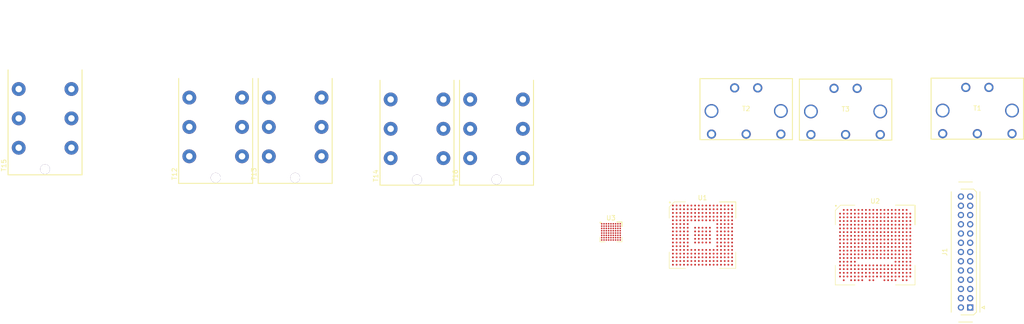
<source format=kicad_pcb>
(kicad_pcb (version 20171130) (host pcbnew "(5.1.4)-1")

  (general
    (thickness 1.6)
    (drawings 0)
    (tracks 0)
    (zones 0)
    (modules 12)
    (nets 781)
  )

  (page A4)
  (layers
    (0 F.Cu signal)
    (31 B.Cu signal)
    (32 B.Adhes user)
    (33 F.Adhes user)
    (34 B.Paste user)
    (35 F.Paste user)
    (36 B.SilkS user)
    (37 F.SilkS user)
    (38 B.Mask user)
    (39 F.Mask user)
    (40 Dwgs.User user)
    (41 Cmts.User user)
    (42 Eco1.User user)
    (43 Eco2.User user)
    (44 Edge.Cuts user)
    (45 Margin user)
    (46 B.CrtYd user)
    (47 F.CrtYd user)
    (48 B.Fab user)
    (49 F.Fab user)
  )

  (setup
    (last_trace_width 0.25)
    (trace_clearance 0.2)
    (zone_clearance 0.508)
    (zone_45_only no)
    (trace_min 0.2)
    (via_size 0.8)
    (via_drill 0.4)
    (via_min_size 0.4)
    (via_min_drill 0.3)
    (uvia_size 0.3)
    (uvia_drill 0.1)
    (uvias_allowed no)
    (uvia_min_size 0.2)
    (uvia_min_drill 0.1)
    (edge_width 0.05)
    (segment_width 0.2)
    (pcb_text_width 0.3)
    (pcb_text_size 1.5 1.5)
    (mod_edge_width 0.12)
    (mod_text_size 1 1)
    (mod_text_width 0.15)
    (pad_size 1.524 1.524)
    (pad_drill 0.762)
    (pad_to_mask_clearance 0.051)
    (solder_mask_min_width 0.25)
    (aux_axis_origin 0 0)
    (visible_elements FFFFFF7F)
    (pcbplotparams
      (layerselection 0x010fc_ffffffff)
      (usegerberextensions false)
      (usegerberattributes false)
      (usegerberadvancedattributes false)
      (creategerberjobfile false)
      (excludeedgelayer true)
      (linewidth 0.100000)
      (plotframeref false)
      (viasonmask false)
      (mode 1)
      (useauxorigin false)
      (hpglpennumber 1)
      (hpglpenspeed 20)
      (hpglpendiameter 15.000000)
      (psnegative false)
      (psa4output false)
      (plotreference true)
      (plotvalue true)
      (plotinvisibletext false)
      (padsonsilk false)
      (subtractmaskfromsilk false)
      (outputformat 1)
      (mirror false)
      (drillshape 1)
      (scaleselection 1)
      (outputdirectory ""))
  )

  (net 0 "")
  (net 1 "Net-(T1-Pad5)")
  (net 2 "Net-(T1-Pad4)")
  (net 3 "Net-(T1-Pad2)")
  (net 4 "Net-(T1-Pad3)")
  (net 5 "Net-(T1-Pad1)")
  (net 6 "Net-(T2-Pad5)")
  (net 7 "Net-(T2-Pad4)")
  (net 8 "Net-(T2-Pad2)")
  (net 9 "Net-(T2-Pad3)")
  (net 10 "Net-(T2-Pad1)")
  (net 11 "Net-(T3-Pad5)")
  (net 12 "Net-(T3-Pad4)")
  (net 13 "Net-(T3-Pad2)")
  (net 14 "Net-(T3-Pad3)")
  (net 15 "Net-(T3-Pad1)")
  (net 16 "Net-(T12-Pad6)")
  (net 17 "Net-(T12-Pad5)")
  (net 18 "Net-(T12-Pad4)")
  (net 19 "Net-(T12-Pad3)")
  (net 20 "Net-(T12-Pad2)")
  (net 21 "Net-(T12-Pad1)")
  (net 22 "Net-(T13-Pad6)")
  (net 23 "Net-(T13-Pad5)")
  (net 24 "Net-(T13-Pad4)")
  (net 25 "Net-(T13-Pad3)")
  (net 26 "Net-(T13-Pad2)")
  (net 27 "Net-(T13-Pad1)")
  (net 28 "Net-(T14-Pad6)")
  (net 29 "Net-(T14-Pad5)")
  (net 30 "Net-(T14-Pad4)")
  (net 31 "Net-(T14-Pad3)")
  (net 32 "Net-(T14-Pad2)")
  (net 33 "Net-(T14-Pad1)")
  (net 34 "Net-(T15-Pad6)")
  (net 35 "Net-(T15-Pad5)")
  (net 36 "Net-(T15-Pad4)")
  (net 37 "Net-(T15-Pad3)")
  (net 38 "Net-(T15-Pad2)")
  (net 39 "Net-(T15-Pad1)")
  (net 40 "Net-(T16-Pad6)")
  (net 41 "Net-(T16-Pad5)")
  (net 42 "Net-(T16-Pad4)")
  (net 43 "Net-(T16-Pad3)")
  (net 44 "Net-(T16-Pad2)")
  (net 45 "Net-(T16-Pad1)")
  (net 46 "Net-(U1-PadU17)")
  (net 47 "Net-(U1-PadT17)")
  (net 48 "Net-(U1-PadR17)")
  (net 49 "Net-(U1-PadP17)")
  (net 50 "Net-(U1-PadN17)")
  (net 51 "Net-(U1-PadM17)")
  (net 52 "Net-(U1-PadL17)")
  (net 53 "Net-(U1-PadK17)")
  (net 54 "Net-(U1-PadJ17)")
  (net 55 "Net-(U1-PadH17)")
  (net 56 "Net-(U1-PadG17)")
  (net 57 "Net-(U1-PadF17)")
  (net 58 "Net-(U1-PadE17)")
  (net 59 "Net-(U1-PadD17)")
  (net 60 "Net-(U1-PadC17)")
  (net 61 "Net-(U1-PadB17)")
  (net 62 "Net-(U1-PadA17)")
  (net 63 "Net-(U1-PadU16)")
  (net 64 "Net-(U1-PadT16)")
  (net 65 "Net-(U1-PadR16)")
  (net 66 "Net-(U1-PadP16)")
  (net 67 "Net-(U1-PadN16)")
  (net 68 "Net-(U1-PadM16)")
  (net 69 "Net-(U1-PadL16)")
  (net 70 "Net-(U1-PadK16)")
  (net 71 "Net-(U1-PadJ16)")
  (net 72 "Net-(U1-PadH16)")
  (net 73 "Net-(U1-PadG16)")
  (net 74 "Net-(U1-PadF16)")
  (net 75 "Net-(U1-PadE16)")
  (net 76 "Net-(U1-PadD16)")
  (net 77 "Net-(U1-PadC16)")
  (net 78 "Net-(U1-PadB16)")
  (net 79 "Net-(U1-PadA16)")
  (net 80 "Net-(U1-PadU15)")
  (net 81 "Net-(U1-PadT15)")
  (net 82 "Net-(U1-PadR15)")
  (net 83 "Net-(U1-PadP15)")
  (net 84 "Net-(U1-PadN15)")
  (net 85 "Net-(U1-PadM15)")
  (net 86 "Net-(U1-PadL15)")
  (net 87 "Net-(U1-PadK15)")
  (net 88 "Net-(U1-PadJ15)")
  (net 89 "Net-(U1-PadH15)")
  (net 90 "Net-(U1-PadG15)")
  (net 91 "Net-(U1-PadF15)")
  (net 92 "Net-(U1-PadE15)")
  (net 93 "Net-(U1-PadD15)")
  (net 94 "Net-(U1-PadC15)")
  (net 95 "Net-(U1-PadB15)")
  (net 96 "Net-(U1-PadA15)")
  (net 97 "Net-(U1-PadU14)")
  (net 98 "Net-(U1-PadT14)")
  (net 99 "Net-(U1-PadR14)")
  (net 100 "Net-(U1-PadP14)")
  (net 101 "Net-(U1-PadN14)")
  (net 102 "Net-(U1-PadM14)")
  (net 103 "Net-(U1-PadL14)")
  (net 104 "Net-(U1-PadK14)")
  (net 105 "Net-(U1-PadJ14)")
  (net 106 "Net-(U1-PadH14)")
  (net 107 "Net-(U1-PadG14)")
  (net 108 "Net-(U1-PadF14)")
  (net 109 "Net-(U1-PadE14)")
  (net 110 "Net-(U1-PadD14)")
  (net 111 "Net-(U1-PadC14)")
  (net 112 "Net-(U1-PadB14)")
  (net 113 "Net-(U1-PadA14)")
  (net 114 "Net-(U1-PadU13)")
  (net 115 "Net-(U1-PadT13)")
  (net 116 "Net-(U1-PadR13)")
  (net 117 "Net-(U1-PadP13)")
  (net 118 "Net-(U1-PadN13)")
  (net 119 "Net-(U1-PadM13)")
  (net 120 "Net-(U1-PadL13)")
  (net 121 "Net-(U1-PadK13)")
  (net 122 "Net-(U1-PadJ13)")
  (net 123 "Net-(U1-PadH13)")
  (net 124 "Net-(U1-PadG13)")
  (net 125 "Net-(U1-PadF13)")
  (net 126 "Net-(U1-PadE13)")
  (net 127 "Net-(U1-PadD13)")
  (net 128 "Net-(U1-PadC13)")
  (net 129 "Net-(U1-PadB13)")
  (net 130 "Net-(U1-PadA13)")
  (net 131 "Net-(U1-PadU12)")
  (net 132 "Net-(U1-PadT12)")
  (net 133 "Net-(U1-PadR12)")
  (net 134 "Net-(U1-PadP12)")
  (net 135 "Net-(U1-PadN12)")
  (net 136 "Net-(U1-PadE12)")
  (net 137 "Net-(U1-PadD12)")
  (net 138 "Net-(U1-PadC12)")
  (net 139 "Net-(U1-PadB12)")
  (net 140 "Net-(U1-PadA12)")
  (net 141 "Net-(U1-PadU11)")
  (net 142 "Net-(U1-PadT11)")
  (net 143 "Net-(U1-PadR11)")
  (net 144 "Net-(U1-PadP11)")
  (net 145 "Net-(U1-PadN11)")
  (net 146 "Net-(U1-PadL11)")
  (net 147 "Net-(U1-PadK11)")
  (net 148 "Net-(U1-PadJ11)")
  (net 149 "Net-(U1-PadH11)")
  (net 150 "Net-(U1-PadG11)")
  (net 151 "Net-(U1-PadE11)")
  (net 152 "Net-(U1-PadD11)")
  (net 153 "Net-(U1-PadC11)")
  (net 154 "Net-(U1-PadB11)")
  (net 155 "Net-(U1-PadA11)")
  (net 156 "Net-(U1-PadU10)")
  (net 157 "Net-(U1-PadT10)")
  (net 158 "Net-(U1-PadR10)")
  (net 159 "Net-(U1-PadP10)")
  (net 160 "Net-(U1-PadN10)")
  (net 161 "Net-(U1-PadL10)")
  (net 162 "Net-(U1-PadK10)")
  (net 163 "Net-(U1-PadJ10)")
  (net 164 "Net-(U1-PadH10)")
  (net 165 "Net-(U1-PadG10)")
  (net 166 "Net-(U1-PadE10)")
  (net 167 "Net-(U1-PadD10)")
  (net 168 "Net-(U1-PadC10)")
  (net 169 "Net-(U1-PadB10)")
  (net 170 "Net-(U1-PadA10)")
  (net 171 "Net-(U1-PadU9)")
  (net 172 "Net-(U1-PadT9)")
  (net 173 "Net-(U1-PadR9)")
  (net 174 "Net-(U1-PadP9)")
  (net 175 "Net-(U1-PadN9)")
  (net 176 "Net-(U1-PadL9)")
  (net 177 "Net-(U1-PadK9)")
  (net 178 "Net-(U1-PadJ9)")
  (net 179 "Net-(U1-PadG9)")
  (net 180 "Net-(U1-PadE9)")
  (net 181 "Net-(U1-PadD9)")
  (net 182 "Net-(U1-PadC9)")
  (net 183 "Net-(U1-PadB9)")
  (net 184 "Net-(U1-PadA9)")
  (net 185 "Net-(U1-PadU8)")
  (net 186 "Net-(U1-PadT8)")
  (net 187 "Net-(U1-PadR8)")
  (net 188 "Net-(U1-PadP8)")
  (net 189 "Net-(U1-PadN8)")
  (net 190 "Net-(U1-PadL8)")
  (net 191 "Net-(U1-PadK8)")
  (net 192 "Net-(U1-PadJ8)")
  (net 193 "Net-(U1-PadH8)")
  (net 194 "Net-(U1-PadG8)")
  (net 195 "Net-(U1-PadE8)")
  (net 196 "Net-(U1-PadD8)")
  (net 197 "Net-(U1-PadC8)")
  (net 198 "Net-(U1-PadB8)")
  (net 199 "Net-(U1-PadA8)")
  (net 200 "Net-(U1-PadU7)")
  (net 201 "Net-(U1-PadT7)")
  (net 202 "Net-(U1-PadR7)")
  (net 203 "Net-(U1-PadP7)")
  (net 204 "Net-(U1-PadN7)")
  (net 205 "Net-(U1-PadL7)")
  (net 206 "Net-(U1-PadK7)")
  (net 207 "Net-(U1-PadJ7)")
  (net 208 "Net-(U1-PadH7)")
  (net 209 "Net-(U1-PadG7)")
  (net 210 "Net-(U1-PadE7)")
  (net 211 "Net-(U1-PadD7)")
  (net 212 "Net-(U1-PadC7)")
  (net 213 "Net-(U1-PadB7)")
  (net 214 "Net-(U1-PadA7)")
  (net 215 "Net-(U1-PadU6)")
  (net 216 "Net-(U1-PadT6)")
  (net 217 "Net-(U1-PadR6)")
  (net 218 "Net-(U1-PadP6)")
  (net 219 "Net-(U1-PadN6)")
  (net 220 "Net-(U1-PadE6)")
  (net 221 "Net-(U1-PadD6)")
  (net 222 "Net-(U1-PadC6)")
  (net 223 "Net-(U1-PadB6)")
  (net 224 "Net-(U1-PadA6)")
  (net 225 "Net-(U1-PadU5)")
  (net 226 "Net-(U1-PadT5)")
  (net 227 "Net-(U1-PadR5)")
  (net 228 "Net-(U1-PadP5)")
  (net 229 "Net-(U1-PadN5)")
  (net 230 "Net-(U1-PadM5)")
  (net 231 "Net-(U1-PadL5)")
  (net 232 "Net-(U1-PadK5)")
  (net 233 "Net-(U1-PadJ5)")
  (net 234 "Net-(U1-PadH5)")
  (net 235 "Net-(U1-PadG5)")
  (net 236 "Net-(U1-PadF5)")
  (net 237 "Net-(U1-PadE5)")
  (net 238 "Net-(U1-PadD5)")
  (net 239 "Net-(U1-PadC5)")
  (net 240 "Net-(U1-PadB5)")
  (net 241 "Net-(U1-PadA5)")
  (net 242 "Net-(U1-PadU4)")
  (net 243 "Net-(U1-PadT4)")
  (net 244 "Net-(U1-PadR4)")
  (net 245 "Net-(U1-PadP4)")
  (net 246 "Net-(U1-PadN4)")
  (net 247 "Net-(U1-PadM4)")
  (net 248 "Net-(U1-PadL4)")
  (net 249 "Net-(U1-PadK4)")
  (net 250 "Net-(U1-PadJ4)")
  (net 251 "Net-(U1-PadH4)")
  (net 252 "Net-(U1-PadG4)")
  (net 253 "Net-(U1-PadF4)")
  (net 254 "Net-(U1-PadE4)")
  (net 255 "Net-(U1-PadD4)")
  (net 256 "Net-(U1-PadC4)")
  (net 257 "Net-(U1-PadB4)")
  (net 258 "Net-(U1-PadA4)")
  (net 259 "Net-(U1-PadU3)")
  (net 260 "Net-(U1-PadT3)")
  (net 261 "Net-(U1-PadR3)")
  (net 262 "Net-(U1-PadP3)")
  (net 263 "Net-(U1-PadN3)")
  (net 264 "Net-(U1-PadM3)")
  (net 265 "Net-(U1-PadL3)")
  (net 266 "Net-(U1-PadK3)")
  (net 267 "Net-(U1-PadJ3)")
  (net 268 "Net-(U1-PadH3)")
  (net 269 "Net-(U1-PadG3)")
  (net 270 "Net-(U1-PadF3)")
  (net 271 "Net-(U1-PadE3)")
  (net 272 "Net-(U1-PadD3)")
  (net 273 "Net-(U1-PadC3)")
  (net 274 "Net-(U1-PadB3)")
  (net 275 "Net-(U1-PadA3)")
  (net 276 "Net-(U1-PadU2)")
  (net 277 "Net-(U1-PadT2)")
  (net 278 "Net-(U1-PadR2)")
  (net 279 "Net-(U1-PadP2)")
  (net 280 "Net-(U1-PadN2)")
  (net 281 "Net-(U1-PadM2)")
  (net 282 "Net-(U1-PadL2)")
  (net 283 "Net-(U1-PadK2)")
  (net 284 "Net-(U1-PadJ2)")
  (net 285 "Net-(U1-PadH2)")
  (net 286 "Net-(U1-PadG2)")
  (net 287 "Net-(U1-PadF2)")
  (net 288 "Net-(U1-PadE2)")
  (net 289 "Net-(U1-PadD2)")
  (net 290 "Net-(U1-PadC2)")
  (net 291 "Net-(U1-PadB2)")
  (net 292 "Net-(U1-PadA2)")
  (net 293 "Net-(U1-PadU1)")
  (net 294 "Net-(U1-PadT1)")
  (net 295 "Net-(U1-PadR1)")
  (net 296 "Net-(U1-PadP1)")
  (net 297 "Net-(U1-PadN1)")
  (net 298 "Net-(U1-PadM1)")
  (net 299 "Net-(U1-PadL1)")
  (net 300 "Net-(U1-PadK1)")
  (net 301 "Net-(U1-PadJ1)")
  (net 302 "Net-(U1-PadH1)")
  (net 303 "Net-(U1-PadG1)")
  (net 304 "Net-(U1-PadF1)")
  (net 305 "Net-(U1-PadE1)")
  (net 306 "Net-(U1-PadD1)")
  (net 307 "Net-(U1-PadC1)")
  (net 308 "Net-(U1-PadB1)")
  (net 309 "Net-(U1-PadA1)")
  (net 310 "Net-(U2-PadW20)")
  (net 311 "Net-(U2-PadV20)")
  (net 312 "Net-(U2-PadU20)")
  (net 313 "Net-(U2-PadT20)")
  (net 314 "Net-(U2-PadR20)")
  (net 315 "Net-(U2-PadP20)")
  (net 316 "Net-(U2-PadN20)")
  (net 317 "Net-(U2-PadM20)")
  (net 318 "Net-(U2-PadL20)")
  (net 319 "Net-(U2-PadK20)")
  (net 320 "Net-(U2-PadJ20)")
  (net 321 "Net-(U2-PadH20)")
  (net 322 "Net-(U2-PadG20)")
  (net 323 "Net-(U2-PadF20)")
  (net 324 "Net-(U2-PadE20)")
  (net 325 "Net-(U2-PadD20)")
  (net 326 "Net-(U2-PadC20)")
  (net 327 "Net-(U2-PadB20)")
  (net 328 "Net-(U2-PadY19)")
  (net 329 "Net-(U2-PadW19)")
  (net 330 "Net-(U2-PadV19)")
  (net 331 "Net-(U2-PadU19)")
  (net 332 "Net-(U2-PadT19)")
  (net 333 "Net-(U2-PadR19)")
  (net 334 "Net-(U2-PadP19)")
  (net 335 "Net-(U2-PadN19)")
  (net 336 "Net-(U2-PadM19)")
  (net 337 "Net-(U2-PadL19)")
  (net 338 "Net-(U2-PadK19)")
  (net 339 "Net-(U2-PadJ19)")
  (net 340 "Net-(U2-PadH19)")
  (net 341 "Net-(U2-PadG19)")
  (net 342 "Net-(U2-PadF19)")
  (net 343 "Net-(U2-PadE19)")
  (net 344 "Net-(U2-PadD19)")
  (net 345 "Net-(U2-PadC19)")
  (net 346 "Net-(U2-PadB19)")
  (net 347 "Net-(U2-PadA19)")
  (net 348 "Net-(U2-PadW18)")
  (net 349 "Net-(U2-PadV18)")
  (net 350 "Net-(U2-PadU18)")
  (net 351 "Net-(U2-PadT18)")
  (net 352 "Net-(U2-PadR18)")
  (net 353 "Net-(U2-PadP18)")
  (net 354 "Net-(U2-PadN18)")
  (net 355 "Net-(U2-PadM18)")
  (net 356 "Net-(U2-PadL18)")
  (net 357 "Net-(U2-PadK18)")
  (net 358 "Net-(U2-PadJ18)")
  (net 359 "Net-(U2-PadH18)")
  (net 360 "Net-(U2-PadG18)")
  (net 361 "Net-(U2-PadF18)")
  (net 362 "Net-(U2-PadE18)")
  (net 363 "Net-(U2-PadD18)")
  (net 364 "Net-(U2-PadC18)")
  (net 365 "Net-(U2-PadB18)")
  (net 366 "Net-(U2-PadA18)")
  (net 367 "Net-(U2-PadW17)")
  (net 368 "Net-(U2-PadV17)")
  (net 369 "Net-(U2-PadU17)")
  (net 370 "Net-(U2-PadT17)")
  (net 371 "Net-(U2-PadR17)")
  (net 372 "Net-(U2-PadP17)")
  (net 373 "Net-(U2-PadN17)")
  (net 374 "Net-(U2-PadM17)")
  (net 375 "Net-(U2-PadL17)")
  (net 376 "Net-(U2-PadK17)")
  (net 377 "Net-(U2-PadJ17)")
  (net 378 "Net-(U2-PadH17)")
  (net 379 "Net-(U2-PadG17)")
  (net 380 "Net-(U2-PadF17)")
  (net 381 "Net-(U2-PadE17)")
  (net 382 "Net-(U2-PadD17)")
  (net 383 "Net-(U2-PadC17)")
  (net 384 "Net-(U2-PadB17)")
  (net 385 "Net-(U2-PadA17)")
  (net 386 "Net-(U2-PadY16)")
  (net 387 "Net-(U2-PadW16)")
  (net 388 "Net-(U2-PadV16)")
  (net 389 "Net-(U2-PadU16)")
  (net 390 "Net-(U2-PadT16)")
  (net 391 "Net-(U2-PadR16)")
  (net 392 "Net-(U2-PadP16)")
  (net 393 "Net-(U2-PadN16)")
  (net 394 "Net-(U2-PadM16)")
  (net 395 "Net-(U2-PadL16)")
  (net 396 "Net-(U2-PadK16)")
  (net 397 "Net-(U2-PadJ16)")
  (net 398 "Net-(U2-PadH16)")
  (net 399 "Net-(U2-PadG16)")
  (net 400 "Net-(U2-PadF16)")
  (net 401 "Net-(U2-PadE16)")
  (net 402 "Net-(U2-PadD16)")
  (net 403 "Net-(U2-PadC16)")
  (net 404 "Net-(U2-PadB16)")
  (net 405 "Net-(U2-PadA16)")
  (net 406 "Net-(U2-PadY15)")
  (net 407 "Net-(U2-PadW15)")
  (net 408 "Net-(U2-PadV15)")
  (net 409 "Net-(U2-PadU15)")
  (net 410 "Net-(U2-PadT15)")
  (net 411 "Net-(U2-PadP15)")
  (net 412 "Net-(U2-PadN15)")
  (net 413 "Net-(U2-PadM15)")
  (net 414 "Net-(U2-PadL15)")
  (net 415 "Net-(U2-PadK15)")
  (net 416 "Net-(U2-PadJ15)")
  (net 417 "Net-(U2-PadH15)")
  (net 418 "Net-(U2-PadG15)")
  (net 419 "Net-(U2-PadF15)")
  (net 420 "Net-(U2-PadE15)")
  (net 421 "Net-(U2-PadD15)")
  (net 422 "Net-(U2-PadC15)")
  (net 423 "Net-(U2-PadB15)")
  (net 424 "Net-(U2-PadA15)")
  (net 425 "Net-(U2-PadY14)")
  (net 426 "Net-(U2-PadW14)")
  (net 427 "Net-(U2-PadV14)")
  (net 428 "Net-(U2-PadU14)")
  (net 429 "Net-(U2-PadT14)")
  (net 430 "Net-(U2-PadP14)")
  (net 431 "Net-(U2-PadN14)")
  (net 432 "Net-(U2-PadM14)")
  (net 433 "Net-(U2-PadL14)")
  (net 434 "Net-(U2-PadK14)")
  (net 435 "Net-(U2-PadJ14)")
  (net 436 "Net-(U2-PadH14)")
  (net 437 "Net-(U2-PadG14)")
  (net 438 "Net-(U2-PadF14)")
  (net 439 "Net-(U2-PadE14)")
  (net 440 "Net-(U2-PadD14)")
  (net 441 "Net-(U2-PadC14)")
  (net 442 "Net-(U2-PadB14)")
  (net 443 "Net-(U2-PadA14)")
  (net 444 "Net-(U2-PadW13)")
  (net 445 "Net-(U2-PadV13)")
  (net 446 "Net-(U2-PadU13)")
  (net 447 "Net-(U2-PadT13)")
  (net 448 "Net-(U2-PadP13)")
  (net 449 "Net-(U2-PadN13)")
  (net 450 "Net-(U2-PadM13)")
  (net 451 "Net-(U2-PadL13)")
  (net 452 "Net-(U2-PadK13)")
  (net 453 "Net-(U2-PadJ13)")
  (net 454 "Net-(U2-PadH13)")
  (net 455 "Net-(U2-PadG13)")
  (net 456 "Net-(U2-PadF13)")
  (net 457 "Net-(U2-PadE13)")
  (net 458 "Net-(U2-PadD13)")
  (net 459 "Net-(U2-PadC13)")
  (net 460 "Net-(U2-PadB13)")
  (net 461 "Net-(U2-PadA13)")
  (net 462 "Net-(U2-PadW12)")
  (net 463 "Net-(U2-PadV12)")
  (net 464 "Net-(U2-PadU12)")
  (net 465 "Net-(U2-PadT12)")
  (net 466 "Net-(U2-PadP12)")
  (net 467 "Net-(U2-PadN12)")
  (net 468 "Net-(U2-PadM12)")
  (net 469 "Net-(U2-PadL12)")
  (net 470 "Net-(U2-PadK12)")
  (net 471 "Net-(U2-PadJ12)")
  (net 472 "Net-(U2-PadH12)")
  (net 473 "Net-(U2-PadG12)")
  (net 474 "Net-(U2-PadF12)")
  (net 475 "Net-(U2-PadE12)")
  (net 476 "Net-(U2-PadD12)")
  (net 477 "Net-(U2-PadC12)")
  (net 478 "Net-(U2-PadB12)")
  (net 479 "Net-(U2-PadA12)")
  (net 480 "Net-(U2-PadW11)")
  (net 481 "Net-(U2-PadV11)")
  (net 482 "Net-(U2-PadU11)")
  (net 483 "Net-(U2-PadT11)")
  (net 484 "Net-(U2-PadP11)")
  (net 485 "Net-(U2-PadN11)")
  (net 486 "Net-(U2-PadM11)")
  (net 487 "Net-(U2-PadL11)")
  (net 488 "Net-(U2-PadK11)")
  (net 489 "Net-(U2-PadJ11)")
  (net 490 "Net-(U2-PadH11)")
  (net 491 "Net-(U2-PadG11)")
  (net 492 "Net-(U2-PadF11)")
  (net 493 "Net-(U2-PadE11)")
  (net 494 "Net-(U2-PadD11)")
  (net 495 "Net-(U2-PadC11)")
  (net 496 "Net-(U2-PadB11)")
  (net 497 "Net-(U2-PadA11)")
  (net 498 "Net-(U2-PadW10)")
  (net 499 "Net-(U2-PadV10)")
  (net 500 "Net-(U2-PadU10)")
  (net 501 "Net-(U2-PadT10)")
  (net 502 "Net-(U2-PadP10)")
  (net 503 "Net-(U2-PadN10)")
  (net 504 "Net-(U2-PadM10)")
  (net 505 "Net-(U2-PadL10)")
  (net 506 "Net-(U2-PadK10)")
  (net 507 "Net-(U2-PadJ10)")
  (net 508 "Net-(U2-PadH10)")
  (net 509 "Net-(U2-PadG10)")
  (net 510 "Net-(U2-PadF10)")
  (net 511 "Net-(U2-PadE10)")
  (net 512 "Net-(U2-PadD10)")
  (net 513 "Net-(U2-PadC10)")
  (net 514 "Net-(U2-PadB10)")
  (net 515 "Net-(U2-PadA10)")
  (net 516 "Net-(U2-PadW9)")
  (net 517 "Net-(U2-PadV9)")
  (net 518 "Net-(U2-PadU9)")
  (net 519 "Net-(U2-PadT9)")
  (net 520 "Net-(U2-PadP9)")
  (net 521 "Net-(U2-PadN9)")
  (net 522 "Net-(U2-PadM9)")
  (net 523 "Net-(U2-PadL9)")
  (net 524 "Net-(U2-PadK9)")
  (net 525 "Net-(U2-PadJ9)")
  (net 526 "Net-(U2-PadH9)")
  (net 527 "Net-(U2-PadG9)")
  (net 528 "Net-(U2-PadF9)")
  (net 529 "Net-(U2-PadE9)")
  (net 530 "Net-(U2-PadD9)")
  (net 531 "Net-(U2-PadC9)")
  (net 532 "Net-(U2-PadB9)")
  (net 533 "Net-(U2-PadA9)")
  (net 534 "Net-(U2-PadW8)")
  (net 535 "Net-(U2-PadV8)")
  (net 536 "Net-(U2-PadU8)")
  (net 537 "Net-(U2-PadT8)")
  (net 538 "Net-(U2-PadP8)")
  (net 539 "Net-(U2-PadN8)")
  (net 540 "Net-(U2-PadM8)")
  (net 541 "Net-(U2-PadL8)")
  (net 542 "Net-(U2-PadK8)")
  (net 543 "Net-(U2-PadJ8)")
  (net 544 "Net-(U2-PadH8)")
  (net 545 "Net-(U2-PadG8)")
  (net 546 "Net-(U2-PadF8)")
  (net 547 "Net-(U2-PadE8)")
  (net 548 "Net-(U2-PadD8)")
  (net 549 "Net-(U2-PadC8)")
  (net 550 "Net-(U2-PadB8)")
  (net 551 "Net-(U2-PadA8)")
  (net 552 "Net-(U2-PadY7)")
  (net 553 "Net-(U2-PadW7)")
  (net 554 "Net-(U2-PadV7)")
  (net 555 "Net-(U2-PadU7)")
  (net 556 "Net-(U2-PadT7)")
  (net 557 "Net-(U2-PadP7)")
  (net 558 "Net-(U2-PadN7)")
  (net 559 "Net-(U2-PadM7)")
  (net 560 "Net-(U2-PadL7)")
  (net 561 "Net-(U2-PadK7)")
  (net 562 "Net-(U2-PadJ7)")
  (net 563 "Net-(U2-PadH7)")
  (net 564 "Net-(U2-PadG7)")
  (net 565 "Net-(U2-PadF7)")
  (net 566 "Net-(U2-PadE7)")
  (net 567 "Net-(U2-PadD7)")
  (net 568 "Net-(U2-PadC7)")
  (net 569 "Net-(U2-PadB7)")
  (net 570 "Net-(U2-PadA7)")
  (net 571 "Net-(U2-PadY6)")
  (net 572 "Net-(U2-PadW6)")
  (net 573 "Net-(U2-PadV6)")
  (net 574 "Net-(U2-PadU6)")
  (net 575 "Net-(U2-PadT6)")
  (net 576 "Net-(U2-PadP6)")
  (net 577 "Net-(U2-PadN6)")
  (net 578 "Net-(U2-PadM6)")
  (net 579 "Net-(U2-PadL6)")
  (net 580 "Net-(U2-PadK6)")
  (net 581 "Net-(U2-PadJ6)")
  (net 582 "Net-(U2-PadH6)")
  (net 583 "Net-(U2-PadG6)")
  (net 584 "Net-(U2-PadF6)")
  (net 585 "Net-(U2-PadE6)")
  (net 586 "Net-(U2-PadD6)")
  (net 587 "Net-(U2-PadC6)")
  (net 588 "Net-(U2-PadB6)")
  (net 589 "Net-(U2-PadA6)")
  (net 590 "Net-(U2-PadY5)")
  (net 591 "Net-(U2-PadW5)")
  (net 592 "Net-(U2-PadV5)")
  (net 593 "Net-(U2-PadU5)")
  (net 594 "Net-(U2-PadT5)")
  (net 595 "Net-(U2-PadR5)")
  (net 596 "Net-(U2-PadP5)")
  (net 597 "Net-(U2-PadN5)")
  (net 598 "Net-(U2-PadM5)")
  (net 599 "Net-(U2-PadL5)")
  (net 600 "Net-(U2-PadK5)")
  (net 601 "Net-(U2-PadJ5)")
  (net 602 "Net-(U2-PadH5)")
  (net 603 "Net-(U2-PadG5)")
  (net 604 "Net-(U2-PadF5)")
  (net 605 "Net-(U2-PadE5)")
  (net 606 "Net-(U2-PadD5)")
  (net 607 "Net-(U2-PadC5)")
  (net 608 "Net-(U2-PadB5)")
  (net 609 "Net-(U2-PadA5)")
  (net 610 "Net-(U2-PadW4)")
  (net 611 "Net-(U2-PadV4)")
  (net 612 "Net-(U2-PadU4)")
  (net 613 "Net-(U2-PadT4)")
  (net 614 "Net-(U2-PadR4)")
  (net 615 "Net-(U2-PadP4)")
  (net 616 "Net-(U2-PadN4)")
  (net 617 "Net-(U2-PadM4)")
  (net 618 "Net-(U2-PadL4)")
  (net 619 "Net-(U2-PadK4)")
  (net 620 "Net-(U2-PadJ4)")
  (net 621 "Net-(U2-PadH4)")
  (net 622 "Net-(U2-PadG4)")
  (net 623 "Net-(U2-PadF4)")
  (net 624 "Net-(U2-PadE4)")
  (net 625 "Net-(U2-PadD4)")
  (net 626 "Net-(U2-PadC4)")
  (net 627 "Net-(U2-PadB4)")
  (net 628 "Net-(U2-PadA4)")
  (net 629 "Net-(U2-PadW3)")
  (net 630 "Net-(U2-PadV3)")
  (net 631 "Net-(U2-PadU3)")
  (net 632 "Net-(U2-PadT3)")
  (net 633 "Net-(U2-PadR3)")
  (net 634 "Net-(U2-PadP3)")
  (net 635 "Net-(U2-PadN3)")
  (net 636 "Net-(U2-PadM3)")
  (net 637 "Net-(U2-PadL3)")
  (net 638 "Net-(U2-PadK3)")
  (net 639 "Net-(U2-PadJ3)")
  (net 640 "Net-(U2-PadH3)")
  (net 641 "Net-(U2-PadG3)")
  (net 642 "Net-(U2-PadF3)")
  (net 643 "Net-(U2-PadE3)")
  (net 644 "Net-(U2-PadD3)")
  (net 645 "Net-(U2-PadC3)")
  (net 646 "Net-(U2-PadB3)")
  (net 647 "Net-(U2-PadA3)")
  (net 648 "Net-(U2-PadY2)")
  (net 649 "Net-(U2-PadW2)")
  (net 650 "Net-(U2-PadV2)")
  (net 651 "Net-(U2-PadU2)")
  (net 652 "Net-(U2-PadT2)")
  (net 653 "Net-(U2-PadR2)")
  (net 654 "Net-(U2-PadP2)")
  (net 655 "Net-(U2-PadN2)")
  (net 656 "Net-(U2-PadM2)")
  (net 657 "Net-(U2-PadL2)")
  (net 658 "Net-(U2-PadK2)")
  (net 659 "Net-(U2-PadJ2)")
  (net 660 "Net-(U2-PadH2)")
  (net 661 "Net-(U2-PadG2)")
  (net 662 "Net-(U2-PadF2)")
  (net 663 "Net-(U2-PadE2)")
  (net 664 "Net-(U2-PadD2)")
  (net 665 "Net-(U2-PadC2)")
  (net 666 "Net-(U2-PadB2)")
  (net 667 "Net-(U2-PadA2)")
  (net 668 "Net-(U2-PadW1)")
  (net 669 "Net-(U2-PadV1)")
  (net 670 "Net-(U2-PadU1)")
  (net 671 "Net-(U2-PadT1)")
  (net 672 "Net-(U2-PadR1)")
  (net 673 "Net-(U2-PadP1)")
  (net 674 "Net-(U2-PadN1)")
  (net 675 "Net-(U2-PadM1)")
  (net 676 "Net-(U2-PadL1)")
  (net 677 "Net-(U2-PadK1)")
  (net 678 "Net-(U2-PadJ1)")
  (net 679 "Net-(U2-PadH1)")
  (net 680 "Net-(U2-PadG1)")
  (net 681 "Net-(U2-PadF1)")
  (net 682 "Net-(U2-PadE1)")
  (net 683 "Net-(U2-PadD1)")
  (net 684 "Net-(U2-PadC1)")
  (net 685 "Net-(U2-PadB1)")
  (net 686 "Net-(U3-PadH9)")
  (net 687 "Net-(U3-PadG9)")
  (net 688 "Net-(U3-PadF9)")
  (net 689 "Net-(U3-PadE9)")
  (net 690 "Net-(U3-PadD9)")
  (net 691 "Net-(U3-PadC9)")
  (net 692 "Net-(U3-PadB9)")
  (net 693 "Net-(U3-PadA9)")
  (net 694 "Net-(U3-PadH8)")
  (net 695 "Net-(U3-PadG8)")
  (net 696 "Net-(U3-PadF8)")
  (net 697 "Net-(U3-PadE8)")
  (net 698 "Net-(U3-PadD8)")
  (net 699 "Net-(U3-PadC8)")
  (net 700 "Net-(U3-PadB8)")
  (net 701 "Net-(U3-PadA8)")
  (net 702 "Net-(U3-PadH7)")
  (net 703 "Net-(U3-PadG7)")
  (net 704 "Net-(U3-PadF7)")
  (net 705 "Net-(U3-PadE7)")
  (net 706 "Net-(U3-PadD7)")
  (net 707 "Net-(U3-PadC7)")
  (net 708 "Net-(U3-PadB7)")
  (net 709 "Net-(U3-PadA7)")
  (net 710 "Net-(U3-PadH6)")
  (net 711 "Net-(U3-PadG6)")
  (net 712 "Net-(U3-PadF6)")
  (net 713 "Net-(U3-PadE6)")
  (net 714 "Net-(U3-PadD6)")
  (net 715 "Net-(U3-PadC6)")
  (net 716 "Net-(U3-PadB6)")
  (net 717 "Net-(U3-PadA6)")
  (net 718 "Net-(U3-PadH5)")
  (net 719 "Net-(U3-PadG5)")
  (net 720 "Net-(U3-PadF5)")
  (net 721 "Net-(U3-PadE5)")
  (net 722 "Net-(U3-PadD5)")
  (net 723 "Net-(U3-PadB5)")
  (net 724 "Net-(U3-PadA5)")
  (net 725 "Net-(U3-PadH4)")
  (net 726 "Net-(U3-PadG4)")
  (net 727 "Net-(U3-PadF4)")
  (net 728 "Net-(U3-PadE4)")
  (net 729 "Net-(U3-PadD4)")
  (net 730 "Net-(U3-PadC4)")
  (net 731 "Net-(U3-PadB4)")
  (net 732 "Net-(U3-PadA4)")
  (net 733 "Net-(U3-PadH3)")
  (net 734 "Net-(U3-PadG3)")
  (net 735 "Net-(U3-PadF3)")
  (net 736 "Net-(U3-PadE3)")
  (net 737 "Net-(U3-PadD3)")
  (net 738 "Net-(U3-PadC3)")
  (net 739 "Net-(U3-PadB3)")
  (net 740 "Net-(U3-PadA3)")
  (net 741 "Net-(U3-PadH2)")
  (net 742 "Net-(U3-PadG2)")
  (net 743 "Net-(U3-PadF2)")
  (net 744 "Net-(U3-PadE2)")
  (net 745 "Net-(U3-PadD2)")
  (net 746 "Net-(U3-PadC2)")
  (net 747 "Net-(U3-PadB2)")
  (net 748 "Net-(U3-PadA2)")
  (net 749 "Net-(U3-PadH1)")
  (net 750 "Net-(U3-PadG1)")
  (net 751 "Net-(U3-PadF1)")
  (net 752 "Net-(U3-PadE1)")
  (net 753 "Net-(U3-PadD1)")
  (net 754 "Net-(U3-PadC1)")
  (net 755 "Net-(U3-PadB1)")
  (net 756 "Net-(U3-PadA1)")
  (net 757 "Net-(J1-Pad1)")
  (net 758 "Net-(J1-Pad2)")
  (net 759 "Net-(J1-Pad3)")
  (net 760 "Net-(J1-Pad4)")
  (net 761 "Net-(J1-Pad5)")
  (net 762 "Net-(J1-Pad6)")
  (net 763 "Net-(J1-Pad7)")
  (net 764 "Net-(J1-Pad8)")
  (net 765 "Net-(J1-Pad9)")
  (net 766 "Net-(J1-Pad10)")
  (net 767 "Net-(J1-Pad11)")
  (net 768 "Net-(J1-Pad12)")
  (net 769 "Net-(J1-Pad13)")
  (net 770 "Net-(J1-Pad14)")
  (net 771 "Net-(J1-Pad15)")
  (net 772 "Net-(J1-Pad16)")
  (net 773 "Net-(J1-Pad17)")
  (net 774 "Net-(J1-Pad18)")
  (net 775 "Net-(J1-Pad19)")
  (net 776 "Net-(J1-Pad20)")
  (net 777 "Net-(J1-Pad21)")
  (net 778 "Net-(J1-Pad22)")
  (net 779 "Net-(J1-Pad23)")
  (net 780 "Net-(J1-Pad24)")

  (net_class Default "This is the default net class."
    (clearance 0.2)
    (trace_width 0.25)
    (via_dia 0.8)
    (via_drill 0.4)
    (uvia_dia 0.3)
    (uvia_drill 0.1)
    (add_net "Net-(J1-Pad1)")
    (add_net "Net-(J1-Pad10)")
    (add_net "Net-(J1-Pad11)")
    (add_net "Net-(J1-Pad12)")
    (add_net "Net-(J1-Pad13)")
    (add_net "Net-(J1-Pad14)")
    (add_net "Net-(J1-Pad15)")
    (add_net "Net-(J1-Pad16)")
    (add_net "Net-(J1-Pad17)")
    (add_net "Net-(J1-Pad18)")
    (add_net "Net-(J1-Pad19)")
    (add_net "Net-(J1-Pad2)")
    (add_net "Net-(J1-Pad20)")
    (add_net "Net-(J1-Pad21)")
    (add_net "Net-(J1-Pad22)")
    (add_net "Net-(J1-Pad23)")
    (add_net "Net-(J1-Pad24)")
    (add_net "Net-(J1-Pad3)")
    (add_net "Net-(J1-Pad4)")
    (add_net "Net-(J1-Pad5)")
    (add_net "Net-(J1-Pad6)")
    (add_net "Net-(J1-Pad7)")
    (add_net "Net-(J1-Pad8)")
    (add_net "Net-(J1-Pad9)")
    (add_net "Net-(T1-Pad1)")
    (add_net "Net-(T1-Pad2)")
    (add_net "Net-(T1-Pad3)")
    (add_net "Net-(T1-Pad4)")
    (add_net "Net-(T1-Pad5)")
    (add_net "Net-(T12-Pad1)")
    (add_net "Net-(T12-Pad2)")
    (add_net "Net-(T12-Pad3)")
    (add_net "Net-(T12-Pad4)")
    (add_net "Net-(T12-Pad5)")
    (add_net "Net-(T12-Pad6)")
    (add_net "Net-(T13-Pad1)")
    (add_net "Net-(T13-Pad2)")
    (add_net "Net-(T13-Pad3)")
    (add_net "Net-(T13-Pad4)")
    (add_net "Net-(T13-Pad5)")
    (add_net "Net-(T13-Pad6)")
    (add_net "Net-(T14-Pad1)")
    (add_net "Net-(T14-Pad2)")
    (add_net "Net-(T14-Pad3)")
    (add_net "Net-(T14-Pad4)")
    (add_net "Net-(T14-Pad5)")
    (add_net "Net-(T14-Pad6)")
    (add_net "Net-(T15-Pad1)")
    (add_net "Net-(T15-Pad2)")
    (add_net "Net-(T15-Pad3)")
    (add_net "Net-(T15-Pad4)")
    (add_net "Net-(T15-Pad5)")
    (add_net "Net-(T15-Pad6)")
    (add_net "Net-(T16-Pad1)")
    (add_net "Net-(T16-Pad2)")
    (add_net "Net-(T16-Pad3)")
    (add_net "Net-(T16-Pad4)")
    (add_net "Net-(T16-Pad5)")
    (add_net "Net-(T16-Pad6)")
    (add_net "Net-(T2-Pad1)")
    (add_net "Net-(T2-Pad2)")
    (add_net "Net-(T2-Pad3)")
    (add_net "Net-(T2-Pad4)")
    (add_net "Net-(T2-Pad5)")
    (add_net "Net-(T3-Pad1)")
    (add_net "Net-(T3-Pad2)")
    (add_net "Net-(T3-Pad3)")
    (add_net "Net-(T3-Pad4)")
    (add_net "Net-(T3-Pad5)")
    (add_net "Net-(U1-PadA1)")
    (add_net "Net-(U1-PadA10)")
    (add_net "Net-(U1-PadA11)")
    (add_net "Net-(U1-PadA12)")
    (add_net "Net-(U1-PadA13)")
    (add_net "Net-(U1-PadA14)")
    (add_net "Net-(U1-PadA15)")
    (add_net "Net-(U1-PadA16)")
    (add_net "Net-(U1-PadA17)")
    (add_net "Net-(U1-PadA2)")
    (add_net "Net-(U1-PadA3)")
    (add_net "Net-(U1-PadA4)")
    (add_net "Net-(U1-PadA5)")
    (add_net "Net-(U1-PadA6)")
    (add_net "Net-(U1-PadA7)")
    (add_net "Net-(U1-PadA8)")
    (add_net "Net-(U1-PadA9)")
    (add_net "Net-(U1-PadB1)")
    (add_net "Net-(U1-PadB10)")
    (add_net "Net-(U1-PadB11)")
    (add_net "Net-(U1-PadB12)")
    (add_net "Net-(U1-PadB13)")
    (add_net "Net-(U1-PadB14)")
    (add_net "Net-(U1-PadB15)")
    (add_net "Net-(U1-PadB16)")
    (add_net "Net-(U1-PadB17)")
    (add_net "Net-(U1-PadB2)")
    (add_net "Net-(U1-PadB3)")
    (add_net "Net-(U1-PadB4)")
    (add_net "Net-(U1-PadB5)")
    (add_net "Net-(U1-PadB6)")
    (add_net "Net-(U1-PadB7)")
    (add_net "Net-(U1-PadB8)")
    (add_net "Net-(U1-PadB9)")
    (add_net "Net-(U1-PadC1)")
    (add_net "Net-(U1-PadC10)")
    (add_net "Net-(U1-PadC11)")
    (add_net "Net-(U1-PadC12)")
    (add_net "Net-(U1-PadC13)")
    (add_net "Net-(U1-PadC14)")
    (add_net "Net-(U1-PadC15)")
    (add_net "Net-(U1-PadC16)")
    (add_net "Net-(U1-PadC17)")
    (add_net "Net-(U1-PadC2)")
    (add_net "Net-(U1-PadC3)")
    (add_net "Net-(U1-PadC4)")
    (add_net "Net-(U1-PadC5)")
    (add_net "Net-(U1-PadC6)")
    (add_net "Net-(U1-PadC7)")
    (add_net "Net-(U1-PadC8)")
    (add_net "Net-(U1-PadC9)")
    (add_net "Net-(U1-PadD1)")
    (add_net "Net-(U1-PadD10)")
    (add_net "Net-(U1-PadD11)")
    (add_net "Net-(U1-PadD12)")
    (add_net "Net-(U1-PadD13)")
    (add_net "Net-(U1-PadD14)")
    (add_net "Net-(U1-PadD15)")
    (add_net "Net-(U1-PadD16)")
    (add_net "Net-(U1-PadD17)")
    (add_net "Net-(U1-PadD2)")
    (add_net "Net-(U1-PadD3)")
    (add_net "Net-(U1-PadD4)")
    (add_net "Net-(U1-PadD5)")
    (add_net "Net-(U1-PadD6)")
    (add_net "Net-(U1-PadD7)")
    (add_net "Net-(U1-PadD8)")
    (add_net "Net-(U1-PadD9)")
    (add_net "Net-(U1-PadE1)")
    (add_net "Net-(U1-PadE10)")
    (add_net "Net-(U1-PadE11)")
    (add_net "Net-(U1-PadE12)")
    (add_net "Net-(U1-PadE13)")
    (add_net "Net-(U1-PadE14)")
    (add_net "Net-(U1-PadE15)")
    (add_net "Net-(U1-PadE16)")
    (add_net "Net-(U1-PadE17)")
    (add_net "Net-(U1-PadE2)")
    (add_net "Net-(U1-PadE3)")
    (add_net "Net-(U1-PadE4)")
    (add_net "Net-(U1-PadE5)")
    (add_net "Net-(U1-PadE6)")
    (add_net "Net-(U1-PadE7)")
    (add_net "Net-(U1-PadE8)")
    (add_net "Net-(U1-PadE9)")
    (add_net "Net-(U1-PadF1)")
    (add_net "Net-(U1-PadF13)")
    (add_net "Net-(U1-PadF14)")
    (add_net "Net-(U1-PadF15)")
    (add_net "Net-(U1-PadF16)")
    (add_net "Net-(U1-PadF17)")
    (add_net "Net-(U1-PadF2)")
    (add_net "Net-(U1-PadF3)")
    (add_net "Net-(U1-PadF4)")
    (add_net "Net-(U1-PadF5)")
    (add_net "Net-(U1-PadG1)")
    (add_net "Net-(U1-PadG10)")
    (add_net "Net-(U1-PadG11)")
    (add_net "Net-(U1-PadG13)")
    (add_net "Net-(U1-PadG14)")
    (add_net "Net-(U1-PadG15)")
    (add_net "Net-(U1-PadG16)")
    (add_net "Net-(U1-PadG17)")
    (add_net "Net-(U1-PadG2)")
    (add_net "Net-(U1-PadG3)")
    (add_net "Net-(U1-PadG4)")
    (add_net "Net-(U1-PadG5)")
    (add_net "Net-(U1-PadG7)")
    (add_net "Net-(U1-PadG8)")
    (add_net "Net-(U1-PadG9)")
    (add_net "Net-(U1-PadH1)")
    (add_net "Net-(U1-PadH10)")
    (add_net "Net-(U1-PadH11)")
    (add_net "Net-(U1-PadH13)")
    (add_net "Net-(U1-PadH14)")
    (add_net "Net-(U1-PadH15)")
    (add_net "Net-(U1-PadH16)")
    (add_net "Net-(U1-PadH17)")
    (add_net "Net-(U1-PadH2)")
    (add_net "Net-(U1-PadH3)")
    (add_net "Net-(U1-PadH4)")
    (add_net "Net-(U1-PadH5)")
    (add_net "Net-(U1-PadH7)")
    (add_net "Net-(U1-PadH8)")
    (add_net "Net-(U1-PadJ1)")
    (add_net "Net-(U1-PadJ10)")
    (add_net "Net-(U1-PadJ11)")
    (add_net "Net-(U1-PadJ13)")
    (add_net "Net-(U1-PadJ14)")
    (add_net "Net-(U1-PadJ15)")
    (add_net "Net-(U1-PadJ16)")
    (add_net "Net-(U1-PadJ17)")
    (add_net "Net-(U1-PadJ2)")
    (add_net "Net-(U1-PadJ3)")
    (add_net "Net-(U1-PadJ4)")
    (add_net "Net-(U1-PadJ5)")
    (add_net "Net-(U1-PadJ7)")
    (add_net "Net-(U1-PadJ8)")
    (add_net "Net-(U1-PadJ9)")
    (add_net "Net-(U1-PadK1)")
    (add_net "Net-(U1-PadK10)")
    (add_net "Net-(U1-PadK11)")
    (add_net "Net-(U1-PadK13)")
    (add_net "Net-(U1-PadK14)")
    (add_net "Net-(U1-PadK15)")
    (add_net "Net-(U1-PadK16)")
    (add_net "Net-(U1-PadK17)")
    (add_net "Net-(U1-PadK2)")
    (add_net "Net-(U1-PadK3)")
    (add_net "Net-(U1-PadK4)")
    (add_net "Net-(U1-PadK5)")
    (add_net "Net-(U1-PadK7)")
    (add_net "Net-(U1-PadK8)")
    (add_net "Net-(U1-PadK9)")
    (add_net "Net-(U1-PadL1)")
    (add_net "Net-(U1-PadL10)")
    (add_net "Net-(U1-PadL11)")
    (add_net "Net-(U1-PadL13)")
    (add_net "Net-(U1-PadL14)")
    (add_net "Net-(U1-PadL15)")
    (add_net "Net-(U1-PadL16)")
    (add_net "Net-(U1-PadL17)")
    (add_net "Net-(U1-PadL2)")
    (add_net "Net-(U1-PadL3)")
    (add_net "Net-(U1-PadL4)")
    (add_net "Net-(U1-PadL5)")
    (add_net "Net-(U1-PadL7)")
    (add_net "Net-(U1-PadL8)")
    (add_net "Net-(U1-PadL9)")
    (add_net "Net-(U1-PadM1)")
    (add_net "Net-(U1-PadM13)")
    (add_net "Net-(U1-PadM14)")
    (add_net "Net-(U1-PadM15)")
    (add_net "Net-(U1-PadM16)")
    (add_net "Net-(U1-PadM17)")
    (add_net "Net-(U1-PadM2)")
    (add_net "Net-(U1-PadM3)")
    (add_net "Net-(U1-PadM4)")
    (add_net "Net-(U1-PadM5)")
    (add_net "Net-(U1-PadN1)")
    (add_net "Net-(U1-PadN10)")
    (add_net "Net-(U1-PadN11)")
    (add_net "Net-(U1-PadN12)")
    (add_net "Net-(U1-PadN13)")
    (add_net "Net-(U1-PadN14)")
    (add_net "Net-(U1-PadN15)")
    (add_net "Net-(U1-PadN16)")
    (add_net "Net-(U1-PadN17)")
    (add_net "Net-(U1-PadN2)")
    (add_net "Net-(U1-PadN3)")
    (add_net "Net-(U1-PadN4)")
    (add_net "Net-(U1-PadN5)")
    (add_net "Net-(U1-PadN6)")
    (add_net "Net-(U1-PadN7)")
    (add_net "Net-(U1-PadN8)")
    (add_net "Net-(U1-PadN9)")
    (add_net "Net-(U1-PadP1)")
    (add_net "Net-(U1-PadP10)")
    (add_net "Net-(U1-PadP11)")
    (add_net "Net-(U1-PadP12)")
    (add_net "Net-(U1-PadP13)")
    (add_net "Net-(U1-PadP14)")
    (add_net "Net-(U1-PadP15)")
    (add_net "Net-(U1-PadP16)")
    (add_net "Net-(U1-PadP17)")
    (add_net "Net-(U1-PadP2)")
    (add_net "Net-(U1-PadP3)")
    (add_net "Net-(U1-PadP4)")
    (add_net "Net-(U1-PadP5)")
    (add_net "Net-(U1-PadP6)")
    (add_net "Net-(U1-PadP7)")
    (add_net "Net-(U1-PadP8)")
    (add_net "Net-(U1-PadP9)")
    (add_net "Net-(U1-PadR1)")
    (add_net "Net-(U1-PadR10)")
    (add_net "Net-(U1-PadR11)")
    (add_net "Net-(U1-PadR12)")
    (add_net "Net-(U1-PadR13)")
    (add_net "Net-(U1-PadR14)")
    (add_net "Net-(U1-PadR15)")
    (add_net "Net-(U1-PadR16)")
    (add_net "Net-(U1-PadR17)")
    (add_net "Net-(U1-PadR2)")
    (add_net "Net-(U1-PadR3)")
    (add_net "Net-(U1-PadR4)")
    (add_net "Net-(U1-PadR5)")
    (add_net "Net-(U1-PadR6)")
    (add_net "Net-(U1-PadR7)")
    (add_net "Net-(U1-PadR8)")
    (add_net "Net-(U1-PadR9)")
    (add_net "Net-(U1-PadT1)")
    (add_net "Net-(U1-PadT10)")
    (add_net "Net-(U1-PadT11)")
    (add_net "Net-(U1-PadT12)")
    (add_net "Net-(U1-PadT13)")
    (add_net "Net-(U1-PadT14)")
    (add_net "Net-(U1-PadT15)")
    (add_net "Net-(U1-PadT16)")
    (add_net "Net-(U1-PadT17)")
    (add_net "Net-(U1-PadT2)")
    (add_net "Net-(U1-PadT3)")
    (add_net "Net-(U1-PadT4)")
    (add_net "Net-(U1-PadT5)")
    (add_net "Net-(U1-PadT6)")
    (add_net "Net-(U1-PadT7)")
    (add_net "Net-(U1-PadT8)")
    (add_net "Net-(U1-PadT9)")
    (add_net "Net-(U1-PadU1)")
    (add_net "Net-(U1-PadU10)")
    (add_net "Net-(U1-PadU11)")
    (add_net "Net-(U1-PadU12)")
    (add_net "Net-(U1-PadU13)")
    (add_net "Net-(U1-PadU14)")
    (add_net "Net-(U1-PadU15)")
    (add_net "Net-(U1-PadU16)")
    (add_net "Net-(U1-PadU17)")
    (add_net "Net-(U1-PadU2)")
    (add_net "Net-(U1-PadU3)")
    (add_net "Net-(U1-PadU4)")
    (add_net "Net-(U1-PadU5)")
    (add_net "Net-(U1-PadU6)")
    (add_net "Net-(U1-PadU7)")
    (add_net "Net-(U1-PadU8)")
    (add_net "Net-(U1-PadU9)")
    (add_net "Net-(U2-PadA10)")
    (add_net "Net-(U2-PadA11)")
    (add_net "Net-(U2-PadA12)")
    (add_net "Net-(U2-PadA13)")
    (add_net "Net-(U2-PadA14)")
    (add_net "Net-(U2-PadA15)")
    (add_net "Net-(U2-PadA16)")
    (add_net "Net-(U2-PadA17)")
    (add_net "Net-(U2-PadA18)")
    (add_net "Net-(U2-PadA19)")
    (add_net "Net-(U2-PadA2)")
    (add_net "Net-(U2-PadA3)")
    (add_net "Net-(U2-PadA4)")
    (add_net "Net-(U2-PadA5)")
    (add_net "Net-(U2-PadA6)")
    (add_net "Net-(U2-PadA7)")
    (add_net "Net-(U2-PadA8)")
    (add_net "Net-(U2-PadA9)")
    (add_net "Net-(U2-PadB1)")
    (add_net "Net-(U2-PadB10)")
    (add_net "Net-(U2-PadB11)")
    (add_net "Net-(U2-PadB12)")
    (add_net "Net-(U2-PadB13)")
    (add_net "Net-(U2-PadB14)")
    (add_net "Net-(U2-PadB15)")
    (add_net "Net-(U2-PadB16)")
    (add_net "Net-(U2-PadB17)")
    (add_net "Net-(U2-PadB18)")
    (add_net "Net-(U2-PadB19)")
    (add_net "Net-(U2-PadB2)")
    (add_net "Net-(U2-PadB20)")
    (add_net "Net-(U2-PadB3)")
    (add_net "Net-(U2-PadB4)")
    (add_net "Net-(U2-PadB5)")
    (add_net "Net-(U2-PadB6)")
    (add_net "Net-(U2-PadB7)")
    (add_net "Net-(U2-PadB8)")
    (add_net "Net-(U2-PadB9)")
    (add_net "Net-(U2-PadC1)")
    (add_net "Net-(U2-PadC10)")
    (add_net "Net-(U2-PadC11)")
    (add_net "Net-(U2-PadC12)")
    (add_net "Net-(U2-PadC13)")
    (add_net "Net-(U2-PadC14)")
    (add_net "Net-(U2-PadC15)")
    (add_net "Net-(U2-PadC16)")
    (add_net "Net-(U2-PadC17)")
    (add_net "Net-(U2-PadC18)")
    (add_net "Net-(U2-PadC19)")
    (add_net "Net-(U2-PadC2)")
    (add_net "Net-(U2-PadC20)")
    (add_net "Net-(U2-PadC3)")
    (add_net "Net-(U2-PadC4)")
    (add_net "Net-(U2-PadC5)")
    (add_net "Net-(U2-PadC6)")
    (add_net "Net-(U2-PadC7)")
    (add_net "Net-(U2-PadC8)")
    (add_net "Net-(U2-PadC9)")
    (add_net "Net-(U2-PadD1)")
    (add_net "Net-(U2-PadD10)")
    (add_net "Net-(U2-PadD11)")
    (add_net "Net-(U2-PadD12)")
    (add_net "Net-(U2-PadD13)")
    (add_net "Net-(U2-PadD14)")
    (add_net "Net-(U2-PadD15)")
    (add_net "Net-(U2-PadD16)")
    (add_net "Net-(U2-PadD17)")
    (add_net "Net-(U2-PadD18)")
    (add_net "Net-(U2-PadD19)")
    (add_net "Net-(U2-PadD2)")
    (add_net "Net-(U2-PadD20)")
    (add_net "Net-(U2-PadD3)")
    (add_net "Net-(U2-PadD4)")
    (add_net "Net-(U2-PadD5)")
    (add_net "Net-(U2-PadD6)")
    (add_net "Net-(U2-PadD7)")
    (add_net "Net-(U2-PadD8)")
    (add_net "Net-(U2-PadD9)")
    (add_net "Net-(U2-PadE1)")
    (add_net "Net-(U2-PadE10)")
    (add_net "Net-(U2-PadE11)")
    (add_net "Net-(U2-PadE12)")
    (add_net "Net-(U2-PadE13)")
    (add_net "Net-(U2-PadE14)")
    (add_net "Net-(U2-PadE15)")
    (add_net "Net-(U2-PadE16)")
    (add_net "Net-(U2-PadE17)")
    (add_net "Net-(U2-PadE18)")
    (add_net "Net-(U2-PadE19)")
    (add_net "Net-(U2-PadE2)")
    (add_net "Net-(U2-PadE20)")
    (add_net "Net-(U2-PadE3)")
    (add_net "Net-(U2-PadE4)")
    (add_net "Net-(U2-PadE5)")
    (add_net "Net-(U2-PadE6)")
    (add_net "Net-(U2-PadE7)")
    (add_net "Net-(U2-PadE8)")
    (add_net "Net-(U2-PadE9)")
    (add_net "Net-(U2-PadF1)")
    (add_net "Net-(U2-PadF10)")
    (add_net "Net-(U2-PadF11)")
    (add_net "Net-(U2-PadF12)")
    (add_net "Net-(U2-PadF13)")
    (add_net "Net-(U2-PadF14)")
    (add_net "Net-(U2-PadF15)")
    (add_net "Net-(U2-PadF16)")
    (add_net "Net-(U2-PadF17)")
    (add_net "Net-(U2-PadF18)")
    (add_net "Net-(U2-PadF19)")
    (add_net "Net-(U2-PadF2)")
    (add_net "Net-(U2-PadF20)")
    (add_net "Net-(U2-PadF3)")
    (add_net "Net-(U2-PadF4)")
    (add_net "Net-(U2-PadF5)")
    (add_net "Net-(U2-PadF6)")
    (add_net "Net-(U2-PadF7)")
    (add_net "Net-(U2-PadF8)")
    (add_net "Net-(U2-PadF9)")
    (add_net "Net-(U2-PadG1)")
    (add_net "Net-(U2-PadG10)")
    (add_net "Net-(U2-PadG11)")
    (add_net "Net-(U2-PadG12)")
    (add_net "Net-(U2-PadG13)")
    (add_net "Net-(U2-PadG14)")
    (add_net "Net-(U2-PadG15)")
    (add_net "Net-(U2-PadG16)")
    (add_net "Net-(U2-PadG17)")
    (add_net "Net-(U2-PadG18)")
    (add_net "Net-(U2-PadG19)")
    (add_net "Net-(U2-PadG2)")
    (add_net "Net-(U2-PadG20)")
    (add_net "Net-(U2-PadG3)")
    (add_net "Net-(U2-PadG4)")
    (add_net "Net-(U2-PadG5)")
    (add_net "Net-(U2-PadG6)")
    (add_net "Net-(U2-PadG7)")
    (add_net "Net-(U2-PadG8)")
    (add_net "Net-(U2-PadG9)")
    (add_net "Net-(U2-PadH1)")
    (add_net "Net-(U2-PadH10)")
    (add_net "Net-(U2-PadH11)")
    (add_net "Net-(U2-PadH12)")
    (add_net "Net-(U2-PadH13)")
    (add_net "Net-(U2-PadH14)")
    (add_net "Net-(U2-PadH15)")
    (add_net "Net-(U2-PadH16)")
    (add_net "Net-(U2-PadH17)")
    (add_net "Net-(U2-PadH18)")
    (add_net "Net-(U2-PadH19)")
    (add_net "Net-(U2-PadH2)")
    (add_net "Net-(U2-PadH20)")
    (add_net "Net-(U2-PadH3)")
    (add_net "Net-(U2-PadH4)")
    (add_net "Net-(U2-PadH5)")
    (add_net "Net-(U2-PadH6)")
    (add_net "Net-(U2-PadH7)")
    (add_net "Net-(U2-PadH8)")
    (add_net "Net-(U2-PadH9)")
    (add_net "Net-(U2-PadJ1)")
    (add_net "Net-(U2-PadJ10)")
    (add_net "Net-(U2-PadJ11)")
    (add_net "Net-(U2-PadJ12)")
    (add_net "Net-(U2-PadJ13)")
    (add_net "Net-(U2-PadJ14)")
    (add_net "Net-(U2-PadJ15)")
    (add_net "Net-(U2-PadJ16)")
    (add_net "Net-(U2-PadJ17)")
    (add_net "Net-(U2-PadJ18)")
    (add_net "Net-(U2-PadJ19)")
    (add_net "Net-(U2-PadJ2)")
    (add_net "Net-(U2-PadJ20)")
    (add_net "Net-(U2-PadJ3)")
    (add_net "Net-(U2-PadJ4)")
    (add_net "Net-(U2-PadJ5)")
    (add_net "Net-(U2-PadJ6)")
    (add_net "Net-(U2-PadJ7)")
    (add_net "Net-(U2-PadJ8)")
    (add_net "Net-(U2-PadJ9)")
    (add_net "Net-(U2-PadK1)")
    (add_net "Net-(U2-PadK10)")
    (add_net "Net-(U2-PadK11)")
    (add_net "Net-(U2-PadK12)")
    (add_net "Net-(U2-PadK13)")
    (add_net "Net-(U2-PadK14)")
    (add_net "Net-(U2-PadK15)")
    (add_net "Net-(U2-PadK16)")
    (add_net "Net-(U2-PadK17)")
    (add_net "Net-(U2-PadK18)")
    (add_net "Net-(U2-PadK19)")
    (add_net "Net-(U2-PadK2)")
    (add_net "Net-(U2-PadK20)")
    (add_net "Net-(U2-PadK3)")
    (add_net "Net-(U2-PadK4)")
    (add_net "Net-(U2-PadK5)")
    (add_net "Net-(U2-PadK6)")
    (add_net "Net-(U2-PadK7)")
    (add_net "Net-(U2-PadK8)")
    (add_net "Net-(U2-PadK9)")
    (add_net "Net-(U2-PadL1)")
    (add_net "Net-(U2-PadL10)")
    (add_net "Net-(U2-PadL11)")
    (add_net "Net-(U2-PadL12)")
    (add_net "Net-(U2-PadL13)")
    (add_net "Net-(U2-PadL14)")
    (add_net "Net-(U2-PadL15)")
    (add_net "Net-(U2-PadL16)")
    (add_net "Net-(U2-PadL17)")
    (add_net "Net-(U2-PadL18)")
    (add_net "Net-(U2-PadL19)")
    (add_net "Net-(U2-PadL2)")
    (add_net "Net-(U2-PadL20)")
    (add_net "Net-(U2-PadL3)")
    (add_net "Net-(U2-PadL4)")
    (add_net "Net-(U2-PadL5)")
    (add_net "Net-(U2-PadL6)")
    (add_net "Net-(U2-PadL7)")
    (add_net "Net-(U2-PadL8)")
    (add_net "Net-(U2-PadL9)")
    (add_net "Net-(U2-PadM1)")
    (add_net "Net-(U2-PadM10)")
    (add_net "Net-(U2-PadM11)")
    (add_net "Net-(U2-PadM12)")
    (add_net "Net-(U2-PadM13)")
    (add_net "Net-(U2-PadM14)")
    (add_net "Net-(U2-PadM15)")
    (add_net "Net-(U2-PadM16)")
    (add_net "Net-(U2-PadM17)")
    (add_net "Net-(U2-PadM18)")
    (add_net "Net-(U2-PadM19)")
    (add_net "Net-(U2-PadM2)")
    (add_net "Net-(U2-PadM20)")
    (add_net "Net-(U2-PadM3)")
    (add_net "Net-(U2-PadM4)")
    (add_net "Net-(U2-PadM5)")
    (add_net "Net-(U2-PadM6)")
    (add_net "Net-(U2-PadM7)")
    (add_net "Net-(U2-PadM8)")
    (add_net "Net-(U2-PadM9)")
    (add_net "Net-(U2-PadN1)")
    (add_net "Net-(U2-PadN10)")
    (add_net "Net-(U2-PadN11)")
    (add_net "Net-(U2-PadN12)")
    (add_net "Net-(U2-PadN13)")
    (add_net "Net-(U2-PadN14)")
    (add_net "Net-(U2-PadN15)")
    (add_net "Net-(U2-PadN16)")
    (add_net "Net-(U2-PadN17)")
    (add_net "Net-(U2-PadN18)")
    (add_net "Net-(U2-PadN19)")
    (add_net "Net-(U2-PadN2)")
    (add_net "Net-(U2-PadN20)")
    (add_net "Net-(U2-PadN3)")
    (add_net "Net-(U2-PadN4)")
    (add_net "Net-(U2-PadN5)")
    (add_net "Net-(U2-PadN6)")
    (add_net "Net-(U2-PadN7)")
    (add_net "Net-(U2-PadN8)")
    (add_net "Net-(U2-PadN9)")
    (add_net "Net-(U2-PadP1)")
    (add_net "Net-(U2-PadP10)")
    (add_net "Net-(U2-PadP11)")
    (add_net "Net-(U2-PadP12)")
    (add_net "Net-(U2-PadP13)")
    (add_net "Net-(U2-PadP14)")
    (add_net "Net-(U2-PadP15)")
    (add_net "Net-(U2-PadP16)")
    (add_net "Net-(U2-PadP17)")
    (add_net "Net-(U2-PadP18)")
    (add_net "Net-(U2-PadP19)")
    (add_net "Net-(U2-PadP2)")
    (add_net "Net-(U2-PadP20)")
    (add_net "Net-(U2-PadP3)")
    (add_net "Net-(U2-PadP4)")
    (add_net "Net-(U2-PadP5)")
    (add_net "Net-(U2-PadP6)")
    (add_net "Net-(U2-PadP7)")
    (add_net "Net-(U2-PadP8)")
    (add_net "Net-(U2-PadP9)")
    (add_net "Net-(U2-PadR1)")
    (add_net "Net-(U2-PadR16)")
    (add_net "Net-(U2-PadR17)")
    (add_net "Net-(U2-PadR18)")
    (add_net "Net-(U2-PadR19)")
    (add_net "Net-(U2-PadR2)")
    (add_net "Net-(U2-PadR20)")
    (add_net "Net-(U2-PadR3)")
    (add_net "Net-(U2-PadR4)")
    (add_net "Net-(U2-PadR5)")
    (add_net "Net-(U2-PadT1)")
    (add_net "Net-(U2-PadT10)")
    (add_net "Net-(U2-PadT11)")
    (add_net "Net-(U2-PadT12)")
    (add_net "Net-(U2-PadT13)")
    (add_net "Net-(U2-PadT14)")
    (add_net "Net-(U2-PadT15)")
    (add_net "Net-(U2-PadT16)")
    (add_net "Net-(U2-PadT17)")
    (add_net "Net-(U2-PadT18)")
    (add_net "Net-(U2-PadT19)")
    (add_net "Net-(U2-PadT2)")
    (add_net "Net-(U2-PadT20)")
    (add_net "Net-(U2-PadT3)")
    (add_net "Net-(U2-PadT4)")
    (add_net "Net-(U2-PadT5)")
    (add_net "Net-(U2-PadT6)")
    (add_net "Net-(U2-PadT7)")
    (add_net "Net-(U2-PadT8)")
    (add_net "Net-(U2-PadT9)")
    (add_net "Net-(U2-PadU1)")
    (add_net "Net-(U2-PadU10)")
    (add_net "Net-(U2-PadU11)")
    (add_net "Net-(U2-PadU12)")
    (add_net "Net-(U2-PadU13)")
    (add_net "Net-(U2-PadU14)")
    (add_net "Net-(U2-PadU15)")
    (add_net "Net-(U2-PadU16)")
    (add_net "Net-(U2-PadU17)")
    (add_net "Net-(U2-PadU18)")
    (add_net "Net-(U2-PadU19)")
    (add_net "Net-(U2-PadU2)")
    (add_net "Net-(U2-PadU20)")
    (add_net "Net-(U2-PadU3)")
    (add_net "Net-(U2-PadU4)")
    (add_net "Net-(U2-PadU5)")
    (add_net "Net-(U2-PadU6)")
    (add_net "Net-(U2-PadU7)")
    (add_net "Net-(U2-PadU8)")
    (add_net "Net-(U2-PadU9)")
    (add_net "Net-(U2-PadV1)")
    (add_net "Net-(U2-PadV10)")
    (add_net "Net-(U2-PadV11)")
    (add_net "Net-(U2-PadV12)")
    (add_net "Net-(U2-PadV13)")
    (add_net "Net-(U2-PadV14)")
    (add_net "Net-(U2-PadV15)")
    (add_net "Net-(U2-PadV16)")
    (add_net "Net-(U2-PadV17)")
    (add_net "Net-(U2-PadV18)")
    (add_net "Net-(U2-PadV19)")
    (add_net "Net-(U2-PadV2)")
    (add_net "Net-(U2-PadV20)")
    (add_net "Net-(U2-PadV3)")
    (add_net "Net-(U2-PadV4)")
    (add_net "Net-(U2-PadV5)")
    (add_net "Net-(U2-PadV6)")
    (add_net "Net-(U2-PadV7)")
    (add_net "Net-(U2-PadV8)")
    (add_net "Net-(U2-PadV9)")
    (add_net "Net-(U2-PadW1)")
    (add_net "Net-(U2-PadW10)")
    (add_net "Net-(U2-PadW11)")
    (add_net "Net-(U2-PadW12)")
    (add_net "Net-(U2-PadW13)")
    (add_net "Net-(U2-PadW14)")
    (add_net "Net-(U2-PadW15)")
    (add_net "Net-(U2-PadW16)")
    (add_net "Net-(U2-PadW17)")
    (add_net "Net-(U2-PadW18)")
    (add_net "Net-(U2-PadW19)")
    (add_net "Net-(U2-PadW2)")
    (add_net "Net-(U2-PadW20)")
    (add_net "Net-(U2-PadW3)")
    (add_net "Net-(U2-PadW4)")
    (add_net "Net-(U2-PadW5)")
    (add_net "Net-(U2-PadW6)")
    (add_net "Net-(U2-PadW7)")
    (add_net "Net-(U2-PadW8)")
    (add_net "Net-(U2-PadW9)")
    (add_net "Net-(U2-PadY14)")
    (add_net "Net-(U2-PadY15)")
    (add_net "Net-(U2-PadY16)")
    (add_net "Net-(U2-PadY19)")
    (add_net "Net-(U2-PadY2)")
    (add_net "Net-(U2-PadY5)")
    (add_net "Net-(U2-PadY6)")
    (add_net "Net-(U2-PadY7)")
    (add_net "Net-(U3-PadA1)")
    (add_net "Net-(U3-PadA2)")
    (add_net "Net-(U3-PadA3)")
    (add_net "Net-(U3-PadA4)")
    (add_net "Net-(U3-PadA5)")
    (add_net "Net-(U3-PadA6)")
    (add_net "Net-(U3-PadA7)")
    (add_net "Net-(U3-PadA8)")
    (add_net "Net-(U3-PadA9)")
    (add_net "Net-(U3-PadB1)")
    (add_net "Net-(U3-PadB2)")
    (add_net "Net-(U3-PadB3)")
    (add_net "Net-(U3-PadB4)")
    (add_net "Net-(U3-PadB5)")
    (add_net "Net-(U3-PadB6)")
    (add_net "Net-(U3-PadB7)")
    (add_net "Net-(U3-PadB8)")
    (add_net "Net-(U3-PadB9)")
    (add_net "Net-(U3-PadC1)")
    (add_net "Net-(U3-PadC2)")
    (add_net "Net-(U3-PadC3)")
    (add_net "Net-(U3-PadC4)")
    (add_net "Net-(U3-PadC6)")
    (add_net "Net-(U3-PadC7)")
    (add_net "Net-(U3-PadC8)")
    (add_net "Net-(U3-PadC9)")
    (add_net "Net-(U3-PadD1)")
    (add_net "Net-(U3-PadD2)")
    (add_net "Net-(U3-PadD3)")
    (add_net "Net-(U3-PadD4)")
    (add_net "Net-(U3-PadD5)")
    (add_net "Net-(U3-PadD6)")
    (add_net "Net-(U3-PadD7)")
    (add_net "Net-(U3-PadD8)")
    (add_net "Net-(U3-PadD9)")
    (add_net "Net-(U3-PadE1)")
    (add_net "Net-(U3-PadE2)")
    (add_net "Net-(U3-PadE3)")
    (add_net "Net-(U3-PadE4)")
    (add_net "Net-(U3-PadE5)")
    (add_net "Net-(U3-PadE6)")
    (add_net "Net-(U3-PadE7)")
    (add_net "Net-(U3-PadE8)")
    (add_net "Net-(U3-PadE9)")
    (add_net "Net-(U3-PadF1)")
    (add_net "Net-(U3-PadF2)")
    (add_net "Net-(U3-PadF3)")
    (add_net "Net-(U3-PadF4)")
    (add_net "Net-(U3-PadF5)")
    (add_net "Net-(U3-PadF6)")
    (add_net "Net-(U3-PadF7)")
    (add_net "Net-(U3-PadF8)")
    (add_net "Net-(U3-PadF9)")
    (add_net "Net-(U3-PadG1)")
    (add_net "Net-(U3-PadG2)")
    (add_net "Net-(U3-PadG3)")
    (add_net "Net-(U3-PadG4)")
    (add_net "Net-(U3-PadG5)")
    (add_net "Net-(U3-PadG6)")
    (add_net "Net-(U3-PadG7)")
    (add_net "Net-(U3-PadG8)")
    (add_net "Net-(U3-PadG9)")
    (add_net "Net-(U3-PadH1)")
    (add_net "Net-(U3-PadH2)")
    (add_net "Net-(U3-PadH3)")
    (add_net "Net-(U3-PadH4)")
    (add_net "Net-(U3-PadH5)")
    (add_net "Net-(U3-PadH6)")
    (add_net "Net-(U3-PadH7)")
    (add_net "Net-(U3-PadH8)")
    (add_net "Net-(U3-PadH9)")
  )

  (module Connectors_Harwin:Harwin_LTek-Male_2x13x2.00mm_Straight_StrainRelief (layer F.Cu) (tedit 5964B5C6) (tstamp 5DE3143E)
    (at 238 99.5 90)
    (descr "Harwin LTek Connector, 26 pins, single row male, vertical entry, strain relief clip")
    (tags "connector harwin ltek M80")
    (path /5E2ACD97/5E4F1C5B)
    (fp_text reference J1 (at 12 -5.5 90) (layer F.SilkS)
      (effects (font (size 1 1) (thickness 0.15)))
    )
    (fp_text value Conn_02x12_Odd_Even (at 12 4 90) (layer F.Fab)
      (effects (font (size 1 1) (thickness 0.15)))
    )
    (fp_text user %R (at 12 -1 90) (layer F.Fab)
      (effects (font (size 1 1) (thickness 0.15)))
    )
    (fp_line (start -1.05 -4.1) (end 25.05 -4.1) (layer F.SilkS) (width 0.15))
    (fp_line (start -1.05 2.1) (end 25.05 2.1) (layer F.SilkS) (width 0.15))
    (fp_line (start -3.15 -2.5) (end -3.15 0.5) (layer F.SilkS) (width 0.15))
    (fp_line (start 27.15 -2.5) (end 27.15 0.5) (layer F.SilkS) (width 0.15))
    (fp_line (start -3.55 -4.5) (end -3.55 2.5) (layer F.CrtYd) (width 0.05))
    (fp_line (start -3.55 2.5) (end 27.55 2.5) (layer F.CrtYd) (width 0.05))
    (fp_line (start 27.55 2.5) (end 27.55 -4.5) (layer F.CrtYd) (width 0.05))
    (fp_line (start 27.55 -4.5) (end -3.55 -4.5) (layer F.CrtYd) (width 0.05))
    (fp_line (start -3.05 -4) (end -3.05 2) (layer F.Fab) (width 0.1))
    (fp_line (start -3.05 2) (end 27.05 2) (layer F.Fab) (width 0.1))
    (fp_line (start 27.05 2) (end 27.05 -4) (layer F.Fab) (width 0.1))
    (fp_line (start 27.05 -4) (end -3.05 -4) (layer F.Fab) (width 0.1))
    (fp_line (start 25.75 -3.5) (end 25.75 0.75) (layer F.Fab) (width 0.1))
    (fp_line (start 25.75 0.75) (end 25 1.5) (layer F.Fab) (width 0.1))
    (fp_line (start 25 1.5) (end -1 1.5) (layer F.Fab) (width 0.1))
    (fp_line (start -1 1.5) (end -1.75 0.75) (layer F.Fab) (width 0.1))
    (fp_line (start -1.75 0.75) (end -1.75 -3.5) (layer F.Fab) (width 0.1))
    (fp_line (start -1.75 -3.5) (end 25.75 -3.5) (layer F.Fab) (width 0.1))
    (fp_line (start 25.6 -2) (end 25.6 0.75) (layer F.SilkS) (width 0.15))
    (fp_line (start 25.6 0.75) (end 25 1.35) (layer F.SilkS) (width 0.15))
    (fp_line (start 25 1.35) (end 12 1.35) (layer F.SilkS) (width 0.15))
    (fp_line (start -1.6 -2) (end -1.6 0.75) (layer F.SilkS) (width 0.15))
    (fp_line (start -1.6 0.75) (end -1 1.35) (layer F.SilkS) (width 0.15))
    (fp_line (start -1 1.35) (end 12 1.35) (layer F.SilkS) (width 0.15))
    (fp_line (start 0 2.5) (end -0.3 3.1) (layer F.SilkS) (width 0.15))
    (fp_line (start -0.3 3.1) (end 0.3 3.1) (layer F.SilkS) (width 0.15))
    (fp_line (start 0.3 3.1) (end 0 2.5) (layer F.SilkS) (width 0.15))
    (fp_line (start 0 2.5) (end -0.3 3.1) (layer F.Fab) (width 0.1))
    (fp_line (start -0.3 3.1) (end 0.3 3.1) (layer F.Fab) (width 0.1))
    (fp_line (start 0.3 3.1) (end 0 2.5) (layer F.Fab) (width 0.1))
    (pad 1 thru_hole rect (at 0 0 90) (size 1.35 1.35) (drill 0.8) (layers *.Cu *.Mask)
      (net 757 "Net-(J1-Pad1)"))
    (pad 2 thru_hole circle (at 2 0 90) (size 1.35 1.35) (drill 0.8) (layers *.Cu *.Mask)
      (net 758 "Net-(J1-Pad2)"))
    (pad 3 thru_hole circle (at 4 0 90) (size 1.35 1.35) (drill 0.8) (layers *.Cu *.Mask)
      (net 759 "Net-(J1-Pad3)"))
    (pad 4 thru_hole circle (at 6 0 90) (size 1.35 1.35) (drill 0.8) (layers *.Cu *.Mask)
      (net 760 "Net-(J1-Pad4)"))
    (pad 5 thru_hole circle (at 8 0 90) (size 1.35 1.35) (drill 0.8) (layers *.Cu *.Mask)
      (net 761 "Net-(J1-Pad5)"))
    (pad 6 thru_hole circle (at 10 0 90) (size 1.35 1.35) (drill 0.8) (layers *.Cu *.Mask)
      (net 762 "Net-(J1-Pad6)"))
    (pad 7 thru_hole circle (at 12 0 90) (size 1.35 1.35) (drill 0.8) (layers *.Cu *.Mask)
      (net 763 "Net-(J1-Pad7)"))
    (pad 8 thru_hole circle (at 14 0 90) (size 1.35 1.35) (drill 0.8) (layers *.Cu *.Mask)
      (net 764 "Net-(J1-Pad8)"))
    (pad 9 thru_hole circle (at 16 0 90) (size 1.35 1.35) (drill 0.8) (layers *.Cu *.Mask)
      (net 765 "Net-(J1-Pad9)"))
    (pad 10 thru_hole circle (at 18 0 90) (size 1.35 1.35) (drill 0.8) (layers *.Cu *.Mask)
      (net 766 "Net-(J1-Pad10)"))
    (pad 11 thru_hole circle (at 20 0 90) (size 1.35 1.35) (drill 0.8) (layers *.Cu *.Mask)
      (net 767 "Net-(J1-Pad11)"))
    (pad 12 thru_hole circle (at 22 0 90) (size 1.35 1.35) (drill 0.8) (layers *.Cu *.Mask)
      (net 768 "Net-(J1-Pad12)"))
    (pad 13 thru_hole circle (at 24 0 90) (size 1.35 1.35) (drill 0.8) (layers *.Cu *.Mask)
      (net 769 "Net-(J1-Pad13)"))
    (pad 14 thru_hole circle (at 0 -2 90) (size 1.35 1.35) (drill 0.8) (layers *.Cu *.Mask)
      (net 770 "Net-(J1-Pad14)"))
    (pad 15 thru_hole circle (at 2 -2 90) (size 1.35 1.35) (drill 0.8) (layers *.Cu *.Mask)
      (net 771 "Net-(J1-Pad15)"))
    (pad 16 thru_hole circle (at 4 -2 90) (size 1.35 1.35) (drill 0.8) (layers *.Cu *.Mask)
      (net 772 "Net-(J1-Pad16)"))
    (pad 17 thru_hole circle (at 6 -2 90) (size 1.35 1.35) (drill 0.8) (layers *.Cu *.Mask)
      (net 773 "Net-(J1-Pad17)"))
    (pad 18 thru_hole circle (at 8 -2 90) (size 1.35 1.35) (drill 0.8) (layers *.Cu *.Mask)
      (net 774 "Net-(J1-Pad18)"))
    (pad 19 thru_hole circle (at 10 -2 90) (size 1.35 1.35) (drill 0.8) (layers *.Cu *.Mask)
      (net 775 "Net-(J1-Pad19)"))
    (pad 20 thru_hole circle (at 12 -2 90) (size 1.35 1.35) (drill 0.8) (layers *.Cu *.Mask)
      (net 776 "Net-(J1-Pad20)"))
    (pad 21 thru_hole circle (at 14 -2 90) (size 1.35 1.35) (drill 0.8) (layers *.Cu *.Mask)
      (net 777 "Net-(J1-Pad21)"))
    (pad 22 thru_hole circle (at 16 -2 90) (size 1.35 1.35) (drill 0.8) (layers *.Cu *.Mask)
      (net 778 "Net-(J1-Pad22)"))
    (pad 23 thru_hole circle (at 18 -2 90) (size 1.35 1.35) (drill 0.8) (layers *.Cu *.Mask)
      (net 779 "Net-(J1-Pad23)"))
    (pad 24 thru_hole circle (at 20 -2 90) (size 1.35 1.35) (drill 0.8) (layers *.Cu *.Mask)
      (net 780 "Net-(J1-Pad24)"))
    (pad 25 thru_hole circle (at 22 -2 90) (size 1.35 1.35) (drill 0.8) (layers *.Cu *.Mask))
    (pad 26 thru_hole circle (at 24 -2 90) (size 1.35 1.35) (drill 0.8) (layers *.Cu *.Mask))
    (pad "" np_thru_hole circle (at -2.25 -3.375 90) (size 0.95 0.95) (drill 0.95) (layers *.Cu *.Mask))
    (pad "" np_thru_hole circle (at -2.25 1.375 90) (size 0.95 0.95) (drill 0.95) (layers *.Cu *.Mask))
    (pad "" np_thru_hole circle (at 26.25 -3.375 90) (size 0.95 0.95) (drill 0.95) (layers *.Cu *.Mask))
    (pad "" np_thru_hole circle (at 26.25 1.375 90) (size 0.95 0.95) (drill 0.95) (layers *.Cu *.Mask))
    (model ${KISYS3DMOD}/Connectors_Harwin.3dshapes/Harwin_LTek-Male_2x13x2.00mm_Straight_StrainRelief.wrl
      (at (xyz 0 0 0))
      (scale (xyz 1 1 1))
      (rotate (xyz 0 0 0))
    )
  )

  (module AVR-KiCAD-Lib-ICs:WM8994ECS_R (layer F.Cu) (tedit 5DE208A9) (tstamp 5DE2E5F4)
    (at 160.3 83.15)
    (path /5E30BDF7/5E37BAEF)
    (attr smd)
    (fp_text reference U3 (at 0 -3.0165) (layer F.SilkS)
      (effects (font (size 1 1) (thickness 0.15)))
    )
    (fp_text value WM8994ECS-R (at 0 3.0165) (layer F.Fab)
      (effects (font (size 1 1) (thickness 0.15)))
    )
    (fp_line (start -2.5 2.25) (end -2.5 -2.25) (layer F.CrtYd) (width 0.05))
    (fp_line (start 2.5 2.25) (end -2.5 2.25) (layer F.CrtYd) (width 0.05))
    (fp_line (start 2.5 -2.25) (end 2.5 2.25) (layer F.CrtYd) (width 0.05))
    (fp_line (start -2.5 -2.25) (end 2.5 -2.25) (layer F.CrtYd) (width 0.05))
    (fp_circle (center -2.2605 -2.0165) (end -2.2605 -1.9165) (layer F.SilkS) (width 0.2))
    (fp_line (start -2.3805 2.1365) (end -2.3805 1.12825) (layer F.SilkS) (width 0.12))
    (fp_line (start -1.25025 2.1365) (end -2.3805 2.1365) (layer F.SilkS) (width 0.12))
    (fp_line (start 2.3805 -2.1365) (end 2.3805 -1.12825) (layer F.SilkS) (width 0.12))
    (fp_line (start 1.25025 -2.1365) (end 2.3805 -2.1365) (layer F.SilkS) (width 0.12))
    (fp_line (start 2.3805 2.1365) (end 2.3805 1.12825) (layer F.SilkS) (width 0.12))
    (fp_line (start 1.25025 2.1365) (end 2.3805 2.1365) (layer F.SilkS) (width 0.12))
    (fp_line (start 2.3805 -2.1365) (end 2.3805 -1.12825) (layer F.SilkS) (width 0.12))
    (fp_line (start 1.25025 -2.1365) (end 2.3805 -2.1365) (layer F.SilkS) (width 0.12))
    (fp_line (start 2.3805 -2.1365) (end 2.3805 -1.12825) (layer F.SilkS) (width 0.12))
    (fp_line (start 1.25025 -2.1365) (end 2.3805 -2.1365) (layer F.SilkS) (width 0.12))
    (fp_line (start 2.2605 -2.0165) (end -1.2605 -2.0165) (layer F.Fab) (width 0.1))
    (fp_line (start 2.2605 2.0165) (end 2.2605 -2.0165) (layer F.Fab) (width 0.1))
    (fp_line (start -2.2605 2.0165) (end 2.2605 2.0165) (layer F.Fab) (width 0.1))
    (fp_line (start -2.2605 -1.0165) (end -2.2605 2.0165) (layer F.Fab) (width 0.1))
    (fp_line (start -1.2605 -2.0165) (end -2.2605 -1.0165) (layer F.Fab) (width 0.1))
    (pad H9 smd circle (at 2 1.75) (size 0.35 0.35) (layers F.Cu F.Paste F.Mask)
      (net 686 "Net-(U3-PadH9)"))
    (pad G9 smd circle (at 2 1.25) (size 0.35 0.35) (layers F.Cu F.Paste F.Mask)
      (net 687 "Net-(U3-PadG9)"))
    (pad F9 smd circle (at 2 0.75) (size 0.35 0.35) (layers F.Cu F.Paste F.Mask)
      (net 688 "Net-(U3-PadF9)"))
    (pad E9 smd circle (at 2 0.25) (size 0.35 0.35) (layers F.Cu F.Paste F.Mask)
      (net 689 "Net-(U3-PadE9)"))
    (pad D9 smd circle (at 2 -0.25) (size 0.35 0.35) (layers F.Cu F.Paste F.Mask)
      (net 690 "Net-(U3-PadD9)"))
    (pad C9 smd circle (at 2 -0.75) (size 0.35 0.35) (layers F.Cu F.Paste F.Mask)
      (net 691 "Net-(U3-PadC9)"))
    (pad B9 smd circle (at 2 -1.25) (size 0.35 0.35) (layers F.Cu F.Paste F.Mask)
      (net 692 "Net-(U3-PadB9)"))
    (pad A9 smd circle (at 2 -1.75) (size 0.35 0.35) (layers F.Cu F.Paste F.Mask)
      (net 693 "Net-(U3-PadA9)"))
    (pad H8 smd circle (at 1.5 1.75) (size 0.35 0.35) (layers F.Cu F.Paste F.Mask)
      (net 694 "Net-(U3-PadH8)"))
    (pad G8 smd circle (at 1.5 1.25) (size 0.35 0.35) (layers F.Cu F.Paste F.Mask)
      (net 695 "Net-(U3-PadG8)"))
    (pad F8 smd circle (at 1.5 0.75) (size 0.35 0.35) (layers F.Cu F.Paste F.Mask)
      (net 696 "Net-(U3-PadF8)"))
    (pad E8 smd circle (at 1.5 0.25) (size 0.35 0.35) (layers F.Cu F.Paste F.Mask)
      (net 697 "Net-(U3-PadE8)"))
    (pad D8 smd circle (at 1.5 -0.25) (size 0.35 0.35) (layers F.Cu F.Paste F.Mask)
      (net 698 "Net-(U3-PadD8)"))
    (pad C8 smd circle (at 1.5 -0.75) (size 0.35 0.35) (layers F.Cu F.Paste F.Mask)
      (net 699 "Net-(U3-PadC8)"))
    (pad B8 smd circle (at 1.5 -1.25) (size 0.35 0.35) (layers F.Cu F.Paste F.Mask)
      (net 700 "Net-(U3-PadB8)"))
    (pad A8 smd circle (at 1.5 -1.75) (size 0.35 0.35) (layers F.Cu F.Paste F.Mask)
      (net 701 "Net-(U3-PadA8)"))
    (pad H7 smd circle (at 1 1.75) (size 0.35 0.35) (layers F.Cu F.Paste F.Mask)
      (net 702 "Net-(U3-PadH7)"))
    (pad G7 smd circle (at 1 1.25) (size 0.35 0.35) (layers F.Cu F.Paste F.Mask)
      (net 703 "Net-(U3-PadG7)"))
    (pad F7 smd circle (at 1 0.75) (size 0.35 0.35) (layers F.Cu F.Paste F.Mask)
      (net 704 "Net-(U3-PadF7)"))
    (pad E7 smd circle (at 1 0.25) (size 0.35 0.35) (layers F.Cu F.Paste F.Mask)
      (net 705 "Net-(U3-PadE7)"))
    (pad D7 smd circle (at 1 -0.25) (size 0.35 0.35) (layers F.Cu F.Paste F.Mask)
      (net 706 "Net-(U3-PadD7)"))
    (pad C7 smd circle (at 1 -0.75) (size 0.35 0.35) (layers F.Cu F.Paste F.Mask)
      (net 707 "Net-(U3-PadC7)"))
    (pad B7 smd circle (at 1 -1.25) (size 0.35 0.35) (layers F.Cu F.Paste F.Mask)
      (net 708 "Net-(U3-PadB7)"))
    (pad A7 smd circle (at 1 -1.75) (size 0.35 0.35) (layers F.Cu F.Paste F.Mask)
      (net 709 "Net-(U3-PadA7)"))
    (pad H6 smd circle (at 0.5 1.75) (size 0.35 0.35) (layers F.Cu F.Paste F.Mask)
      (net 710 "Net-(U3-PadH6)"))
    (pad G6 smd circle (at 0.5 1.25) (size 0.35 0.35) (layers F.Cu F.Paste F.Mask)
      (net 711 "Net-(U3-PadG6)"))
    (pad F6 smd circle (at 0.5 0.75) (size 0.35 0.35) (layers F.Cu F.Paste F.Mask)
      (net 712 "Net-(U3-PadF6)"))
    (pad E6 smd circle (at 0.5 0.25) (size 0.35 0.35) (layers F.Cu F.Paste F.Mask)
      (net 713 "Net-(U3-PadE6)"))
    (pad D6 smd circle (at 0.5 -0.25) (size 0.35 0.35) (layers F.Cu F.Paste F.Mask)
      (net 714 "Net-(U3-PadD6)"))
    (pad C6 smd circle (at 0.5 -0.75) (size 0.35 0.35) (layers F.Cu F.Paste F.Mask)
      (net 715 "Net-(U3-PadC6)"))
    (pad B6 smd circle (at 0.5 -1.25) (size 0.35 0.35) (layers F.Cu F.Paste F.Mask)
      (net 716 "Net-(U3-PadB6)"))
    (pad A6 smd circle (at 0.5 -1.75) (size 0.35 0.35) (layers F.Cu F.Paste F.Mask)
      (net 717 "Net-(U3-PadA6)"))
    (pad H5 smd circle (at 0 1.75) (size 0.35 0.35) (layers F.Cu F.Paste F.Mask)
      (net 718 "Net-(U3-PadH5)"))
    (pad G5 smd circle (at 0 1.25) (size 0.35 0.35) (layers F.Cu F.Paste F.Mask)
      (net 719 "Net-(U3-PadG5)"))
    (pad F5 smd circle (at 0 0.75) (size 0.35 0.35) (layers F.Cu F.Paste F.Mask)
      (net 720 "Net-(U3-PadF5)"))
    (pad E5 smd circle (at 0 0.25) (size 0.35 0.35) (layers F.Cu F.Paste F.Mask)
      (net 721 "Net-(U3-PadE5)"))
    (pad D5 smd circle (at 0 -0.25) (size 0.35 0.35) (layers F.Cu F.Paste F.Mask)
      (net 722 "Net-(U3-PadD5)"))
    (pad C5 smd circle (at 0 -0.75) (size 0.35 0.35) (layers F.Cu F.Paste F.Mask))
    (pad B5 smd circle (at 0 -1.25) (size 0.35 0.35) (layers F.Cu F.Paste F.Mask)
      (net 723 "Net-(U3-PadB5)"))
    (pad A5 smd circle (at 0 -1.75) (size 0.35 0.35) (layers F.Cu F.Paste F.Mask)
      (net 724 "Net-(U3-PadA5)"))
    (pad H4 smd circle (at -0.5 1.75) (size 0.35 0.35) (layers F.Cu F.Paste F.Mask)
      (net 725 "Net-(U3-PadH4)"))
    (pad G4 smd circle (at -0.5 1.25) (size 0.35 0.35) (layers F.Cu F.Paste F.Mask)
      (net 726 "Net-(U3-PadG4)"))
    (pad F4 smd circle (at -0.5 0.75) (size 0.35 0.35) (layers F.Cu F.Paste F.Mask)
      (net 727 "Net-(U3-PadF4)"))
    (pad E4 smd circle (at -0.5 0.25) (size 0.35 0.35) (layers F.Cu F.Paste F.Mask)
      (net 728 "Net-(U3-PadE4)"))
    (pad D4 smd circle (at -0.5 -0.25) (size 0.35 0.35) (layers F.Cu F.Paste F.Mask)
      (net 729 "Net-(U3-PadD4)"))
    (pad C4 smd circle (at -0.5 -0.75) (size 0.35 0.35) (layers F.Cu F.Paste F.Mask)
      (net 730 "Net-(U3-PadC4)"))
    (pad B4 smd circle (at -0.5 -1.25) (size 0.35 0.35) (layers F.Cu F.Paste F.Mask)
      (net 731 "Net-(U3-PadB4)"))
    (pad A4 smd circle (at -0.5 -1.75) (size 0.35 0.35) (layers F.Cu F.Paste F.Mask)
      (net 732 "Net-(U3-PadA4)"))
    (pad H3 smd circle (at -1 1.75) (size 0.35 0.35) (layers F.Cu F.Paste F.Mask)
      (net 733 "Net-(U3-PadH3)"))
    (pad G3 smd circle (at -1 1.25) (size 0.35 0.35) (layers F.Cu F.Paste F.Mask)
      (net 734 "Net-(U3-PadG3)"))
    (pad F3 smd circle (at -1 0.75) (size 0.35 0.35) (layers F.Cu F.Paste F.Mask)
      (net 735 "Net-(U3-PadF3)"))
    (pad E3 smd circle (at -1 0.25) (size 0.35 0.35) (layers F.Cu F.Paste F.Mask)
      (net 736 "Net-(U3-PadE3)"))
    (pad D3 smd circle (at -1 -0.25) (size 0.35 0.35) (layers F.Cu F.Paste F.Mask)
      (net 737 "Net-(U3-PadD3)"))
    (pad C3 smd circle (at -1 -0.75) (size 0.35 0.35) (layers F.Cu F.Paste F.Mask)
      (net 738 "Net-(U3-PadC3)"))
    (pad B3 smd circle (at -1 -1.25) (size 0.35 0.35) (layers F.Cu F.Paste F.Mask)
      (net 739 "Net-(U3-PadB3)"))
    (pad A3 smd circle (at -1 -1.75) (size 0.35 0.35) (layers F.Cu F.Paste F.Mask)
      (net 740 "Net-(U3-PadA3)"))
    (pad H2 smd circle (at -1.5 1.75) (size 0.35 0.35) (layers F.Cu F.Paste F.Mask)
      (net 741 "Net-(U3-PadH2)"))
    (pad G2 smd circle (at -1.5 1.25) (size 0.35 0.35) (layers F.Cu F.Paste F.Mask)
      (net 742 "Net-(U3-PadG2)"))
    (pad F2 smd circle (at -1.5 0.75) (size 0.35 0.35) (layers F.Cu F.Paste F.Mask)
      (net 743 "Net-(U3-PadF2)"))
    (pad E2 smd circle (at -1.5 0.25) (size 0.35 0.35) (layers F.Cu F.Paste F.Mask)
      (net 744 "Net-(U3-PadE2)"))
    (pad D2 smd circle (at -1.5 -0.25) (size 0.35 0.35) (layers F.Cu F.Paste F.Mask)
      (net 745 "Net-(U3-PadD2)"))
    (pad C2 smd circle (at -1.5 -0.75) (size 0.35 0.35) (layers F.Cu F.Paste F.Mask)
      (net 746 "Net-(U3-PadC2)"))
    (pad B2 smd circle (at -1.5 -1.25) (size 0.35 0.35) (layers F.Cu F.Paste F.Mask)
      (net 747 "Net-(U3-PadB2)"))
    (pad A2 smd circle (at -1.5 -1.75) (size 0.35 0.35) (layers F.Cu F.Paste F.Mask)
      (net 748 "Net-(U3-PadA2)"))
    (pad H1 smd circle (at -2 1.75) (size 0.35 0.35) (layers F.Cu F.Paste F.Mask)
      (net 749 "Net-(U3-PadH1)"))
    (pad G1 smd circle (at -2 1.25) (size 0.35 0.35) (layers F.Cu F.Paste F.Mask)
      (net 750 "Net-(U3-PadG1)"))
    (pad F1 smd circle (at -2 0.75) (size 0.35 0.35) (layers F.Cu F.Paste F.Mask)
      (net 751 "Net-(U3-PadF1)"))
    (pad E1 smd circle (at -2 0.25) (size 0.35 0.35) (layers F.Cu F.Paste F.Mask)
      (net 752 "Net-(U3-PadE1)"))
    (pad D1 smd circle (at -2 -0.25) (size 0.35 0.35) (layers F.Cu F.Paste F.Mask)
      (net 753 "Net-(U3-PadD1)"))
    (pad C1 smd circle (at -2 -0.75) (size 0.35 0.35) (layers F.Cu F.Paste F.Mask)
      (net 754 "Net-(U3-PadC1)"))
    (pad B1 smd circle (at -2 -1.25) (size 0.35 0.35) (layers F.Cu F.Paste F.Mask)
      (net 755 "Net-(U3-PadB1)"))
    (pad A1 smd circle (at -2 -1.75) (size 0.35 0.35) (layers F.Cu F.Paste F.Mask)
      (net 756 "Net-(U3-PadA1)"))
  )

  (module AVR-KiCAD-Lib-ICs:381caBGA_LATTICE (layer F.Cu) (tedit 5DE22353) (tstamp 5DE2E594)
    (at 217.45 86)
    (path /5E2ACD97/5E393AE6)
    (attr smd)
    (fp_text reference U2 (at 0 -9.5) (layer F.SilkS)
      (effects (font (size 1 1) (thickness 0.15)))
    )
    (fp_text value ECP5UM5G_85_CABGA381 (at 0 9.5) (layer F.Fab)
      (effects (font (size 1 1) (thickness 0.15)))
    )
    (fp_line (start -8.75 8.75) (end -8.75 -8.75) (layer F.CrtYd) (width 0.05))
    (fp_line (start 8.75 8.75) (end -8.75 8.75) (layer F.CrtYd) (width 0.05))
    (fp_line (start 8.75 -8.75) (end 8.75 8.75) (layer F.CrtYd) (width 0.05))
    (fp_line (start -8.75 -8.75) (end 8.75 -8.75) (layer F.CrtYd) (width 0.05))
    (fp_circle (center -8.5 -8.5) (end -8.5 -8.4) (layer F.SilkS) (width 0.2))
    (fp_line (start -8.62 -7.5) (end -8.62 -4.37) (layer F.SilkS) (width 0.12))
    (fp_line (start -7.5 -8.62) (end -8.62 -7.5) (layer F.SilkS) (width 0.12))
    (fp_line (start -4.37 -8.62) (end -7.5 -8.62) (layer F.SilkS) (width 0.12))
    (fp_line (start -8.62 8.62) (end -8.62 4.37) (layer F.SilkS) (width 0.12))
    (fp_line (start -4.37 8.62) (end -8.62 8.62) (layer F.SilkS) (width 0.12))
    (fp_line (start 8.62 -8.62) (end 8.62 -4.37) (layer F.SilkS) (width 0.12))
    (fp_line (start 4.37 -8.62) (end 8.62 -8.62) (layer F.SilkS) (width 0.12))
    (fp_line (start 8.62 8.62) (end 8.62 4.37) (layer F.SilkS) (width 0.12))
    (fp_line (start 4.37 8.62) (end 8.62 8.62) (layer F.SilkS) (width 0.12))
    (fp_line (start 8.62 -8.62) (end 8.62 -4.37) (layer F.SilkS) (width 0.12))
    (fp_line (start 4.37 -8.62) (end 8.62 -8.62) (layer F.SilkS) (width 0.12))
    (fp_line (start 8.62 -8.62) (end 8.62 -4.37) (layer F.SilkS) (width 0.12))
    (fp_line (start 4.37 -8.62) (end 8.62 -8.62) (layer F.SilkS) (width 0.12))
    (fp_line (start 8.5 -8.5) (end -7.5 -8.5) (layer F.Fab) (width 0.1))
    (fp_line (start 8.5 8.5) (end 8.5 -8.5) (layer F.Fab) (width 0.1))
    (fp_line (start -8.5 8.5) (end 8.5 8.5) (layer F.Fab) (width 0.1))
    (fp_line (start -8.5 -7.5) (end -8.5 8.5) (layer F.Fab) (width 0.1))
    (fp_line (start -7.5 -8.5) (end -8.5 -7.5) (layer F.Fab) (width 0.1))
    (pad W20 smd circle (at 7.6 6.8) (size 0.4 0.4) (layers F.Cu F.Paste F.Mask)
      (net 310 "Net-(U2-PadW20)"))
    (pad V20 smd circle (at 7.6 6) (size 0.4 0.4) (layers F.Cu F.Paste F.Mask)
      (net 311 "Net-(U2-PadV20)"))
    (pad U20 smd circle (at 7.6 5.2) (size 0.4 0.4) (layers F.Cu F.Paste F.Mask)
      (net 312 "Net-(U2-PadU20)"))
    (pad T20 smd circle (at 7.6 4.4) (size 0.4 0.4) (layers F.Cu F.Paste F.Mask)
      (net 313 "Net-(U2-PadT20)"))
    (pad R20 smd circle (at 7.6 3.6) (size 0.4 0.4) (layers F.Cu F.Paste F.Mask)
      (net 314 "Net-(U2-PadR20)"))
    (pad P20 smd circle (at 7.6 2.8) (size 0.4 0.4) (layers F.Cu F.Paste F.Mask)
      (net 315 "Net-(U2-PadP20)"))
    (pad N20 smd circle (at 7.6 2) (size 0.4 0.4) (layers F.Cu F.Paste F.Mask)
      (net 316 "Net-(U2-PadN20)"))
    (pad M20 smd circle (at 7.6 1.2) (size 0.4 0.4) (layers F.Cu F.Paste F.Mask)
      (net 317 "Net-(U2-PadM20)"))
    (pad L20 smd circle (at 7.6 0.4) (size 0.4 0.4) (layers F.Cu F.Paste F.Mask)
      (net 318 "Net-(U2-PadL20)"))
    (pad K20 smd circle (at 7.6 -0.4) (size 0.4 0.4) (layers F.Cu F.Paste F.Mask)
      (net 319 "Net-(U2-PadK20)"))
    (pad J20 smd circle (at 7.6 -1.2) (size 0.4 0.4) (layers F.Cu F.Paste F.Mask)
      (net 320 "Net-(U2-PadJ20)"))
    (pad H20 smd circle (at 7.6 -2) (size 0.4 0.4) (layers F.Cu F.Paste F.Mask)
      (net 321 "Net-(U2-PadH20)"))
    (pad G20 smd circle (at 7.6 -2.8) (size 0.4 0.4) (layers F.Cu F.Paste F.Mask)
      (net 322 "Net-(U2-PadG20)"))
    (pad F20 smd circle (at 7.6 -3.6) (size 0.4 0.4) (layers F.Cu F.Paste F.Mask)
      (net 323 "Net-(U2-PadF20)"))
    (pad E20 smd circle (at 7.6 -4.4) (size 0.4 0.4) (layers F.Cu F.Paste F.Mask)
      (net 324 "Net-(U2-PadE20)"))
    (pad D20 smd circle (at 7.6 -5.2) (size 0.4 0.4) (layers F.Cu F.Paste F.Mask)
      (net 325 "Net-(U2-PadD20)"))
    (pad C20 smd circle (at 7.6 -6) (size 0.4 0.4) (layers F.Cu F.Paste F.Mask)
      (net 326 "Net-(U2-PadC20)"))
    (pad B20 smd circle (at 7.6 -6.8) (size 0.4 0.4) (layers F.Cu F.Paste F.Mask)
      (net 327 "Net-(U2-PadB20)"))
    (pad Y19 smd circle (at 6.8 7.6) (size 0.4 0.4) (layers F.Cu F.Paste F.Mask)
      (net 328 "Net-(U2-PadY19)"))
    (pad W19 smd circle (at 6.8 6.8) (size 0.4 0.4) (layers F.Cu F.Paste F.Mask)
      (net 329 "Net-(U2-PadW19)"))
    (pad V19 smd circle (at 6.8 6) (size 0.4 0.4) (layers F.Cu F.Paste F.Mask)
      (net 330 "Net-(U2-PadV19)"))
    (pad U19 smd circle (at 6.8 5.2) (size 0.4 0.4) (layers F.Cu F.Paste F.Mask)
      (net 331 "Net-(U2-PadU19)"))
    (pad T19 smd circle (at 6.8 4.4) (size 0.4 0.4) (layers F.Cu F.Paste F.Mask)
      (net 332 "Net-(U2-PadT19)"))
    (pad R19 smd circle (at 6.8 3.6) (size 0.4 0.4) (layers F.Cu F.Paste F.Mask)
      (net 333 "Net-(U2-PadR19)"))
    (pad P19 smd circle (at 6.8 2.8) (size 0.4 0.4) (layers F.Cu F.Paste F.Mask)
      (net 334 "Net-(U2-PadP19)"))
    (pad N19 smd circle (at 6.8 2) (size 0.4 0.4) (layers F.Cu F.Paste F.Mask)
      (net 335 "Net-(U2-PadN19)"))
    (pad M19 smd circle (at 6.8 1.2) (size 0.4 0.4) (layers F.Cu F.Paste F.Mask)
      (net 336 "Net-(U2-PadM19)"))
    (pad L19 smd circle (at 6.8 0.4) (size 0.4 0.4) (layers F.Cu F.Paste F.Mask)
      (net 337 "Net-(U2-PadL19)"))
    (pad K19 smd circle (at 6.8 -0.4) (size 0.4 0.4) (layers F.Cu F.Paste F.Mask)
      (net 338 "Net-(U2-PadK19)"))
    (pad J19 smd circle (at 6.8 -1.2) (size 0.4 0.4) (layers F.Cu F.Paste F.Mask)
      (net 339 "Net-(U2-PadJ19)"))
    (pad H19 smd circle (at 6.8 -2) (size 0.4 0.4) (layers F.Cu F.Paste F.Mask)
      (net 340 "Net-(U2-PadH19)"))
    (pad G19 smd circle (at 6.8 -2.8) (size 0.4 0.4) (layers F.Cu F.Paste F.Mask)
      (net 341 "Net-(U2-PadG19)"))
    (pad F19 smd circle (at 6.8 -3.6) (size 0.4 0.4) (layers F.Cu F.Paste F.Mask)
      (net 342 "Net-(U2-PadF19)"))
    (pad E19 smd circle (at 6.8 -4.4) (size 0.4 0.4) (layers F.Cu F.Paste F.Mask)
      (net 343 "Net-(U2-PadE19)"))
    (pad D19 smd circle (at 6.8 -5.2) (size 0.4 0.4) (layers F.Cu F.Paste F.Mask)
      (net 344 "Net-(U2-PadD19)"))
    (pad C19 smd circle (at 6.8 -6) (size 0.4 0.4) (layers F.Cu F.Paste F.Mask)
      (net 345 "Net-(U2-PadC19)"))
    (pad B19 smd circle (at 6.8 -6.8) (size 0.4 0.4) (layers F.Cu F.Paste F.Mask)
      (net 346 "Net-(U2-PadB19)"))
    (pad A19 smd circle (at 6.8 -7.6) (size 0.4 0.4) (layers F.Cu F.Paste F.Mask)
      (net 347 "Net-(U2-PadA19)"))
    (pad Y18 smd circle (at 6 7.6) (size 0.4 0.4) (layers F.Cu F.Paste F.Mask))
    (pad W18 smd circle (at 6 6.8) (size 0.4 0.4) (layers F.Cu F.Paste F.Mask)
      (net 348 "Net-(U2-PadW18)"))
    (pad V18 smd circle (at 6 6) (size 0.4 0.4) (layers F.Cu F.Paste F.Mask)
      (net 349 "Net-(U2-PadV18)"))
    (pad U18 smd circle (at 6 5.2) (size 0.4 0.4) (layers F.Cu F.Paste F.Mask)
      (net 350 "Net-(U2-PadU18)"))
    (pad T18 smd circle (at 6 4.4) (size 0.4 0.4) (layers F.Cu F.Paste F.Mask)
      (net 351 "Net-(U2-PadT18)"))
    (pad R18 smd circle (at 6 3.6) (size 0.4 0.4) (layers F.Cu F.Paste F.Mask)
      (net 352 "Net-(U2-PadR18)"))
    (pad P18 smd circle (at 6 2.8) (size 0.4 0.4) (layers F.Cu F.Paste F.Mask)
      (net 353 "Net-(U2-PadP18)"))
    (pad N18 smd circle (at 6 2) (size 0.4 0.4) (layers F.Cu F.Paste F.Mask)
      (net 354 "Net-(U2-PadN18)"))
    (pad M18 smd circle (at 6 1.2) (size 0.4 0.4) (layers F.Cu F.Paste F.Mask)
      (net 355 "Net-(U2-PadM18)"))
    (pad L18 smd circle (at 6 0.4) (size 0.4 0.4) (layers F.Cu F.Paste F.Mask)
      (net 356 "Net-(U2-PadL18)"))
    (pad K18 smd circle (at 6 -0.4) (size 0.4 0.4) (layers F.Cu F.Paste F.Mask)
      (net 357 "Net-(U2-PadK18)"))
    (pad J18 smd circle (at 6 -1.2) (size 0.4 0.4) (layers F.Cu F.Paste F.Mask)
      (net 358 "Net-(U2-PadJ18)"))
    (pad H18 smd circle (at 6 -2) (size 0.4 0.4) (layers F.Cu F.Paste F.Mask)
      (net 359 "Net-(U2-PadH18)"))
    (pad G18 smd circle (at 6 -2.8) (size 0.4 0.4) (layers F.Cu F.Paste F.Mask)
      (net 360 "Net-(U2-PadG18)"))
    (pad F18 smd circle (at 6 -3.6) (size 0.4 0.4) (layers F.Cu F.Paste F.Mask)
      (net 361 "Net-(U2-PadF18)"))
    (pad E18 smd circle (at 6 -4.4) (size 0.4 0.4) (layers F.Cu F.Paste F.Mask)
      (net 362 "Net-(U2-PadE18)"))
    (pad D18 smd circle (at 6 -5.2) (size 0.4 0.4) (layers F.Cu F.Paste F.Mask)
      (net 363 "Net-(U2-PadD18)"))
    (pad C18 smd circle (at 6 -6) (size 0.4 0.4) (layers F.Cu F.Paste F.Mask)
      (net 364 "Net-(U2-PadC18)"))
    (pad B18 smd circle (at 6 -6.8) (size 0.4 0.4) (layers F.Cu F.Paste F.Mask)
      (net 365 "Net-(U2-PadB18)"))
    (pad A18 smd circle (at 6 -7.6) (size 0.4 0.4) (layers F.Cu F.Paste F.Mask)
      (net 366 "Net-(U2-PadA18)"))
    (pad W17 smd circle (at 5.2 6.8) (size 0.4 0.4) (layers F.Cu F.Paste F.Mask)
      (net 367 "Net-(U2-PadW17)"))
    (pad V17 smd circle (at 5.2 6) (size 0.4 0.4) (layers F.Cu F.Paste F.Mask)
      (net 368 "Net-(U2-PadV17)"))
    (pad U17 smd circle (at 5.2 5.2) (size 0.4 0.4) (layers F.Cu F.Paste F.Mask)
      (net 369 "Net-(U2-PadU17)"))
    (pad T17 smd circle (at 5.2 4.4) (size 0.4 0.4) (layers F.Cu F.Paste F.Mask)
      (net 370 "Net-(U2-PadT17)"))
    (pad R17 smd circle (at 5.2 3.6) (size 0.4 0.4) (layers F.Cu F.Paste F.Mask)
      (net 371 "Net-(U2-PadR17)"))
    (pad P17 smd circle (at 5.2 2.8) (size 0.4 0.4) (layers F.Cu F.Paste F.Mask)
      (net 372 "Net-(U2-PadP17)"))
    (pad N17 smd circle (at 5.2 2) (size 0.4 0.4) (layers F.Cu F.Paste F.Mask)
      (net 373 "Net-(U2-PadN17)"))
    (pad M17 smd circle (at 5.2 1.2) (size 0.4 0.4) (layers F.Cu F.Paste F.Mask)
      (net 374 "Net-(U2-PadM17)"))
    (pad L17 smd circle (at 5.2 0.4) (size 0.4 0.4) (layers F.Cu F.Paste F.Mask)
      (net 375 "Net-(U2-PadL17)"))
    (pad K17 smd circle (at 5.2 -0.4) (size 0.4 0.4) (layers F.Cu F.Paste F.Mask)
      (net 376 "Net-(U2-PadK17)"))
    (pad J17 smd circle (at 5.2 -1.2) (size 0.4 0.4) (layers F.Cu F.Paste F.Mask)
      (net 377 "Net-(U2-PadJ17)"))
    (pad H17 smd circle (at 5.2 -2) (size 0.4 0.4) (layers F.Cu F.Paste F.Mask)
      (net 378 "Net-(U2-PadH17)"))
    (pad G17 smd circle (at 5.2 -2.8) (size 0.4 0.4) (layers F.Cu F.Paste F.Mask)
      (net 379 "Net-(U2-PadG17)"))
    (pad F17 smd circle (at 5.2 -3.6) (size 0.4 0.4) (layers F.Cu F.Paste F.Mask)
      (net 380 "Net-(U2-PadF17)"))
    (pad E17 smd circle (at 5.2 -4.4) (size 0.4 0.4) (layers F.Cu F.Paste F.Mask)
      (net 381 "Net-(U2-PadE17)"))
    (pad D17 smd circle (at 5.2 -5.2) (size 0.4 0.4) (layers F.Cu F.Paste F.Mask)
      (net 382 "Net-(U2-PadD17)"))
    (pad C17 smd circle (at 5.2 -6) (size 0.4 0.4) (layers F.Cu F.Paste F.Mask)
      (net 383 "Net-(U2-PadC17)"))
    (pad B17 smd circle (at 5.2 -6.8) (size 0.4 0.4) (layers F.Cu F.Paste F.Mask)
      (net 384 "Net-(U2-PadB17)"))
    (pad A17 smd circle (at 5.2 -7.6) (size 0.4 0.4) (layers F.Cu F.Paste F.Mask)
      (net 385 "Net-(U2-PadA17)"))
    (pad Y16 smd circle (at 4.4 7.6) (size 0.4 0.4) (layers F.Cu F.Paste F.Mask)
      (net 386 "Net-(U2-PadY16)"))
    (pad W16 smd circle (at 4.4 6.8) (size 0.4 0.4) (layers F.Cu F.Paste F.Mask)
      (net 387 "Net-(U2-PadW16)"))
    (pad V16 smd circle (at 4.4 6) (size 0.4 0.4) (layers F.Cu F.Paste F.Mask)
      (net 388 "Net-(U2-PadV16)"))
    (pad U16 smd circle (at 4.4 5.2) (size 0.4 0.4) (layers F.Cu F.Paste F.Mask)
      (net 389 "Net-(U2-PadU16)"))
    (pad T16 smd circle (at 4.4 4.4) (size 0.4 0.4) (layers F.Cu F.Paste F.Mask)
      (net 390 "Net-(U2-PadT16)"))
    (pad R16 smd circle (at 4.4 3.6) (size 0.4 0.4) (layers F.Cu F.Paste F.Mask)
      (net 391 "Net-(U2-PadR16)"))
    (pad P16 smd circle (at 4.4 2.8) (size 0.4 0.4) (layers F.Cu F.Paste F.Mask)
      (net 392 "Net-(U2-PadP16)"))
    (pad N16 smd circle (at 4.4 2) (size 0.4 0.4) (layers F.Cu F.Paste F.Mask)
      (net 393 "Net-(U2-PadN16)"))
    (pad M16 smd circle (at 4.4 1.2) (size 0.4 0.4) (layers F.Cu F.Paste F.Mask)
      (net 394 "Net-(U2-PadM16)"))
    (pad L16 smd circle (at 4.4 0.4) (size 0.4 0.4) (layers F.Cu F.Paste F.Mask)
      (net 395 "Net-(U2-PadL16)"))
    (pad K16 smd circle (at 4.4 -0.4) (size 0.4 0.4) (layers F.Cu F.Paste F.Mask)
      (net 396 "Net-(U2-PadK16)"))
    (pad J16 smd circle (at 4.4 -1.2) (size 0.4 0.4) (layers F.Cu F.Paste F.Mask)
      (net 397 "Net-(U2-PadJ16)"))
    (pad H16 smd circle (at 4.4 -2) (size 0.4 0.4) (layers F.Cu F.Paste F.Mask)
      (net 398 "Net-(U2-PadH16)"))
    (pad G16 smd circle (at 4.4 -2.8) (size 0.4 0.4) (layers F.Cu F.Paste F.Mask)
      (net 399 "Net-(U2-PadG16)"))
    (pad F16 smd circle (at 4.4 -3.6) (size 0.4 0.4) (layers F.Cu F.Paste F.Mask)
      (net 400 "Net-(U2-PadF16)"))
    (pad E16 smd circle (at 4.4 -4.4) (size 0.4 0.4) (layers F.Cu F.Paste F.Mask)
      (net 401 "Net-(U2-PadE16)"))
    (pad D16 smd circle (at 4.4 -5.2) (size 0.4 0.4) (layers F.Cu F.Paste F.Mask)
      (net 402 "Net-(U2-PadD16)"))
    (pad C16 smd circle (at 4.4 -6) (size 0.4 0.4) (layers F.Cu F.Paste F.Mask)
      (net 403 "Net-(U2-PadC16)"))
    (pad B16 smd circle (at 4.4 -6.8) (size 0.4 0.4) (layers F.Cu F.Paste F.Mask)
      (net 404 "Net-(U2-PadB16)"))
    (pad A16 smd circle (at 4.4 -7.6) (size 0.4 0.4) (layers F.Cu F.Paste F.Mask)
      (net 405 "Net-(U2-PadA16)"))
    (pad Y15 smd circle (at 3.6 7.6) (size 0.4 0.4) (layers F.Cu F.Paste F.Mask)
      (net 406 "Net-(U2-PadY15)"))
    (pad W15 smd circle (at 3.6 6.8) (size 0.4 0.4) (layers F.Cu F.Paste F.Mask)
      (net 407 "Net-(U2-PadW15)"))
    (pad V15 smd circle (at 3.6 6) (size 0.4 0.4) (layers F.Cu F.Paste F.Mask)
      (net 408 "Net-(U2-PadV15)"))
    (pad U15 smd circle (at 3.6 5.2) (size 0.4 0.4) (layers F.Cu F.Paste F.Mask)
      (net 409 "Net-(U2-PadU15)"))
    (pad T15 smd circle (at 3.6 4.4) (size 0.4 0.4) (layers F.Cu F.Paste F.Mask)
      (net 410 "Net-(U2-PadT15)"))
    (pad P15 smd circle (at 3.6 2.8) (size 0.4 0.4) (layers F.Cu F.Paste F.Mask)
      (net 411 "Net-(U2-PadP15)"))
    (pad N15 smd circle (at 3.6 2) (size 0.4 0.4) (layers F.Cu F.Paste F.Mask)
      (net 412 "Net-(U2-PadN15)"))
    (pad M15 smd circle (at 3.6 1.2) (size 0.4 0.4) (layers F.Cu F.Paste F.Mask)
      (net 413 "Net-(U2-PadM15)"))
    (pad L15 smd circle (at 3.6 0.4) (size 0.4 0.4) (layers F.Cu F.Paste F.Mask)
      (net 414 "Net-(U2-PadL15)"))
    (pad K15 smd circle (at 3.6 -0.4) (size 0.4 0.4) (layers F.Cu F.Paste F.Mask)
      (net 415 "Net-(U2-PadK15)"))
    (pad J15 smd circle (at 3.6 -1.2) (size 0.4 0.4) (layers F.Cu F.Paste F.Mask)
      (net 416 "Net-(U2-PadJ15)"))
    (pad H15 smd circle (at 3.6 -2) (size 0.4 0.4) (layers F.Cu F.Paste F.Mask)
      (net 417 "Net-(U2-PadH15)"))
    (pad G15 smd circle (at 3.6 -2.8) (size 0.4 0.4) (layers F.Cu F.Paste F.Mask)
      (net 418 "Net-(U2-PadG15)"))
    (pad F15 smd circle (at 3.6 -3.6) (size 0.4 0.4) (layers F.Cu F.Paste F.Mask)
      (net 419 "Net-(U2-PadF15)"))
    (pad E15 smd circle (at 3.6 -4.4) (size 0.4 0.4) (layers F.Cu F.Paste F.Mask)
      (net 420 "Net-(U2-PadE15)"))
    (pad D15 smd circle (at 3.6 -5.2) (size 0.4 0.4) (layers F.Cu F.Paste F.Mask)
      (net 421 "Net-(U2-PadD15)"))
    (pad C15 smd circle (at 3.6 -6) (size 0.4 0.4) (layers F.Cu F.Paste F.Mask)
      (net 422 "Net-(U2-PadC15)"))
    (pad B15 smd circle (at 3.6 -6.8) (size 0.4 0.4) (layers F.Cu F.Paste F.Mask)
      (net 423 "Net-(U2-PadB15)"))
    (pad A15 smd circle (at 3.6 -7.6) (size 0.4 0.4) (layers F.Cu F.Paste F.Mask)
      (net 424 "Net-(U2-PadA15)"))
    (pad Y14 smd circle (at 2.8 7.6) (size 0.4 0.4) (layers F.Cu F.Paste F.Mask)
      (net 425 "Net-(U2-PadY14)"))
    (pad W14 smd circle (at 2.8 6.8) (size 0.4 0.4) (layers F.Cu F.Paste F.Mask)
      (net 426 "Net-(U2-PadW14)"))
    (pad V14 smd circle (at 2.8 6) (size 0.4 0.4) (layers F.Cu F.Paste F.Mask)
      (net 427 "Net-(U2-PadV14)"))
    (pad U14 smd circle (at 2.8 5.2) (size 0.4 0.4) (layers F.Cu F.Paste F.Mask)
      (net 428 "Net-(U2-PadU14)"))
    (pad T14 smd circle (at 2.8 4.4) (size 0.4 0.4) (layers F.Cu F.Paste F.Mask)
      (net 429 "Net-(U2-PadT14)"))
    (pad P14 smd circle (at 2.8 2.8) (size 0.4 0.4) (layers F.Cu F.Paste F.Mask)
      (net 430 "Net-(U2-PadP14)"))
    (pad N14 smd circle (at 2.8 2) (size 0.4 0.4) (layers F.Cu F.Paste F.Mask)
      (net 431 "Net-(U2-PadN14)"))
    (pad M14 smd circle (at 2.8 1.2) (size 0.4 0.4) (layers F.Cu F.Paste F.Mask)
      (net 432 "Net-(U2-PadM14)"))
    (pad L14 smd circle (at 2.8 0.4) (size 0.4 0.4) (layers F.Cu F.Paste F.Mask)
      (net 433 "Net-(U2-PadL14)"))
    (pad K14 smd circle (at 2.8 -0.4) (size 0.4 0.4) (layers F.Cu F.Paste F.Mask)
      (net 434 "Net-(U2-PadK14)"))
    (pad J14 smd circle (at 2.8 -1.2) (size 0.4 0.4) (layers F.Cu F.Paste F.Mask)
      (net 435 "Net-(U2-PadJ14)"))
    (pad H14 smd circle (at 2.8 -2) (size 0.4 0.4) (layers F.Cu F.Paste F.Mask)
      (net 436 "Net-(U2-PadH14)"))
    (pad G14 smd circle (at 2.8 -2.8) (size 0.4 0.4) (layers F.Cu F.Paste F.Mask)
      (net 437 "Net-(U2-PadG14)"))
    (pad F14 smd circle (at 2.8 -3.6) (size 0.4 0.4) (layers F.Cu F.Paste F.Mask)
      (net 438 "Net-(U2-PadF14)"))
    (pad E14 smd circle (at 2.8 -4.4) (size 0.4 0.4) (layers F.Cu F.Paste F.Mask)
      (net 439 "Net-(U2-PadE14)"))
    (pad D14 smd circle (at 2.8 -5.2) (size 0.4 0.4) (layers F.Cu F.Paste F.Mask)
      (net 440 "Net-(U2-PadD14)"))
    (pad C14 smd circle (at 2.8 -6) (size 0.4 0.4) (layers F.Cu F.Paste F.Mask)
      (net 441 "Net-(U2-PadC14)"))
    (pad B14 smd circle (at 2.8 -6.8) (size 0.4 0.4) (layers F.Cu F.Paste F.Mask)
      (net 442 "Net-(U2-PadB14)"))
    (pad A14 smd circle (at 2.8 -7.6) (size 0.4 0.4) (layers F.Cu F.Paste F.Mask)
      (net 443 "Net-(U2-PadA14)"))
    (pad Y13 smd circle (at 2 7.6) (size 0.4 0.4) (layers F.Cu F.Paste F.Mask))
    (pad W13 smd circle (at 2 6.8) (size 0.4 0.4) (layers F.Cu F.Paste F.Mask)
      (net 444 "Net-(U2-PadW13)"))
    (pad V13 smd circle (at 2 6) (size 0.4 0.4) (layers F.Cu F.Paste F.Mask)
      (net 445 "Net-(U2-PadV13)"))
    (pad U13 smd circle (at 2 5.2) (size 0.4 0.4) (layers F.Cu F.Paste F.Mask)
      (net 446 "Net-(U2-PadU13)"))
    (pad T13 smd circle (at 2 4.4) (size 0.4 0.4) (layers F.Cu F.Paste F.Mask)
      (net 447 "Net-(U2-PadT13)"))
    (pad P13 smd circle (at 2 2.8) (size 0.4 0.4) (layers F.Cu F.Paste F.Mask)
      (net 448 "Net-(U2-PadP13)"))
    (pad N13 smd circle (at 2 2) (size 0.4 0.4) (layers F.Cu F.Paste F.Mask)
      (net 449 "Net-(U2-PadN13)"))
    (pad M13 smd circle (at 2 1.2) (size 0.4 0.4) (layers F.Cu F.Paste F.Mask)
      (net 450 "Net-(U2-PadM13)"))
    (pad L13 smd circle (at 2 0.4) (size 0.4 0.4) (layers F.Cu F.Paste F.Mask)
      (net 451 "Net-(U2-PadL13)"))
    (pad K13 smd circle (at 2 -0.4) (size 0.4 0.4) (layers F.Cu F.Paste F.Mask)
      (net 452 "Net-(U2-PadK13)"))
    (pad J13 smd circle (at 2 -1.2) (size 0.4 0.4) (layers F.Cu F.Paste F.Mask)
      (net 453 "Net-(U2-PadJ13)"))
    (pad H13 smd circle (at 2 -2) (size 0.4 0.4) (layers F.Cu F.Paste F.Mask)
      (net 454 "Net-(U2-PadH13)"))
    (pad G13 smd circle (at 2 -2.8) (size 0.4 0.4) (layers F.Cu F.Paste F.Mask)
      (net 455 "Net-(U2-PadG13)"))
    (pad F13 smd circle (at 2 -3.6) (size 0.4 0.4) (layers F.Cu F.Paste F.Mask)
      (net 456 "Net-(U2-PadF13)"))
    (pad E13 smd circle (at 2 -4.4) (size 0.4 0.4) (layers F.Cu F.Paste F.Mask)
      (net 457 "Net-(U2-PadE13)"))
    (pad D13 smd circle (at 2 -5.2) (size 0.4 0.4) (layers F.Cu F.Paste F.Mask)
      (net 458 "Net-(U2-PadD13)"))
    (pad C13 smd circle (at 2 -6) (size 0.4 0.4) (layers F.Cu F.Paste F.Mask)
      (net 459 "Net-(U2-PadC13)"))
    (pad B13 smd circle (at 2 -6.8) (size 0.4 0.4) (layers F.Cu F.Paste F.Mask)
      (net 460 "Net-(U2-PadB13)"))
    (pad A13 smd circle (at 2 -7.6) (size 0.4 0.4) (layers F.Cu F.Paste F.Mask)
      (net 461 "Net-(U2-PadA13)"))
    (pad W12 smd circle (at 1.2 6.8) (size 0.4 0.4) (layers F.Cu F.Paste F.Mask)
      (net 462 "Net-(U2-PadW12)"))
    (pad V12 smd circle (at 1.2 6) (size 0.4 0.4) (layers F.Cu F.Paste F.Mask)
      (net 463 "Net-(U2-PadV12)"))
    (pad U12 smd circle (at 1.2 5.2) (size 0.4 0.4) (layers F.Cu F.Paste F.Mask)
      (net 464 "Net-(U2-PadU12)"))
    (pad T12 smd circle (at 1.2 4.4) (size 0.4 0.4) (layers F.Cu F.Paste F.Mask)
      (net 465 "Net-(U2-PadT12)"))
    (pad P12 smd circle (at 1.2 2.8) (size 0.4 0.4) (layers F.Cu F.Paste F.Mask)
      (net 466 "Net-(U2-PadP12)"))
    (pad N12 smd circle (at 1.2 2) (size 0.4 0.4) (layers F.Cu F.Paste F.Mask)
      (net 467 "Net-(U2-PadN12)"))
    (pad M12 smd circle (at 1.2 1.2) (size 0.4 0.4) (layers F.Cu F.Paste F.Mask)
      (net 468 "Net-(U2-PadM12)"))
    (pad L12 smd circle (at 1.2 0.4) (size 0.4 0.4) (layers F.Cu F.Paste F.Mask)
      (net 469 "Net-(U2-PadL12)"))
    (pad K12 smd circle (at 1.2 -0.4) (size 0.4 0.4) (layers F.Cu F.Paste F.Mask)
      (net 470 "Net-(U2-PadK12)"))
    (pad J12 smd circle (at 1.2 -1.2) (size 0.4 0.4) (layers F.Cu F.Paste F.Mask)
      (net 471 "Net-(U2-PadJ12)"))
    (pad H12 smd circle (at 1.2 -2) (size 0.4 0.4) (layers F.Cu F.Paste F.Mask)
      (net 472 "Net-(U2-PadH12)"))
    (pad G12 smd circle (at 1.2 -2.8) (size 0.4 0.4) (layers F.Cu F.Paste F.Mask)
      (net 473 "Net-(U2-PadG12)"))
    (pad F12 smd circle (at 1.2 -3.6) (size 0.4 0.4) (layers F.Cu F.Paste F.Mask)
      (net 474 "Net-(U2-PadF12)"))
    (pad E12 smd circle (at 1.2 -4.4) (size 0.4 0.4) (layers F.Cu F.Paste F.Mask)
      (net 475 "Net-(U2-PadE12)"))
    (pad D12 smd circle (at 1.2 -5.2) (size 0.4 0.4) (layers F.Cu F.Paste F.Mask)
      (net 476 "Net-(U2-PadD12)"))
    (pad C12 smd circle (at 1.2 -6) (size 0.4 0.4) (layers F.Cu F.Paste F.Mask)
      (net 477 "Net-(U2-PadC12)"))
    (pad B12 smd circle (at 1.2 -6.8) (size 0.4 0.4) (layers F.Cu F.Paste F.Mask)
      (net 478 "Net-(U2-PadB12)"))
    (pad A12 smd circle (at 1.2 -7.6) (size 0.4 0.4) (layers F.Cu F.Paste F.Mask)
      (net 479 "Net-(U2-PadA12)"))
    (pad W11 smd circle (at 0.4 6.8) (size 0.4 0.4) (layers F.Cu F.Paste F.Mask)
      (net 480 "Net-(U2-PadW11)"))
    (pad V11 smd circle (at 0.4 6) (size 0.4 0.4) (layers F.Cu F.Paste F.Mask)
      (net 481 "Net-(U2-PadV11)"))
    (pad U11 smd circle (at 0.4 5.2) (size 0.4 0.4) (layers F.Cu F.Paste F.Mask)
      (net 482 "Net-(U2-PadU11)"))
    (pad T11 smd circle (at 0.4 4.4) (size 0.4 0.4) (layers F.Cu F.Paste F.Mask)
      (net 483 "Net-(U2-PadT11)"))
    (pad P11 smd circle (at 0.4 2.8) (size 0.4 0.4) (layers F.Cu F.Paste F.Mask)
      (net 484 "Net-(U2-PadP11)"))
    (pad N11 smd circle (at 0.4 2) (size 0.4 0.4) (layers F.Cu F.Paste F.Mask)
      (net 485 "Net-(U2-PadN11)"))
    (pad M11 smd circle (at 0.4 1.2) (size 0.4 0.4) (layers F.Cu F.Paste F.Mask)
      (net 486 "Net-(U2-PadM11)"))
    (pad L11 smd circle (at 0.4 0.4) (size 0.4 0.4) (layers F.Cu F.Paste F.Mask)
      (net 487 "Net-(U2-PadL11)"))
    (pad K11 smd circle (at 0.4 -0.4) (size 0.4 0.4) (layers F.Cu F.Paste F.Mask)
      (net 488 "Net-(U2-PadK11)"))
    (pad J11 smd circle (at 0.4 -1.2) (size 0.4 0.4) (layers F.Cu F.Paste F.Mask)
      (net 489 "Net-(U2-PadJ11)"))
    (pad H11 smd circle (at 0.4 -2) (size 0.4 0.4) (layers F.Cu F.Paste F.Mask)
      (net 490 "Net-(U2-PadH11)"))
    (pad G11 smd circle (at 0.4 -2.8) (size 0.4 0.4) (layers F.Cu F.Paste F.Mask)
      (net 491 "Net-(U2-PadG11)"))
    (pad F11 smd circle (at 0.4 -3.6) (size 0.4 0.4) (layers F.Cu F.Paste F.Mask)
      (net 492 "Net-(U2-PadF11)"))
    (pad E11 smd circle (at 0.4 -4.4) (size 0.4 0.4) (layers F.Cu F.Paste F.Mask)
      (net 493 "Net-(U2-PadE11)"))
    (pad D11 smd circle (at 0.4 -5.2) (size 0.4 0.4) (layers F.Cu F.Paste F.Mask)
      (net 494 "Net-(U2-PadD11)"))
    (pad C11 smd circle (at 0.4 -6) (size 0.4 0.4) (layers F.Cu F.Paste F.Mask)
      (net 495 "Net-(U2-PadC11)"))
    (pad B11 smd circle (at 0.4 -6.8) (size 0.4 0.4) (layers F.Cu F.Paste F.Mask)
      (net 496 "Net-(U2-PadB11)"))
    (pad A11 smd circle (at 0.4 -7.6) (size 0.4 0.4) (layers F.Cu F.Paste F.Mask)
      (net 497 "Net-(U2-PadA11)"))
    (pad Y10 smd circle (at -0.4 7.6) (size 0.4 0.4) (layers F.Cu F.Paste F.Mask))
    (pad W10 smd circle (at -0.4 6.8) (size 0.4 0.4) (layers F.Cu F.Paste F.Mask)
      (net 498 "Net-(U2-PadW10)"))
    (pad V10 smd circle (at -0.4 6) (size 0.4 0.4) (layers F.Cu F.Paste F.Mask)
      (net 499 "Net-(U2-PadV10)"))
    (pad U10 smd circle (at -0.4 5.2) (size 0.4 0.4) (layers F.Cu F.Paste F.Mask)
      (net 500 "Net-(U2-PadU10)"))
    (pad T10 smd circle (at -0.4 4.4) (size 0.4 0.4) (layers F.Cu F.Paste F.Mask)
      (net 501 "Net-(U2-PadT10)"))
    (pad P10 smd circle (at -0.4 2.8) (size 0.4 0.4) (layers F.Cu F.Paste F.Mask)
      (net 502 "Net-(U2-PadP10)"))
    (pad N10 smd circle (at -0.4 2) (size 0.4 0.4) (layers F.Cu F.Paste F.Mask)
      (net 503 "Net-(U2-PadN10)"))
    (pad M10 smd circle (at -0.4 1.2) (size 0.4 0.4) (layers F.Cu F.Paste F.Mask)
      (net 504 "Net-(U2-PadM10)"))
    (pad L10 smd circle (at -0.4 0.4) (size 0.4 0.4) (layers F.Cu F.Paste F.Mask)
      (net 505 "Net-(U2-PadL10)"))
    (pad K10 smd circle (at -0.4 -0.4) (size 0.4 0.4) (layers F.Cu F.Paste F.Mask)
      (net 506 "Net-(U2-PadK10)"))
    (pad J10 smd circle (at -0.4 -1.2) (size 0.4 0.4) (layers F.Cu F.Paste F.Mask)
      (net 507 "Net-(U2-PadJ10)"))
    (pad H10 smd circle (at -0.4 -2) (size 0.4 0.4) (layers F.Cu F.Paste F.Mask)
      (net 508 "Net-(U2-PadH10)"))
    (pad G10 smd circle (at -0.4 -2.8) (size 0.4 0.4) (layers F.Cu F.Paste F.Mask)
      (net 509 "Net-(U2-PadG10)"))
    (pad F10 smd circle (at -0.4 -3.6) (size 0.4 0.4) (layers F.Cu F.Paste F.Mask)
      (net 510 "Net-(U2-PadF10)"))
    (pad E10 smd circle (at -0.4 -4.4) (size 0.4 0.4) (layers F.Cu F.Paste F.Mask)
      (net 511 "Net-(U2-PadE10)"))
    (pad D10 smd circle (at -0.4 -5.2) (size 0.4 0.4) (layers F.Cu F.Paste F.Mask)
      (net 512 "Net-(U2-PadD10)"))
    (pad C10 smd circle (at -0.4 -6) (size 0.4 0.4) (layers F.Cu F.Paste F.Mask)
      (net 513 "Net-(U2-PadC10)"))
    (pad B10 smd circle (at -0.4 -6.8) (size 0.4 0.4) (layers F.Cu F.Paste F.Mask)
      (net 514 "Net-(U2-PadB10)"))
    (pad A10 smd circle (at -0.4 -7.6) (size 0.4 0.4) (layers F.Cu F.Paste F.Mask)
      (net 515 "Net-(U2-PadA10)"))
    (pad Y9 smd circle (at -1.2 7.6) (size 0.4 0.4) (layers F.Cu F.Paste F.Mask))
    (pad W9 smd circle (at -1.2 6.8) (size 0.4 0.4) (layers F.Cu F.Paste F.Mask)
      (net 516 "Net-(U2-PadW9)"))
    (pad V9 smd circle (at -1.2 6) (size 0.4 0.4) (layers F.Cu F.Paste F.Mask)
      (net 517 "Net-(U2-PadV9)"))
    (pad U9 smd circle (at -1.2 5.2) (size 0.4 0.4) (layers F.Cu F.Paste F.Mask)
      (net 518 "Net-(U2-PadU9)"))
    (pad T9 smd circle (at -1.2 4.4) (size 0.4 0.4) (layers F.Cu F.Paste F.Mask)
      (net 519 "Net-(U2-PadT9)"))
    (pad P9 smd circle (at -1.2 2.8) (size 0.4 0.4) (layers F.Cu F.Paste F.Mask)
      (net 520 "Net-(U2-PadP9)"))
    (pad N9 smd circle (at -1.2 2) (size 0.4 0.4) (layers F.Cu F.Paste F.Mask)
      (net 521 "Net-(U2-PadN9)"))
    (pad M9 smd circle (at -1.2 1.2) (size 0.4 0.4) (layers F.Cu F.Paste F.Mask)
      (net 522 "Net-(U2-PadM9)"))
    (pad L9 smd circle (at -1.2 0.4) (size 0.4 0.4) (layers F.Cu F.Paste F.Mask)
      (net 523 "Net-(U2-PadL9)"))
    (pad K9 smd circle (at -1.2 -0.4) (size 0.4 0.4) (layers F.Cu F.Paste F.Mask)
      (net 524 "Net-(U2-PadK9)"))
    (pad J9 smd circle (at -1.2 -1.2) (size 0.4 0.4) (layers F.Cu F.Paste F.Mask)
      (net 525 "Net-(U2-PadJ9)"))
    (pad H9 smd circle (at -1.2 -2) (size 0.4 0.4) (layers F.Cu F.Paste F.Mask)
      (net 526 "Net-(U2-PadH9)"))
    (pad G9 smd circle (at -1.2 -2.8) (size 0.4 0.4) (layers F.Cu F.Paste F.Mask)
      (net 527 "Net-(U2-PadG9)"))
    (pad F9 smd circle (at -1.2 -3.6) (size 0.4 0.4) (layers F.Cu F.Paste F.Mask)
      (net 528 "Net-(U2-PadF9)"))
    (pad E9 smd circle (at -1.2 -4.4) (size 0.4 0.4) (layers F.Cu F.Paste F.Mask)
      (net 529 "Net-(U2-PadE9)"))
    (pad D9 smd circle (at -1.2 -5.2) (size 0.4 0.4) (layers F.Cu F.Paste F.Mask)
      (net 530 "Net-(U2-PadD9)"))
    (pad C9 smd circle (at -1.2 -6) (size 0.4 0.4) (layers F.Cu F.Paste F.Mask)
      (net 531 "Net-(U2-PadC9)"))
    (pad B9 smd circle (at -1.2 -6.8) (size 0.4 0.4) (layers F.Cu F.Paste F.Mask)
      (net 532 "Net-(U2-PadB9)"))
    (pad A9 smd circle (at -1.2 -7.6) (size 0.4 0.4) (layers F.Cu F.Paste F.Mask)
      (net 533 "Net-(U2-PadA9)"))
    (pad W8 smd circle (at -2 6.8) (size 0.4 0.4) (layers F.Cu F.Paste F.Mask)
      (net 534 "Net-(U2-PadW8)"))
    (pad V8 smd circle (at -2 6) (size 0.4 0.4) (layers F.Cu F.Paste F.Mask)
      (net 535 "Net-(U2-PadV8)"))
    (pad U8 smd circle (at -2 5.2) (size 0.4 0.4) (layers F.Cu F.Paste F.Mask)
      (net 536 "Net-(U2-PadU8)"))
    (pad T8 smd circle (at -2 4.4) (size 0.4 0.4) (layers F.Cu F.Paste F.Mask)
      (net 537 "Net-(U2-PadT8)"))
    (pad P8 smd circle (at -2 2.8) (size 0.4 0.4) (layers F.Cu F.Paste F.Mask)
      (net 538 "Net-(U2-PadP8)"))
    (pad N8 smd circle (at -2 2) (size 0.4 0.4) (layers F.Cu F.Paste F.Mask)
      (net 539 "Net-(U2-PadN8)"))
    (pad M8 smd circle (at -2 1.2) (size 0.4 0.4) (layers F.Cu F.Paste F.Mask)
      (net 540 "Net-(U2-PadM8)"))
    (pad L8 smd circle (at -2 0.4) (size 0.4 0.4) (layers F.Cu F.Paste F.Mask)
      (net 541 "Net-(U2-PadL8)"))
    (pad K8 smd circle (at -2 -0.4) (size 0.4 0.4) (layers F.Cu F.Paste F.Mask)
      (net 542 "Net-(U2-PadK8)"))
    (pad J8 smd circle (at -2 -1.2) (size 0.4 0.4) (layers F.Cu F.Paste F.Mask)
      (net 543 "Net-(U2-PadJ8)"))
    (pad H8 smd circle (at -2 -2) (size 0.4 0.4) (layers F.Cu F.Paste F.Mask)
      (net 544 "Net-(U2-PadH8)"))
    (pad G8 smd circle (at -2 -2.8) (size 0.4 0.4) (layers F.Cu F.Paste F.Mask)
      (net 545 "Net-(U2-PadG8)"))
    (pad F8 smd circle (at -2 -3.6) (size 0.4 0.4) (layers F.Cu F.Paste F.Mask)
      (net 546 "Net-(U2-PadF8)"))
    (pad E8 smd circle (at -2 -4.4) (size 0.4 0.4) (layers F.Cu F.Paste F.Mask)
      (net 547 "Net-(U2-PadE8)"))
    (pad D8 smd circle (at -2 -5.2) (size 0.4 0.4) (layers F.Cu F.Paste F.Mask)
      (net 548 "Net-(U2-PadD8)"))
    (pad C8 smd circle (at -2 -6) (size 0.4 0.4) (layers F.Cu F.Paste F.Mask)
      (net 549 "Net-(U2-PadC8)"))
    (pad B8 smd circle (at -2 -6.8) (size 0.4 0.4) (layers F.Cu F.Paste F.Mask)
      (net 550 "Net-(U2-PadB8)"))
    (pad A8 smd circle (at -2 -7.6) (size 0.4 0.4) (layers F.Cu F.Paste F.Mask)
      (net 551 "Net-(U2-PadA8)"))
    (pad Y7 smd circle (at -2.8 7.6) (size 0.4 0.4) (layers F.Cu F.Paste F.Mask)
      (net 552 "Net-(U2-PadY7)"))
    (pad W7 smd circle (at -2.8 6.8) (size 0.4 0.4) (layers F.Cu F.Paste F.Mask)
      (net 553 "Net-(U2-PadW7)"))
    (pad V7 smd circle (at -2.8 6) (size 0.4 0.4) (layers F.Cu F.Paste F.Mask)
      (net 554 "Net-(U2-PadV7)"))
    (pad U7 smd circle (at -2.8 5.2) (size 0.4 0.4) (layers F.Cu F.Paste F.Mask)
      (net 555 "Net-(U2-PadU7)"))
    (pad T7 smd circle (at -2.8 4.4) (size 0.4 0.4) (layers F.Cu F.Paste F.Mask)
      (net 556 "Net-(U2-PadT7)"))
    (pad P7 smd circle (at -2.8 2.8) (size 0.4 0.4) (layers F.Cu F.Paste F.Mask)
      (net 557 "Net-(U2-PadP7)"))
    (pad N7 smd circle (at -2.8 2) (size 0.4 0.4) (layers F.Cu F.Paste F.Mask)
      (net 558 "Net-(U2-PadN7)"))
    (pad M7 smd circle (at -2.8 1.2) (size 0.4 0.4) (layers F.Cu F.Paste F.Mask)
      (net 559 "Net-(U2-PadM7)"))
    (pad L7 smd circle (at -2.8 0.4) (size 0.4 0.4) (layers F.Cu F.Paste F.Mask)
      (net 560 "Net-(U2-PadL7)"))
    (pad K7 smd circle (at -2.8 -0.4) (size 0.4 0.4) (layers F.Cu F.Paste F.Mask)
      (net 561 "Net-(U2-PadK7)"))
    (pad J7 smd circle (at -2.8 -1.2) (size 0.4 0.4) (layers F.Cu F.Paste F.Mask)
      (net 562 "Net-(U2-PadJ7)"))
    (pad H7 smd circle (at -2.8 -2) (size 0.4 0.4) (layers F.Cu F.Paste F.Mask)
      (net 563 "Net-(U2-PadH7)"))
    (pad G7 smd circle (at -2.8 -2.8) (size 0.4 0.4) (layers F.Cu F.Paste F.Mask)
      (net 564 "Net-(U2-PadG7)"))
    (pad F7 smd circle (at -2.8 -3.6) (size 0.4 0.4) (layers F.Cu F.Paste F.Mask)
      (net 565 "Net-(U2-PadF7)"))
    (pad E7 smd circle (at -2.8 -4.4) (size 0.4 0.4) (layers F.Cu F.Paste F.Mask)
      (net 566 "Net-(U2-PadE7)"))
    (pad D7 smd circle (at -2.8 -5.2) (size 0.4 0.4) (layers F.Cu F.Paste F.Mask)
      (net 567 "Net-(U2-PadD7)"))
    (pad C7 smd circle (at -2.8 -6) (size 0.4 0.4) (layers F.Cu F.Paste F.Mask)
      (net 568 "Net-(U2-PadC7)"))
    (pad B7 smd circle (at -2.8 -6.8) (size 0.4 0.4) (layers F.Cu F.Paste F.Mask)
      (net 569 "Net-(U2-PadB7)"))
    (pad A7 smd circle (at -2.8 -7.6) (size 0.4 0.4) (layers F.Cu F.Paste F.Mask)
      (net 570 "Net-(U2-PadA7)"))
    (pad Y6 smd circle (at -3.6 7.6) (size 0.4 0.4) (layers F.Cu F.Paste F.Mask)
      (net 571 "Net-(U2-PadY6)"))
    (pad W6 smd circle (at -3.6 6.8) (size 0.4 0.4) (layers F.Cu F.Paste F.Mask)
      (net 572 "Net-(U2-PadW6)"))
    (pad V6 smd circle (at -3.6 6) (size 0.4 0.4) (layers F.Cu F.Paste F.Mask)
      (net 573 "Net-(U2-PadV6)"))
    (pad U6 smd circle (at -3.6 5.2) (size 0.4 0.4) (layers F.Cu F.Paste F.Mask)
      (net 574 "Net-(U2-PadU6)"))
    (pad T6 smd circle (at -3.6 4.4) (size 0.4 0.4) (layers F.Cu F.Paste F.Mask)
      (net 575 "Net-(U2-PadT6)"))
    (pad P6 smd circle (at -3.6 2.8) (size 0.4 0.4) (layers F.Cu F.Paste F.Mask)
      (net 576 "Net-(U2-PadP6)"))
    (pad N6 smd circle (at -3.6 2) (size 0.4 0.4) (layers F.Cu F.Paste F.Mask)
      (net 577 "Net-(U2-PadN6)"))
    (pad M6 smd circle (at -3.6 1.2) (size 0.4 0.4) (layers F.Cu F.Paste F.Mask)
      (net 578 "Net-(U2-PadM6)"))
    (pad L6 smd circle (at -3.6 0.4) (size 0.4 0.4) (layers F.Cu F.Paste F.Mask)
      (net 579 "Net-(U2-PadL6)"))
    (pad K6 smd circle (at -3.6 -0.4) (size 0.4 0.4) (layers F.Cu F.Paste F.Mask)
      (net 580 "Net-(U2-PadK6)"))
    (pad J6 smd circle (at -3.6 -1.2) (size 0.4 0.4) (layers F.Cu F.Paste F.Mask)
      (net 581 "Net-(U2-PadJ6)"))
    (pad H6 smd circle (at -3.6 -2) (size 0.4 0.4) (layers F.Cu F.Paste F.Mask)
      (net 582 "Net-(U2-PadH6)"))
    (pad G6 smd circle (at -3.6 -2.8) (size 0.4 0.4) (layers F.Cu F.Paste F.Mask)
      (net 583 "Net-(U2-PadG6)"))
    (pad F6 smd circle (at -3.6 -3.6) (size 0.4 0.4) (layers F.Cu F.Paste F.Mask)
      (net 584 "Net-(U2-PadF6)"))
    (pad E6 smd circle (at -3.6 -4.4) (size 0.4 0.4) (layers F.Cu F.Paste F.Mask)
      (net 585 "Net-(U2-PadE6)"))
    (pad D6 smd circle (at -3.6 -5.2) (size 0.4 0.4) (layers F.Cu F.Paste F.Mask)
      (net 586 "Net-(U2-PadD6)"))
    (pad C6 smd circle (at -3.6 -6) (size 0.4 0.4) (layers F.Cu F.Paste F.Mask)
      (net 587 "Net-(U2-PadC6)"))
    (pad B6 smd circle (at -3.6 -6.8) (size 0.4 0.4) (layers F.Cu F.Paste F.Mask)
      (net 588 "Net-(U2-PadB6)"))
    (pad A6 smd circle (at -3.6 -7.6) (size 0.4 0.4) (layers F.Cu F.Paste F.Mask)
      (net 589 "Net-(U2-PadA6)"))
    (pad Y5 smd circle (at -4.4 7.6) (size 0.4 0.4) (layers F.Cu F.Paste F.Mask)
      (net 590 "Net-(U2-PadY5)"))
    (pad W5 smd circle (at -4.4 6.8) (size 0.4 0.4) (layers F.Cu F.Paste F.Mask)
      (net 591 "Net-(U2-PadW5)"))
    (pad V5 smd circle (at -4.4 6) (size 0.4 0.4) (layers F.Cu F.Paste F.Mask)
      (net 592 "Net-(U2-PadV5)"))
    (pad U5 smd circle (at -4.4 5.2) (size 0.4 0.4) (layers F.Cu F.Paste F.Mask)
      (net 593 "Net-(U2-PadU5)"))
    (pad T5 smd circle (at -4.4 4.4) (size 0.4 0.4) (layers F.Cu F.Paste F.Mask)
      (net 594 "Net-(U2-PadT5)"))
    (pad R5 smd circle (at -4.4 3.6) (size 0.4 0.4) (layers F.Cu F.Paste F.Mask)
      (net 595 "Net-(U2-PadR5)"))
    (pad P5 smd circle (at -4.4 2.8) (size 0.4 0.4) (layers F.Cu F.Paste F.Mask)
      (net 596 "Net-(U2-PadP5)"))
    (pad N5 smd circle (at -4.4 2) (size 0.4 0.4) (layers F.Cu F.Paste F.Mask)
      (net 597 "Net-(U2-PadN5)"))
    (pad M5 smd circle (at -4.4 1.2) (size 0.4 0.4) (layers F.Cu F.Paste F.Mask)
      (net 598 "Net-(U2-PadM5)"))
    (pad L5 smd circle (at -4.4 0.4) (size 0.4 0.4) (layers F.Cu F.Paste F.Mask)
      (net 599 "Net-(U2-PadL5)"))
    (pad K5 smd circle (at -4.4 -0.4) (size 0.4 0.4) (layers F.Cu F.Paste F.Mask)
      (net 600 "Net-(U2-PadK5)"))
    (pad J5 smd circle (at -4.4 -1.2) (size 0.4 0.4) (layers F.Cu F.Paste F.Mask)
      (net 601 "Net-(U2-PadJ5)"))
    (pad H5 smd circle (at -4.4 -2) (size 0.4 0.4) (layers F.Cu F.Paste F.Mask)
      (net 602 "Net-(U2-PadH5)"))
    (pad G5 smd circle (at -4.4 -2.8) (size 0.4 0.4) (layers F.Cu F.Paste F.Mask)
      (net 603 "Net-(U2-PadG5)"))
    (pad F5 smd circle (at -4.4 -3.6) (size 0.4 0.4) (layers F.Cu F.Paste F.Mask)
      (net 604 "Net-(U2-PadF5)"))
    (pad E5 smd circle (at -4.4 -4.4) (size 0.4 0.4) (layers F.Cu F.Paste F.Mask)
      (net 605 "Net-(U2-PadE5)"))
    (pad D5 smd circle (at -4.4 -5.2) (size 0.4 0.4) (layers F.Cu F.Paste F.Mask)
      (net 606 "Net-(U2-PadD5)"))
    (pad C5 smd circle (at -4.4 -6) (size 0.4 0.4) (layers F.Cu F.Paste F.Mask)
      (net 607 "Net-(U2-PadC5)"))
    (pad B5 smd circle (at -4.4 -6.8) (size 0.4 0.4) (layers F.Cu F.Paste F.Mask)
      (net 608 "Net-(U2-PadB5)"))
    (pad A5 smd circle (at -4.4 -7.6) (size 0.4 0.4) (layers F.Cu F.Paste F.Mask)
      (net 609 "Net-(U2-PadA5)"))
    (pad Y4 smd circle (at -5.2 7.6) (size 0.4 0.4) (layers F.Cu F.Paste F.Mask))
    (pad W4 smd circle (at -5.2 6.8) (size 0.4 0.4) (layers F.Cu F.Paste F.Mask)
      (net 610 "Net-(U2-PadW4)"))
    (pad V4 smd circle (at -5.2 6) (size 0.4 0.4) (layers F.Cu F.Paste F.Mask)
      (net 611 "Net-(U2-PadV4)"))
    (pad U4 smd circle (at -5.2 5.2) (size 0.4 0.4) (layers F.Cu F.Paste F.Mask)
      (net 612 "Net-(U2-PadU4)"))
    (pad T4 smd circle (at -5.2 4.4) (size 0.4 0.4) (layers F.Cu F.Paste F.Mask)
      (net 613 "Net-(U2-PadT4)"))
    (pad R4 smd circle (at -5.2 3.6) (size 0.4 0.4) (layers F.Cu F.Paste F.Mask)
      (net 614 "Net-(U2-PadR4)"))
    (pad P4 smd circle (at -5.2 2.8) (size 0.4 0.4) (layers F.Cu F.Paste F.Mask)
      (net 615 "Net-(U2-PadP4)"))
    (pad N4 smd circle (at -5.2 2) (size 0.4 0.4) (layers F.Cu F.Paste F.Mask)
      (net 616 "Net-(U2-PadN4)"))
    (pad M4 smd circle (at -5.2 1.2) (size 0.4 0.4) (layers F.Cu F.Paste F.Mask)
      (net 617 "Net-(U2-PadM4)"))
    (pad L4 smd circle (at -5.2 0.4) (size 0.4 0.4) (layers F.Cu F.Paste F.Mask)
      (net 618 "Net-(U2-PadL4)"))
    (pad K4 smd circle (at -5.2 -0.4) (size 0.4 0.4) (layers F.Cu F.Paste F.Mask)
      (net 619 "Net-(U2-PadK4)"))
    (pad J4 smd circle (at -5.2 -1.2) (size 0.4 0.4) (layers F.Cu F.Paste F.Mask)
      (net 620 "Net-(U2-PadJ4)"))
    (pad H4 smd circle (at -5.2 -2) (size 0.4 0.4) (layers F.Cu F.Paste F.Mask)
      (net 621 "Net-(U2-PadH4)"))
    (pad G4 smd circle (at -5.2 -2.8) (size 0.4 0.4) (layers F.Cu F.Paste F.Mask)
      (net 622 "Net-(U2-PadG4)"))
    (pad F4 smd circle (at -5.2 -3.6) (size 0.4 0.4) (layers F.Cu F.Paste F.Mask)
      (net 623 "Net-(U2-PadF4)"))
    (pad E4 smd circle (at -5.2 -4.4) (size 0.4 0.4) (layers F.Cu F.Paste F.Mask)
      (net 624 "Net-(U2-PadE4)"))
    (pad D4 smd circle (at -5.2 -5.2) (size 0.4 0.4) (layers F.Cu F.Paste F.Mask)
      (net 625 "Net-(U2-PadD4)"))
    (pad C4 smd circle (at -5.2 -6) (size 0.4 0.4) (layers F.Cu F.Paste F.Mask)
      (net 626 "Net-(U2-PadC4)"))
    (pad B4 smd circle (at -5.2 -6.8) (size 0.4 0.4) (layers F.Cu F.Paste F.Mask)
      (net 627 "Net-(U2-PadB4)"))
    (pad A4 smd circle (at -5.2 -7.6) (size 0.4 0.4) (layers F.Cu F.Paste F.Mask)
      (net 628 "Net-(U2-PadA4)"))
    (pad W3 smd circle (at -6 6.8) (size 0.4 0.4) (layers F.Cu F.Paste F.Mask)
      (net 629 "Net-(U2-PadW3)"))
    (pad V3 smd circle (at -6 6) (size 0.4 0.4) (layers F.Cu F.Paste F.Mask)
      (net 630 "Net-(U2-PadV3)"))
    (pad U3 smd circle (at -6 5.2) (size 0.4 0.4) (layers F.Cu F.Paste F.Mask)
      (net 631 "Net-(U2-PadU3)"))
    (pad T3 smd circle (at -6 4.4) (size 0.4 0.4) (layers F.Cu F.Paste F.Mask)
      (net 632 "Net-(U2-PadT3)"))
    (pad R3 smd circle (at -6 3.6) (size 0.4 0.4) (layers F.Cu F.Paste F.Mask)
      (net 633 "Net-(U2-PadR3)"))
    (pad P3 smd circle (at -6 2.8) (size 0.4 0.4) (layers F.Cu F.Paste F.Mask)
      (net 634 "Net-(U2-PadP3)"))
    (pad N3 smd circle (at -6 2) (size 0.4 0.4) (layers F.Cu F.Paste F.Mask)
      (net 635 "Net-(U2-PadN3)"))
    (pad M3 smd circle (at -6 1.2) (size 0.4 0.4) (layers F.Cu F.Paste F.Mask)
      (net 636 "Net-(U2-PadM3)"))
    (pad L3 smd circle (at -6 0.4) (size 0.4 0.4) (layers F.Cu F.Paste F.Mask)
      (net 637 "Net-(U2-PadL3)"))
    (pad K3 smd circle (at -6 -0.4) (size 0.4 0.4) (layers F.Cu F.Paste F.Mask)
      (net 638 "Net-(U2-PadK3)"))
    (pad J3 smd circle (at -6 -1.2) (size 0.4 0.4) (layers F.Cu F.Paste F.Mask)
      (net 639 "Net-(U2-PadJ3)"))
    (pad H3 smd circle (at -6 -2) (size 0.4 0.4) (layers F.Cu F.Paste F.Mask)
      (net 640 "Net-(U2-PadH3)"))
    (pad G3 smd circle (at -6 -2.8) (size 0.4 0.4) (layers F.Cu F.Paste F.Mask)
      (net 641 "Net-(U2-PadG3)"))
    (pad F3 smd circle (at -6 -3.6) (size 0.4 0.4) (layers F.Cu F.Paste F.Mask)
      (net 642 "Net-(U2-PadF3)"))
    (pad E3 smd circle (at -6 -4.4) (size 0.4 0.4) (layers F.Cu F.Paste F.Mask)
      (net 643 "Net-(U2-PadE3)"))
    (pad D3 smd circle (at -6 -5.2) (size 0.4 0.4) (layers F.Cu F.Paste F.Mask)
      (net 644 "Net-(U2-PadD3)"))
    (pad C3 smd circle (at -6 -6) (size 0.4 0.4) (layers F.Cu F.Paste F.Mask)
      (net 645 "Net-(U2-PadC3)"))
    (pad B3 smd circle (at -6 -6.8) (size 0.4 0.4) (layers F.Cu F.Paste F.Mask)
      (net 646 "Net-(U2-PadB3)"))
    (pad A3 smd circle (at -6 -7.6) (size 0.4 0.4) (layers F.Cu F.Paste F.Mask)
      (net 647 "Net-(U2-PadA3)"))
    (pad Y2 smd circle (at -6.8 7.6) (size 0.4 0.4) (layers F.Cu F.Paste F.Mask)
      (net 648 "Net-(U2-PadY2)"))
    (pad W2 smd circle (at -6.8 6.8) (size 0.4 0.4) (layers F.Cu F.Paste F.Mask)
      (net 649 "Net-(U2-PadW2)"))
    (pad V2 smd circle (at -6.8 6) (size 0.4 0.4) (layers F.Cu F.Paste F.Mask)
      (net 650 "Net-(U2-PadV2)"))
    (pad U2 smd circle (at -6.8 5.2) (size 0.4 0.4) (layers F.Cu F.Paste F.Mask)
      (net 651 "Net-(U2-PadU2)"))
    (pad T2 smd circle (at -6.8 4.4) (size 0.4 0.4) (layers F.Cu F.Paste F.Mask)
      (net 652 "Net-(U2-PadT2)"))
    (pad R2 smd circle (at -6.8 3.6) (size 0.4 0.4) (layers F.Cu F.Paste F.Mask)
      (net 653 "Net-(U2-PadR2)"))
    (pad P2 smd circle (at -6.8 2.8) (size 0.4 0.4) (layers F.Cu F.Paste F.Mask)
      (net 654 "Net-(U2-PadP2)"))
    (pad N2 smd circle (at -6.8 2) (size 0.4 0.4) (layers F.Cu F.Paste F.Mask)
      (net 655 "Net-(U2-PadN2)"))
    (pad M2 smd circle (at -6.8 1.2) (size 0.4 0.4) (layers F.Cu F.Paste F.Mask)
      (net 656 "Net-(U2-PadM2)"))
    (pad L2 smd circle (at -6.8 0.4) (size 0.4 0.4) (layers F.Cu F.Paste F.Mask)
      (net 657 "Net-(U2-PadL2)"))
    (pad K2 smd circle (at -6.8 -0.4) (size 0.4 0.4) (layers F.Cu F.Paste F.Mask)
      (net 658 "Net-(U2-PadK2)"))
    (pad J2 smd circle (at -6.8 -1.2) (size 0.4 0.4) (layers F.Cu F.Paste F.Mask)
      (net 659 "Net-(U2-PadJ2)"))
    (pad H2 smd circle (at -6.8 -2) (size 0.4 0.4) (layers F.Cu F.Paste F.Mask)
      (net 660 "Net-(U2-PadH2)"))
    (pad G2 smd circle (at -6.8 -2.8) (size 0.4 0.4) (layers F.Cu F.Paste F.Mask)
      (net 661 "Net-(U2-PadG2)"))
    (pad F2 smd circle (at -6.8 -3.6) (size 0.4 0.4) (layers F.Cu F.Paste F.Mask)
      (net 662 "Net-(U2-PadF2)"))
    (pad E2 smd circle (at -6.8 -4.4) (size 0.4 0.4) (layers F.Cu F.Paste F.Mask)
      (net 663 "Net-(U2-PadE2)"))
    (pad D2 smd circle (at -6.8 -5.2) (size 0.4 0.4) (layers F.Cu F.Paste F.Mask)
      (net 664 "Net-(U2-PadD2)"))
    (pad C2 smd circle (at -6.8 -6) (size 0.4 0.4) (layers F.Cu F.Paste F.Mask)
      (net 665 "Net-(U2-PadC2)"))
    (pad B2 smd circle (at -6.8 -6.8) (size 0.4 0.4) (layers F.Cu F.Paste F.Mask)
      (net 666 "Net-(U2-PadB2)"))
    (pad A2 smd circle (at -6.8 -7.6) (size 0.4 0.4) (layers F.Cu F.Paste F.Mask)
      (net 667 "Net-(U2-PadA2)"))
    (pad W1 smd circle (at -7.6 6.8) (size 0.4 0.4) (layers F.Cu F.Paste F.Mask)
      (net 668 "Net-(U2-PadW1)"))
    (pad V1 smd circle (at -7.6 6) (size 0.4 0.4) (layers F.Cu F.Paste F.Mask)
      (net 669 "Net-(U2-PadV1)"))
    (pad U1 smd circle (at -7.6 5.2) (size 0.4 0.4) (layers F.Cu F.Paste F.Mask)
      (net 670 "Net-(U2-PadU1)"))
    (pad T1 smd circle (at -7.6 4.4) (size 0.4 0.4) (layers F.Cu F.Paste F.Mask)
      (net 671 "Net-(U2-PadT1)"))
    (pad R1 smd circle (at -7.6 3.6) (size 0.4 0.4) (layers F.Cu F.Paste F.Mask)
      (net 672 "Net-(U2-PadR1)"))
    (pad P1 smd circle (at -7.6 2.8) (size 0.4 0.4) (layers F.Cu F.Paste F.Mask)
      (net 673 "Net-(U2-PadP1)"))
    (pad N1 smd circle (at -7.6 2) (size 0.4 0.4) (layers F.Cu F.Paste F.Mask)
      (net 674 "Net-(U2-PadN1)"))
    (pad M1 smd circle (at -7.6 1.2) (size 0.4 0.4) (layers F.Cu F.Paste F.Mask)
      (net 675 "Net-(U2-PadM1)"))
    (pad L1 smd circle (at -7.6 0.4) (size 0.4 0.4) (layers F.Cu F.Paste F.Mask)
      (net 676 "Net-(U2-PadL1)"))
    (pad K1 smd circle (at -7.6 -0.4) (size 0.4 0.4) (layers F.Cu F.Paste F.Mask)
      (net 677 "Net-(U2-PadK1)"))
    (pad J1 smd circle (at -7.6 -1.2) (size 0.4 0.4) (layers F.Cu F.Paste F.Mask)
      (net 678 "Net-(U2-PadJ1)"))
    (pad H1 smd circle (at -7.6 -2) (size 0.4 0.4) (layers F.Cu F.Paste F.Mask)
      (net 679 "Net-(U2-PadH1)"))
    (pad G1 smd circle (at -7.6 -2.8) (size 0.4 0.4) (layers F.Cu F.Paste F.Mask)
      (net 680 "Net-(U2-PadG1)"))
    (pad F1 smd circle (at -7.6 -3.6) (size 0.4 0.4) (layers F.Cu F.Paste F.Mask)
      (net 681 "Net-(U2-PadF1)"))
    (pad E1 smd circle (at -7.6 -4.4) (size 0.4 0.4) (layers F.Cu F.Paste F.Mask)
      (net 682 "Net-(U2-PadE1)"))
    (pad D1 smd circle (at -7.6 -5.2) (size 0.4 0.4) (layers F.Cu F.Paste F.Mask)
      (net 683 "Net-(U2-PadD1)"))
    (pad C1 smd circle (at -7.6 -6) (size 0.4 0.4) (layers F.Cu F.Paste F.Mask)
      (net 684 "Net-(U2-PadC1)"))
    (pad B1 smd circle (at -7.6 -6.8) (size 0.4 0.4) (layers F.Cu F.Paste F.Mask)
      (net 685 "Net-(U2-PadB1)"))
  )

  (module AVR-KiCAD-Lib-ICs:STM32H745XIH6 (layer F.Cu) (tedit 5DE1B635) (tstamp 5DE2E3FC)
    (at 180.1 83.85)
    (path /5E2ACA94/5E2FFF04)
    (attr smd)
    (fp_text reference U1 (at 0 -8.075) (layer F.SilkS)
      (effects (font (size 1 1) (thickness 0.15)))
    )
    (fp_text value STM32H745XIH6 (at 0 8.075) (layer F.Fab)
      (effects (font (size 1 1) (thickness 0.15)))
    )
    (fp_line (start -0.5 0) (end 0.5 0) (layer F.Fab) (width 0.12))
    (fp_line (start 0 -0.5) (end 0 0.5) (layer F.Fab) (width 0.12))
    (fp_line (start -7.3 7.3) (end -7.3 -7.3) (layer F.CrtYd) (width 0.05))
    (fp_line (start 7.3 7.3) (end -7.3 7.3) (layer F.CrtYd) (width 0.05))
    (fp_line (start 7.3 -7.3) (end 7.3 7.3) (layer F.CrtYd) (width 0.05))
    (fp_line (start -7.3 -7.3) (end 7.3 -7.3) (layer F.CrtYd) (width 0.05))
    (fp_circle (center -7.075 -7.075) (end -7.075 -6.975) (layer F.SilkS) (width 0.2))
    (fp_line (start -7.195 -6.075) (end -7.195 -3.6575) (layer F.SilkS) (width 0.12))
    (fp_line (start -6.075 -7.195) (end -7.195 -6.075) (layer F.SilkS) (width 0.12))
    (fp_line (start -3.6575 -7.195) (end -6.075 -7.195) (layer F.SilkS) (width 0.12))
    (fp_line (start -7.195 7.195) (end -7.195 3.6575) (layer F.SilkS) (width 0.12))
    (fp_line (start -3.6575 7.195) (end -7.195 7.195) (layer F.SilkS) (width 0.12))
    (fp_line (start 7.195 -7.195) (end 7.195 -3.6575) (layer F.SilkS) (width 0.12))
    (fp_line (start 3.6575 -7.195) (end 7.195 -7.195) (layer F.SilkS) (width 0.12))
    (fp_line (start 7.195 7.195) (end 7.195 3.6575) (layer F.SilkS) (width 0.12))
    (fp_line (start 3.6575 7.195) (end 7.195 7.195) (layer F.SilkS) (width 0.12))
    (fp_line (start 7.195 -7.195) (end 7.195 -3.6575) (layer F.SilkS) (width 0.12))
    (fp_line (start 3.6575 -7.195) (end 7.195 -7.195) (layer F.SilkS) (width 0.12))
    (fp_line (start 7.195 -7.195) (end 7.195 -3.6575) (layer F.SilkS) (width 0.12))
    (fp_line (start 3.6575 -7.195) (end 7.195 -7.195) (layer F.SilkS) (width 0.12))
    (fp_line (start 7.075 -7.075) (end -6.075 -7.075) (layer F.Fab) (width 0.1))
    (fp_line (start 7.075 7.075) (end 7.075 -7.075) (layer F.Fab) (width 0.1))
    (fp_line (start -7.075 7.075) (end 7.075 7.075) (layer F.Fab) (width 0.1))
    (fp_line (start -7.075 -6.075) (end -7.075 7.075) (layer F.Fab) (width 0.1))
    (fp_line (start -6.075 -7.075) (end -7.075 -6.075) (layer F.Fab) (width 0.1))
    (pad U17 smd circle (at 6.4 6.4) (size 0.4 0.4) (layers F.Cu F.Paste F.Mask)
      (net 46 "Net-(U1-PadU17)"))
    (pad T17 smd circle (at 6.4 5.6) (size 0.4 0.4) (layers F.Cu F.Paste F.Mask)
      (net 47 "Net-(U1-PadT17)"))
    (pad R17 smd circle (at 6.4 4.8) (size 0.4 0.4) (layers F.Cu F.Paste F.Mask)
      (net 48 "Net-(U1-PadR17)"))
    (pad P17 smd circle (at 6.4 4) (size 0.4 0.4) (layers F.Cu F.Paste F.Mask)
      (net 49 "Net-(U1-PadP17)"))
    (pad N17 smd circle (at 6.4 3.2) (size 0.4 0.4) (layers F.Cu F.Paste F.Mask)
      (net 50 "Net-(U1-PadN17)"))
    (pad M17 smd circle (at 6.4 2.4) (size 0.4 0.4) (layers F.Cu F.Paste F.Mask)
      (net 51 "Net-(U1-PadM17)"))
    (pad L17 smd circle (at 6.4 1.6) (size 0.4 0.4) (layers F.Cu F.Paste F.Mask)
      (net 52 "Net-(U1-PadL17)"))
    (pad K17 smd circle (at 6.4 0.8) (size 0.4 0.4) (layers F.Cu F.Paste F.Mask)
      (net 53 "Net-(U1-PadK17)"))
    (pad J17 smd circle (at 6.4 0) (size 0.4 0.4) (layers F.Cu F.Paste F.Mask)
      (net 54 "Net-(U1-PadJ17)"))
    (pad H17 smd circle (at 6.4 -0.8) (size 0.4 0.4) (layers F.Cu F.Paste F.Mask)
      (net 55 "Net-(U1-PadH17)"))
    (pad G17 smd circle (at 6.4 -1.6) (size 0.4 0.4) (layers F.Cu F.Paste F.Mask)
      (net 56 "Net-(U1-PadG17)"))
    (pad F17 smd circle (at 6.4 -2.4) (size 0.4 0.4) (layers F.Cu F.Paste F.Mask)
      (net 57 "Net-(U1-PadF17)"))
    (pad E17 smd circle (at 6.4 -3.2) (size 0.4 0.4) (layers F.Cu F.Paste F.Mask)
      (net 58 "Net-(U1-PadE17)"))
    (pad D17 smd circle (at 6.4 -4) (size 0.4 0.4) (layers F.Cu F.Paste F.Mask)
      (net 59 "Net-(U1-PadD17)"))
    (pad C17 smd circle (at 6.4 -4.8) (size 0.4 0.4) (layers F.Cu F.Paste F.Mask)
      (net 60 "Net-(U1-PadC17)"))
    (pad B17 smd circle (at 6.4 -5.6) (size 0.4 0.4) (layers F.Cu F.Paste F.Mask)
      (net 61 "Net-(U1-PadB17)"))
    (pad A17 smd circle (at 6.4 -6.4) (size 0.4 0.4) (layers F.Cu F.Paste F.Mask)
      (net 62 "Net-(U1-PadA17)"))
    (pad U16 smd circle (at 5.6 6.4) (size 0.4 0.4) (layers F.Cu F.Paste F.Mask)
      (net 63 "Net-(U1-PadU16)"))
    (pad T16 smd circle (at 5.6 5.6) (size 0.4 0.4) (layers F.Cu F.Paste F.Mask)
      (net 64 "Net-(U1-PadT16)"))
    (pad R16 smd circle (at 5.6 4.8) (size 0.4 0.4) (layers F.Cu F.Paste F.Mask)
      (net 65 "Net-(U1-PadR16)"))
    (pad P16 smd circle (at 5.6 4) (size 0.4 0.4) (layers F.Cu F.Paste F.Mask)
      (net 66 "Net-(U1-PadP16)"))
    (pad N16 smd circle (at 5.6 3.2) (size 0.4 0.4) (layers F.Cu F.Paste F.Mask)
      (net 67 "Net-(U1-PadN16)"))
    (pad M16 smd circle (at 5.6 2.4) (size 0.4 0.4) (layers F.Cu F.Paste F.Mask)
      (net 68 "Net-(U1-PadM16)"))
    (pad L16 smd circle (at 5.6 1.6) (size 0.4 0.4) (layers F.Cu F.Paste F.Mask)
      (net 69 "Net-(U1-PadL16)"))
    (pad K16 smd circle (at 5.6 0.8) (size 0.4 0.4) (layers F.Cu F.Paste F.Mask)
      (net 70 "Net-(U1-PadK16)"))
    (pad J16 smd circle (at 5.6 0) (size 0.4 0.4) (layers F.Cu F.Paste F.Mask)
      (net 71 "Net-(U1-PadJ16)"))
    (pad H16 smd circle (at 5.6 -0.8) (size 0.4 0.4) (layers F.Cu F.Paste F.Mask)
      (net 72 "Net-(U1-PadH16)"))
    (pad G16 smd circle (at 5.6 -1.6) (size 0.4 0.4) (layers F.Cu F.Paste F.Mask)
      (net 73 "Net-(U1-PadG16)"))
    (pad F16 smd circle (at 5.6 -2.4) (size 0.4 0.4) (layers F.Cu F.Paste F.Mask)
      (net 74 "Net-(U1-PadF16)"))
    (pad E16 smd circle (at 5.6 -3.2) (size 0.4 0.4) (layers F.Cu F.Paste F.Mask)
      (net 75 "Net-(U1-PadE16)"))
    (pad D16 smd circle (at 5.6 -4) (size 0.4 0.4) (layers F.Cu F.Paste F.Mask)
      (net 76 "Net-(U1-PadD16)"))
    (pad C16 smd circle (at 5.6 -4.8) (size 0.4 0.4) (layers F.Cu F.Paste F.Mask)
      (net 77 "Net-(U1-PadC16)"))
    (pad B16 smd circle (at 5.6 -5.6) (size 0.4 0.4) (layers F.Cu F.Paste F.Mask)
      (net 78 "Net-(U1-PadB16)"))
    (pad A16 smd circle (at 5.6 -6.4) (size 0.4 0.4) (layers F.Cu F.Paste F.Mask)
      (net 79 "Net-(U1-PadA16)"))
    (pad U15 smd circle (at 4.8 6.4) (size 0.4 0.4) (layers F.Cu F.Paste F.Mask)
      (net 80 "Net-(U1-PadU15)"))
    (pad T15 smd circle (at 4.8 5.6) (size 0.4 0.4) (layers F.Cu F.Paste F.Mask)
      (net 81 "Net-(U1-PadT15)"))
    (pad R15 smd circle (at 4.8 4.8) (size 0.4 0.4) (layers F.Cu F.Paste F.Mask)
      (net 82 "Net-(U1-PadR15)"))
    (pad P15 smd circle (at 4.8 4) (size 0.4 0.4) (layers F.Cu F.Paste F.Mask)
      (net 83 "Net-(U1-PadP15)"))
    (pad N15 smd circle (at 4.8 3.2) (size 0.4 0.4) (layers F.Cu F.Paste F.Mask)
      (net 84 "Net-(U1-PadN15)"))
    (pad M15 smd circle (at 4.8 2.4) (size 0.4 0.4) (layers F.Cu F.Paste F.Mask)
      (net 85 "Net-(U1-PadM15)"))
    (pad L15 smd circle (at 4.8 1.6) (size 0.4 0.4) (layers F.Cu F.Paste F.Mask)
      (net 86 "Net-(U1-PadL15)"))
    (pad K15 smd circle (at 4.8 0.8) (size 0.4 0.4) (layers F.Cu F.Paste F.Mask)
      (net 87 "Net-(U1-PadK15)"))
    (pad J15 smd circle (at 4.8 0) (size 0.4 0.4) (layers F.Cu F.Paste F.Mask)
      (net 88 "Net-(U1-PadJ15)"))
    (pad H15 smd circle (at 4.8 -0.8) (size 0.4 0.4) (layers F.Cu F.Paste F.Mask)
      (net 89 "Net-(U1-PadH15)"))
    (pad G15 smd circle (at 4.8 -1.6) (size 0.4 0.4) (layers F.Cu F.Paste F.Mask)
      (net 90 "Net-(U1-PadG15)"))
    (pad F15 smd circle (at 4.8 -2.4) (size 0.4 0.4) (layers F.Cu F.Paste F.Mask)
      (net 91 "Net-(U1-PadF15)"))
    (pad E15 smd circle (at 4.8 -3.2) (size 0.4 0.4) (layers F.Cu F.Paste F.Mask)
      (net 92 "Net-(U1-PadE15)"))
    (pad D15 smd circle (at 4.8 -4) (size 0.4 0.4) (layers F.Cu F.Paste F.Mask)
      (net 93 "Net-(U1-PadD15)"))
    (pad C15 smd circle (at 4.8 -4.8) (size 0.4 0.4) (layers F.Cu F.Paste F.Mask)
      (net 94 "Net-(U1-PadC15)"))
    (pad B15 smd circle (at 4.8 -5.6) (size 0.4 0.4) (layers F.Cu F.Paste F.Mask)
      (net 95 "Net-(U1-PadB15)"))
    (pad A15 smd circle (at 4.8 -6.4) (size 0.4 0.4) (layers F.Cu F.Paste F.Mask)
      (net 96 "Net-(U1-PadA15)"))
    (pad U14 smd circle (at 4 6.4) (size 0.4 0.4) (layers F.Cu F.Paste F.Mask)
      (net 97 "Net-(U1-PadU14)"))
    (pad T14 smd circle (at 4 5.6) (size 0.4 0.4) (layers F.Cu F.Paste F.Mask)
      (net 98 "Net-(U1-PadT14)"))
    (pad R14 smd circle (at 4 4.8) (size 0.4 0.4) (layers F.Cu F.Paste F.Mask)
      (net 99 "Net-(U1-PadR14)"))
    (pad P14 smd circle (at 4 4) (size 0.4 0.4) (layers F.Cu F.Paste F.Mask)
      (net 100 "Net-(U1-PadP14)"))
    (pad N14 smd circle (at 4 3.2) (size 0.4 0.4) (layers F.Cu F.Paste F.Mask)
      (net 101 "Net-(U1-PadN14)"))
    (pad M14 smd circle (at 4 2.4) (size 0.4 0.4) (layers F.Cu F.Paste F.Mask)
      (net 102 "Net-(U1-PadM14)"))
    (pad L14 smd circle (at 4 1.6) (size 0.4 0.4) (layers F.Cu F.Paste F.Mask)
      (net 103 "Net-(U1-PadL14)"))
    (pad K14 smd circle (at 4 0.8) (size 0.4 0.4) (layers F.Cu F.Paste F.Mask)
      (net 104 "Net-(U1-PadK14)"))
    (pad J14 smd circle (at 4 0) (size 0.4 0.4) (layers F.Cu F.Paste F.Mask)
      (net 105 "Net-(U1-PadJ14)"))
    (pad H14 smd circle (at 4 -0.8) (size 0.4 0.4) (layers F.Cu F.Paste F.Mask)
      (net 106 "Net-(U1-PadH14)"))
    (pad G14 smd circle (at 4 -1.6) (size 0.4 0.4) (layers F.Cu F.Paste F.Mask)
      (net 107 "Net-(U1-PadG14)"))
    (pad F14 smd circle (at 4 -2.4) (size 0.4 0.4) (layers F.Cu F.Paste F.Mask)
      (net 108 "Net-(U1-PadF14)"))
    (pad E14 smd circle (at 4 -3.2) (size 0.4 0.4) (layers F.Cu F.Paste F.Mask)
      (net 109 "Net-(U1-PadE14)"))
    (pad D14 smd circle (at 4 -4) (size 0.4 0.4) (layers F.Cu F.Paste F.Mask)
      (net 110 "Net-(U1-PadD14)"))
    (pad C14 smd circle (at 4 -4.8) (size 0.4 0.4) (layers F.Cu F.Paste F.Mask)
      (net 111 "Net-(U1-PadC14)"))
    (pad B14 smd circle (at 4 -5.6) (size 0.4 0.4) (layers F.Cu F.Paste F.Mask)
      (net 112 "Net-(U1-PadB14)"))
    (pad A14 smd circle (at 4 -6.4) (size 0.4 0.4) (layers F.Cu F.Paste F.Mask)
      (net 113 "Net-(U1-PadA14)"))
    (pad U13 smd circle (at 3.2 6.4) (size 0.4 0.4) (layers F.Cu F.Paste F.Mask)
      (net 114 "Net-(U1-PadU13)"))
    (pad T13 smd circle (at 3.2 5.6) (size 0.4 0.4) (layers F.Cu F.Paste F.Mask)
      (net 115 "Net-(U1-PadT13)"))
    (pad R13 smd circle (at 3.2 4.8) (size 0.4 0.4) (layers F.Cu F.Paste F.Mask)
      (net 116 "Net-(U1-PadR13)"))
    (pad P13 smd circle (at 3.2 4) (size 0.4 0.4) (layers F.Cu F.Paste F.Mask)
      (net 117 "Net-(U1-PadP13)"))
    (pad N13 smd circle (at 3.2 3.2) (size 0.4 0.4) (layers F.Cu F.Paste F.Mask)
      (net 118 "Net-(U1-PadN13)"))
    (pad M13 smd circle (at 3.2 2.4) (size 0.4 0.4) (layers F.Cu F.Paste F.Mask)
      (net 119 "Net-(U1-PadM13)"))
    (pad L13 smd circle (at 3.2 1.6) (size 0.4 0.4) (layers F.Cu F.Paste F.Mask)
      (net 120 "Net-(U1-PadL13)"))
    (pad K13 smd circle (at 3.2 0.8) (size 0.4 0.4) (layers F.Cu F.Paste F.Mask)
      (net 121 "Net-(U1-PadK13)"))
    (pad J13 smd circle (at 3.2 0) (size 0.4 0.4) (layers F.Cu F.Paste F.Mask)
      (net 122 "Net-(U1-PadJ13)"))
    (pad H13 smd circle (at 3.2 -0.8) (size 0.4 0.4) (layers F.Cu F.Paste F.Mask)
      (net 123 "Net-(U1-PadH13)"))
    (pad G13 smd circle (at 3.2 -1.6) (size 0.4 0.4) (layers F.Cu F.Paste F.Mask)
      (net 124 "Net-(U1-PadG13)"))
    (pad F13 smd circle (at 3.2 -2.4) (size 0.4 0.4) (layers F.Cu F.Paste F.Mask)
      (net 125 "Net-(U1-PadF13)"))
    (pad E13 smd circle (at 3.2 -3.2) (size 0.4 0.4) (layers F.Cu F.Paste F.Mask)
      (net 126 "Net-(U1-PadE13)"))
    (pad D13 smd circle (at 3.2 -4) (size 0.4 0.4) (layers F.Cu F.Paste F.Mask)
      (net 127 "Net-(U1-PadD13)"))
    (pad C13 smd circle (at 3.2 -4.8) (size 0.4 0.4) (layers F.Cu F.Paste F.Mask)
      (net 128 "Net-(U1-PadC13)"))
    (pad B13 smd circle (at 3.2 -5.6) (size 0.4 0.4) (layers F.Cu F.Paste F.Mask)
      (net 129 "Net-(U1-PadB13)"))
    (pad A13 smd circle (at 3.2 -6.4) (size 0.4 0.4) (layers F.Cu F.Paste F.Mask)
      (net 130 "Net-(U1-PadA13)"))
    (pad U12 smd circle (at 2.4 6.4) (size 0.4 0.4) (layers F.Cu F.Paste F.Mask)
      (net 131 "Net-(U1-PadU12)"))
    (pad T12 smd circle (at 2.4 5.6) (size 0.4 0.4) (layers F.Cu F.Paste F.Mask)
      (net 132 "Net-(U1-PadT12)"))
    (pad R12 smd circle (at 2.4 4.8) (size 0.4 0.4) (layers F.Cu F.Paste F.Mask)
      (net 133 "Net-(U1-PadR12)"))
    (pad P12 smd circle (at 2.4 4) (size 0.4 0.4) (layers F.Cu F.Paste F.Mask)
      (net 134 "Net-(U1-PadP12)"))
    (pad N12 smd circle (at 2.4 3.2) (size 0.4 0.4) (layers F.Cu F.Paste F.Mask)
      (net 135 "Net-(U1-PadN12)"))
    (pad E12 smd circle (at 2.4 -3.2) (size 0.4 0.4) (layers F.Cu F.Paste F.Mask)
      (net 136 "Net-(U1-PadE12)"))
    (pad D12 smd circle (at 2.4 -4) (size 0.4 0.4) (layers F.Cu F.Paste F.Mask)
      (net 137 "Net-(U1-PadD12)"))
    (pad C12 smd circle (at 2.4 -4.8) (size 0.4 0.4) (layers F.Cu F.Paste F.Mask)
      (net 138 "Net-(U1-PadC12)"))
    (pad B12 smd circle (at 2.4 -5.6) (size 0.4 0.4) (layers F.Cu F.Paste F.Mask)
      (net 139 "Net-(U1-PadB12)"))
    (pad A12 smd circle (at 2.4 -6.4) (size 0.4 0.4) (layers F.Cu F.Paste F.Mask)
      (net 140 "Net-(U1-PadA12)"))
    (pad U11 smd circle (at 1.6 6.4) (size 0.4 0.4) (layers F.Cu F.Paste F.Mask)
      (net 141 "Net-(U1-PadU11)"))
    (pad T11 smd circle (at 1.6 5.6) (size 0.4 0.4) (layers F.Cu F.Paste F.Mask)
      (net 142 "Net-(U1-PadT11)"))
    (pad R11 smd circle (at 1.6 4.8) (size 0.4 0.4) (layers F.Cu F.Paste F.Mask)
      (net 143 "Net-(U1-PadR11)"))
    (pad P11 smd circle (at 1.6 4) (size 0.4 0.4) (layers F.Cu F.Paste F.Mask)
      (net 144 "Net-(U1-PadP11)"))
    (pad N11 smd circle (at 1.6 3.2) (size 0.4 0.4) (layers F.Cu F.Paste F.Mask)
      (net 145 "Net-(U1-PadN11)"))
    (pad L11 smd circle (at 1.6 1.6) (size 0.4 0.4) (layers F.Cu F.Paste F.Mask)
      (net 146 "Net-(U1-PadL11)"))
    (pad K11 smd circle (at 1.6 0.8) (size 0.4 0.4) (layers F.Cu F.Paste F.Mask)
      (net 147 "Net-(U1-PadK11)"))
    (pad J11 smd circle (at 1.6 0) (size 0.4 0.4) (layers F.Cu F.Paste F.Mask)
      (net 148 "Net-(U1-PadJ11)"))
    (pad H11 smd circle (at 1.6 -0.8) (size 0.4 0.4) (layers F.Cu F.Paste F.Mask)
      (net 149 "Net-(U1-PadH11)"))
    (pad G11 smd circle (at 1.6 -1.6) (size 0.4 0.4) (layers F.Cu F.Paste F.Mask)
      (net 150 "Net-(U1-PadG11)"))
    (pad E11 smd circle (at 1.6 -3.2) (size 0.4 0.4) (layers F.Cu F.Paste F.Mask)
      (net 151 "Net-(U1-PadE11)"))
    (pad D11 smd circle (at 1.6 -4) (size 0.4 0.4) (layers F.Cu F.Paste F.Mask)
      (net 152 "Net-(U1-PadD11)"))
    (pad C11 smd circle (at 1.6 -4.8) (size 0.4 0.4) (layers F.Cu F.Paste F.Mask)
      (net 153 "Net-(U1-PadC11)"))
    (pad B11 smd circle (at 1.6 -5.6) (size 0.4 0.4) (layers F.Cu F.Paste F.Mask)
      (net 154 "Net-(U1-PadB11)"))
    (pad A11 smd circle (at 1.6 -6.4) (size 0.4 0.4) (layers F.Cu F.Paste F.Mask)
      (net 155 "Net-(U1-PadA11)"))
    (pad U10 smd circle (at 0.8 6.4) (size 0.4 0.4) (layers F.Cu F.Paste F.Mask)
      (net 156 "Net-(U1-PadU10)"))
    (pad T10 smd circle (at 0.8 5.6) (size 0.4 0.4) (layers F.Cu F.Paste F.Mask)
      (net 157 "Net-(U1-PadT10)"))
    (pad R10 smd circle (at 0.8 4.8) (size 0.4 0.4) (layers F.Cu F.Paste F.Mask)
      (net 158 "Net-(U1-PadR10)"))
    (pad P10 smd circle (at 0.8 4) (size 0.4 0.4) (layers F.Cu F.Paste F.Mask)
      (net 159 "Net-(U1-PadP10)"))
    (pad N10 smd circle (at 0.8 3.2) (size 0.4 0.4) (layers F.Cu F.Paste F.Mask)
      (net 160 "Net-(U1-PadN10)"))
    (pad L10 smd circle (at 0.8 1.6) (size 0.4 0.4) (layers F.Cu F.Paste F.Mask)
      (net 161 "Net-(U1-PadL10)"))
    (pad K10 smd circle (at 0.8 0.8) (size 0.4 0.4) (layers F.Cu F.Paste F.Mask)
      (net 162 "Net-(U1-PadK10)"))
    (pad J10 smd circle (at 0.8 0) (size 0.4 0.4) (layers F.Cu F.Paste F.Mask)
      (net 163 "Net-(U1-PadJ10)"))
    (pad H10 smd circle (at 0.8 -0.8) (size 0.4 0.4) (layers F.Cu F.Paste F.Mask)
      (net 164 "Net-(U1-PadH10)"))
    (pad G10 smd circle (at 0.8 -1.6) (size 0.4 0.4) (layers F.Cu F.Paste F.Mask)
      (net 165 "Net-(U1-PadG10)"))
    (pad E10 smd circle (at 0.8 -3.2) (size 0.4 0.4) (layers F.Cu F.Paste F.Mask)
      (net 166 "Net-(U1-PadE10)"))
    (pad D10 smd circle (at 0.8 -4) (size 0.4 0.4) (layers F.Cu F.Paste F.Mask)
      (net 167 "Net-(U1-PadD10)"))
    (pad C10 smd circle (at 0.8 -4.8) (size 0.4 0.4) (layers F.Cu F.Paste F.Mask)
      (net 168 "Net-(U1-PadC10)"))
    (pad B10 smd circle (at 0.8 -5.6) (size 0.4 0.4) (layers F.Cu F.Paste F.Mask)
      (net 169 "Net-(U1-PadB10)"))
    (pad A10 smd circle (at 0.8 -6.4) (size 0.4 0.4) (layers F.Cu F.Paste F.Mask)
      (net 170 "Net-(U1-PadA10)"))
    (pad U9 smd circle (at 0 6.4) (size 0.4 0.4) (layers F.Cu F.Paste F.Mask)
      (net 171 "Net-(U1-PadU9)"))
    (pad T9 smd circle (at 0 5.6) (size 0.4 0.4) (layers F.Cu F.Paste F.Mask)
      (net 172 "Net-(U1-PadT9)"))
    (pad R9 smd circle (at 0 4.8) (size 0.4 0.4) (layers F.Cu F.Paste F.Mask)
      (net 173 "Net-(U1-PadR9)"))
    (pad P9 smd circle (at 0 4) (size 0.4 0.4) (layers F.Cu F.Paste F.Mask)
      (net 174 "Net-(U1-PadP9)"))
    (pad N9 smd circle (at 0 3.2) (size 0.4 0.4) (layers F.Cu F.Paste F.Mask)
      (net 175 "Net-(U1-PadN9)"))
    (pad L9 smd circle (at 0 1.6) (size 0.4 0.4) (layers F.Cu F.Paste F.Mask)
      (net 176 "Net-(U1-PadL9)"))
    (pad K9 smd circle (at 0 0.8) (size 0.4 0.4) (layers F.Cu F.Paste F.Mask)
      (net 177 "Net-(U1-PadK9)"))
    (pad J9 smd circle (at 0 0) (size 0.4 0.4) (layers F.Cu F.Paste F.Mask)
      (net 178 "Net-(U1-PadJ9)"))
    (pad H9 smd circle (at 0 -0.8) (size 0.4 0.4) (layers F.Cu F.Paste F.Mask))
    (pad G9 smd circle (at 0 -1.6) (size 0.4 0.4) (layers F.Cu F.Paste F.Mask)
      (net 179 "Net-(U1-PadG9)"))
    (pad E9 smd circle (at 0 -3.2) (size 0.4 0.4) (layers F.Cu F.Paste F.Mask)
      (net 180 "Net-(U1-PadE9)"))
    (pad D9 smd circle (at 0 -4) (size 0.4 0.4) (layers F.Cu F.Paste F.Mask)
      (net 181 "Net-(U1-PadD9)"))
    (pad C9 smd circle (at 0 -4.8) (size 0.4 0.4) (layers F.Cu F.Paste F.Mask)
      (net 182 "Net-(U1-PadC9)"))
    (pad B9 smd circle (at 0 -5.6) (size 0.4 0.4) (layers F.Cu F.Paste F.Mask)
      (net 183 "Net-(U1-PadB9)"))
    (pad A9 smd circle (at 0 -6.4) (size 0.4 0.4) (layers F.Cu F.Paste F.Mask)
      (net 184 "Net-(U1-PadA9)"))
    (pad U8 smd circle (at -0.8 6.4) (size 0.4 0.4) (layers F.Cu F.Paste F.Mask)
      (net 185 "Net-(U1-PadU8)"))
    (pad T8 smd circle (at -0.8 5.6) (size 0.4 0.4) (layers F.Cu F.Paste F.Mask)
      (net 186 "Net-(U1-PadT8)"))
    (pad R8 smd circle (at -0.8 4.8) (size 0.4 0.4) (layers F.Cu F.Paste F.Mask)
      (net 187 "Net-(U1-PadR8)"))
    (pad P8 smd circle (at -0.8 4) (size 0.4 0.4) (layers F.Cu F.Paste F.Mask)
      (net 188 "Net-(U1-PadP8)"))
    (pad N8 smd circle (at -0.8 3.2) (size 0.4 0.4) (layers F.Cu F.Paste F.Mask)
      (net 189 "Net-(U1-PadN8)"))
    (pad L8 smd circle (at -0.8 1.6) (size 0.4 0.4) (layers F.Cu F.Paste F.Mask)
      (net 190 "Net-(U1-PadL8)"))
    (pad K8 smd circle (at -0.8 0.8) (size 0.4 0.4) (layers F.Cu F.Paste F.Mask)
      (net 191 "Net-(U1-PadK8)"))
    (pad J8 smd circle (at -0.8 0) (size 0.4 0.4) (layers F.Cu F.Paste F.Mask)
      (net 192 "Net-(U1-PadJ8)"))
    (pad H8 smd circle (at -0.8 -0.8) (size 0.4 0.4) (layers F.Cu F.Paste F.Mask)
      (net 193 "Net-(U1-PadH8)"))
    (pad G8 smd circle (at -0.8 -1.6) (size 0.4 0.4) (layers F.Cu F.Paste F.Mask)
      (net 194 "Net-(U1-PadG8)"))
    (pad E8 smd circle (at -0.8 -3.2) (size 0.4 0.4) (layers F.Cu F.Paste F.Mask)
      (net 195 "Net-(U1-PadE8)"))
    (pad D8 smd circle (at -0.8 -4) (size 0.4 0.4) (layers F.Cu F.Paste F.Mask)
      (net 196 "Net-(U1-PadD8)"))
    (pad C8 smd circle (at -0.8 -4.8) (size 0.4 0.4) (layers F.Cu F.Paste F.Mask)
      (net 197 "Net-(U1-PadC8)"))
    (pad B8 smd circle (at -0.8 -5.6) (size 0.4 0.4) (layers F.Cu F.Paste F.Mask)
      (net 198 "Net-(U1-PadB8)"))
    (pad A8 smd circle (at -0.8 -6.4) (size 0.4 0.4) (layers F.Cu F.Paste F.Mask)
      (net 199 "Net-(U1-PadA8)"))
    (pad U7 smd circle (at -1.6 6.4) (size 0.4 0.4) (layers F.Cu F.Paste F.Mask)
      (net 200 "Net-(U1-PadU7)"))
    (pad T7 smd circle (at -1.6 5.6) (size 0.4 0.4) (layers F.Cu F.Paste F.Mask)
      (net 201 "Net-(U1-PadT7)"))
    (pad R7 smd circle (at -1.6 4.8) (size 0.4 0.4) (layers F.Cu F.Paste F.Mask)
      (net 202 "Net-(U1-PadR7)"))
    (pad P7 smd circle (at -1.6 4) (size 0.4 0.4) (layers F.Cu F.Paste F.Mask)
      (net 203 "Net-(U1-PadP7)"))
    (pad N7 smd circle (at -1.6 3.2) (size 0.4 0.4) (layers F.Cu F.Paste F.Mask)
      (net 204 "Net-(U1-PadN7)"))
    (pad L7 smd circle (at -1.6 1.6) (size 0.4 0.4) (layers F.Cu F.Paste F.Mask)
      (net 205 "Net-(U1-PadL7)"))
    (pad K7 smd circle (at -1.6 0.8) (size 0.4 0.4) (layers F.Cu F.Paste F.Mask)
      (net 206 "Net-(U1-PadK7)"))
    (pad J7 smd circle (at -1.6 0) (size 0.4 0.4) (layers F.Cu F.Paste F.Mask)
      (net 207 "Net-(U1-PadJ7)"))
    (pad H7 smd circle (at -1.6 -0.8) (size 0.4 0.4) (layers F.Cu F.Paste F.Mask)
      (net 208 "Net-(U1-PadH7)"))
    (pad G7 smd circle (at -1.6 -1.6) (size 0.4 0.4) (layers F.Cu F.Paste F.Mask)
      (net 209 "Net-(U1-PadG7)"))
    (pad E7 smd circle (at -1.6 -3.2) (size 0.4 0.4) (layers F.Cu F.Paste F.Mask)
      (net 210 "Net-(U1-PadE7)"))
    (pad D7 smd circle (at -1.6 -4) (size 0.4 0.4) (layers F.Cu F.Paste F.Mask)
      (net 211 "Net-(U1-PadD7)"))
    (pad C7 smd circle (at -1.6 -4.8) (size 0.4 0.4) (layers F.Cu F.Paste F.Mask)
      (net 212 "Net-(U1-PadC7)"))
    (pad B7 smd circle (at -1.6 -5.6) (size 0.4 0.4) (layers F.Cu F.Paste F.Mask)
      (net 213 "Net-(U1-PadB7)"))
    (pad A7 smd circle (at -1.6 -6.4) (size 0.4 0.4) (layers F.Cu F.Paste F.Mask)
      (net 214 "Net-(U1-PadA7)"))
    (pad U6 smd circle (at -2.4 6.4) (size 0.4 0.4) (layers F.Cu F.Paste F.Mask)
      (net 215 "Net-(U1-PadU6)"))
    (pad T6 smd circle (at -2.4 5.6) (size 0.4 0.4) (layers F.Cu F.Paste F.Mask)
      (net 216 "Net-(U1-PadT6)"))
    (pad R6 smd circle (at -2.4 4.8) (size 0.4 0.4) (layers F.Cu F.Paste F.Mask)
      (net 217 "Net-(U1-PadR6)"))
    (pad P6 smd circle (at -2.4 4) (size 0.4 0.4) (layers F.Cu F.Paste F.Mask)
      (net 218 "Net-(U1-PadP6)"))
    (pad N6 smd circle (at -2.4 3.2) (size 0.4 0.4) (layers F.Cu F.Paste F.Mask)
      (net 219 "Net-(U1-PadN6)"))
    (pad E6 smd circle (at -2.4 -3.2) (size 0.4 0.4) (layers F.Cu F.Paste F.Mask)
      (net 220 "Net-(U1-PadE6)"))
    (pad D6 smd circle (at -2.4 -4) (size 0.4 0.4) (layers F.Cu F.Paste F.Mask)
      (net 221 "Net-(U1-PadD6)"))
    (pad C6 smd circle (at -2.4 -4.8) (size 0.4 0.4) (layers F.Cu F.Paste F.Mask)
      (net 222 "Net-(U1-PadC6)"))
    (pad B6 smd circle (at -2.4 -5.6) (size 0.4 0.4) (layers F.Cu F.Paste F.Mask)
      (net 223 "Net-(U1-PadB6)"))
    (pad A6 smd circle (at -2.4 -6.4) (size 0.4 0.4) (layers F.Cu F.Paste F.Mask)
      (net 224 "Net-(U1-PadA6)"))
    (pad U5 smd circle (at -3.2 6.4) (size 0.4 0.4) (layers F.Cu F.Paste F.Mask)
      (net 225 "Net-(U1-PadU5)"))
    (pad T5 smd circle (at -3.2 5.6) (size 0.4 0.4) (layers F.Cu F.Paste F.Mask)
      (net 226 "Net-(U1-PadT5)"))
    (pad R5 smd circle (at -3.2 4.8) (size 0.4 0.4) (layers F.Cu F.Paste F.Mask)
      (net 227 "Net-(U1-PadR5)"))
    (pad P5 smd circle (at -3.2 4) (size 0.4 0.4) (layers F.Cu F.Paste F.Mask)
      (net 228 "Net-(U1-PadP5)"))
    (pad N5 smd circle (at -3.2 3.2) (size 0.4 0.4) (layers F.Cu F.Paste F.Mask)
      (net 229 "Net-(U1-PadN5)"))
    (pad M5 smd circle (at -3.2 2.4) (size 0.4 0.4) (layers F.Cu F.Paste F.Mask)
      (net 230 "Net-(U1-PadM5)"))
    (pad L5 smd circle (at -3.2 1.6) (size 0.4 0.4) (layers F.Cu F.Paste F.Mask)
      (net 231 "Net-(U1-PadL5)"))
    (pad K5 smd circle (at -3.2 0.8) (size 0.4 0.4) (layers F.Cu F.Paste F.Mask)
      (net 232 "Net-(U1-PadK5)"))
    (pad J5 smd circle (at -3.2 0) (size 0.4 0.4) (layers F.Cu F.Paste F.Mask)
      (net 233 "Net-(U1-PadJ5)"))
    (pad H5 smd circle (at -3.2 -0.8) (size 0.4 0.4) (layers F.Cu F.Paste F.Mask)
      (net 234 "Net-(U1-PadH5)"))
    (pad G5 smd circle (at -3.2 -1.6) (size 0.4 0.4) (layers F.Cu F.Paste F.Mask)
      (net 235 "Net-(U1-PadG5)"))
    (pad F5 smd circle (at -3.2 -2.4) (size 0.4 0.4) (layers F.Cu F.Paste F.Mask)
      (net 236 "Net-(U1-PadF5)"))
    (pad E5 smd circle (at -3.2 -3.2) (size 0.4 0.4) (layers F.Cu F.Paste F.Mask)
      (net 237 "Net-(U1-PadE5)"))
    (pad D5 smd circle (at -3.2 -4) (size 0.4 0.4) (layers F.Cu F.Paste F.Mask)
      (net 238 "Net-(U1-PadD5)"))
    (pad C5 smd circle (at -3.2 -4.8) (size 0.4 0.4) (layers F.Cu F.Paste F.Mask)
      (net 239 "Net-(U1-PadC5)"))
    (pad B5 smd circle (at -3.2 -5.6) (size 0.4 0.4) (layers F.Cu F.Paste F.Mask)
      (net 240 "Net-(U1-PadB5)"))
    (pad A5 smd circle (at -3.2 -6.4) (size 0.4 0.4) (layers F.Cu F.Paste F.Mask)
      (net 241 "Net-(U1-PadA5)"))
    (pad U4 smd circle (at -4 6.4) (size 0.4 0.4) (layers F.Cu F.Paste F.Mask)
      (net 242 "Net-(U1-PadU4)"))
    (pad T4 smd circle (at -4 5.6) (size 0.4 0.4) (layers F.Cu F.Paste F.Mask)
      (net 243 "Net-(U1-PadT4)"))
    (pad R4 smd circle (at -4 4.8) (size 0.4 0.4) (layers F.Cu F.Paste F.Mask)
      (net 244 "Net-(U1-PadR4)"))
    (pad P4 smd circle (at -4 4) (size 0.4 0.4) (layers F.Cu F.Paste F.Mask)
      (net 245 "Net-(U1-PadP4)"))
    (pad N4 smd circle (at -4 3.2) (size 0.4 0.4) (layers F.Cu F.Paste F.Mask)
      (net 246 "Net-(U1-PadN4)"))
    (pad M4 smd circle (at -4 2.4) (size 0.4 0.4) (layers F.Cu F.Paste F.Mask)
      (net 247 "Net-(U1-PadM4)"))
    (pad L4 smd circle (at -4 1.6) (size 0.4 0.4) (layers F.Cu F.Paste F.Mask)
      (net 248 "Net-(U1-PadL4)"))
    (pad K4 smd circle (at -4 0.8) (size 0.4 0.4) (layers F.Cu F.Paste F.Mask)
      (net 249 "Net-(U1-PadK4)"))
    (pad J4 smd circle (at -4 0) (size 0.4 0.4) (layers F.Cu F.Paste F.Mask)
      (net 250 "Net-(U1-PadJ4)"))
    (pad H4 smd circle (at -4 -0.8) (size 0.4 0.4) (layers F.Cu F.Paste F.Mask)
      (net 251 "Net-(U1-PadH4)"))
    (pad G4 smd circle (at -4 -1.6) (size 0.4 0.4) (layers F.Cu F.Paste F.Mask)
      (net 252 "Net-(U1-PadG4)"))
    (pad F4 smd circle (at -4 -2.4) (size 0.4 0.4) (layers F.Cu F.Paste F.Mask)
      (net 253 "Net-(U1-PadF4)"))
    (pad E4 smd circle (at -4 -3.2) (size 0.4 0.4) (layers F.Cu F.Paste F.Mask)
      (net 254 "Net-(U1-PadE4)"))
    (pad D4 smd circle (at -4 -4) (size 0.4 0.4) (layers F.Cu F.Paste F.Mask)
      (net 255 "Net-(U1-PadD4)"))
    (pad C4 smd circle (at -4 -4.8) (size 0.4 0.4) (layers F.Cu F.Paste F.Mask)
      (net 256 "Net-(U1-PadC4)"))
    (pad B4 smd circle (at -4 -5.6) (size 0.4 0.4) (layers F.Cu F.Paste F.Mask)
      (net 257 "Net-(U1-PadB4)"))
    (pad A4 smd circle (at -4 -6.4) (size 0.4 0.4) (layers F.Cu F.Paste F.Mask)
      (net 258 "Net-(U1-PadA4)"))
    (pad U3 smd circle (at -4.8 6.4) (size 0.4 0.4) (layers F.Cu F.Paste F.Mask)
      (net 259 "Net-(U1-PadU3)"))
    (pad T3 smd circle (at -4.8 5.6) (size 0.4 0.4) (layers F.Cu F.Paste F.Mask)
      (net 260 "Net-(U1-PadT3)"))
    (pad R3 smd circle (at -4.8 4.8) (size 0.4 0.4) (layers F.Cu F.Paste F.Mask)
      (net 261 "Net-(U1-PadR3)"))
    (pad P3 smd circle (at -4.8 4) (size 0.4 0.4) (layers F.Cu F.Paste F.Mask)
      (net 262 "Net-(U1-PadP3)"))
    (pad N3 smd circle (at -4.8 3.2) (size 0.4 0.4) (layers F.Cu F.Paste F.Mask)
      (net 263 "Net-(U1-PadN3)"))
    (pad M3 smd circle (at -4.8 2.4) (size 0.4 0.4) (layers F.Cu F.Paste F.Mask)
      (net 264 "Net-(U1-PadM3)"))
    (pad L3 smd circle (at -4.8 1.6) (size 0.4 0.4) (layers F.Cu F.Paste F.Mask)
      (net 265 "Net-(U1-PadL3)"))
    (pad K3 smd circle (at -4.8 0.8) (size 0.4 0.4) (layers F.Cu F.Paste F.Mask)
      (net 266 "Net-(U1-PadK3)"))
    (pad J3 smd circle (at -4.8 0) (size 0.4 0.4) (layers F.Cu F.Paste F.Mask)
      (net 267 "Net-(U1-PadJ3)"))
    (pad H3 smd circle (at -4.8 -0.8) (size 0.4 0.4) (layers F.Cu F.Paste F.Mask)
      (net 268 "Net-(U1-PadH3)"))
    (pad G3 smd circle (at -4.8 -1.6) (size 0.4 0.4) (layers F.Cu F.Paste F.Mask)
      (net 269 "Net-(U1-PadG3)"))
    (pad F3 smd circle (at -4.8 -2.4) (size 0.4 0.4) (layers F.Cu F.Paste F.Mask)
      (net 270 "Net-(U1-PadF3)"))
    (pad E3 smd circle (at -4.8 -3.2) (size 0.4 0.4) (layers F.Cu F.Paste F.Mask)
      (net 271 "Net-(U1-PadE3)"))
    (pad D3 smd circle (at -4.8 -4) (size 0.4 0.4) (layers F.Cu F.Paste F.Mask)
      (net 272 "Net-(U1-PadD3)"))
    (pad C3 smd circle (at -4.8 -4.8) (size 0.4 0.4) (layers F.Cu F.Paste F.Mask)
      (net 273 "Net-(U1-PadC3)"))
    (pad B3 smd circle (at -4.8 -5.6) (size 0.4 0.4) (layers F.Cu F.Paste F.Mask)
      (net 274 "Net-(U1-PadB3)"))
    (pad A3 smd circle (at -4.8 -6.4) (size 0.4 0.4) (layers F.Cu F.Paste F.Mask)
      (net 275 "Net-(U1-PadA3)"))
    (pad U2 smd circle (at -5.6 6.4) (size 0.4 0.4) (layers F.Cu F.Paste F.Mask)
      (net 276 "Net-(U1-PadU2)"))
    (pad T2 smd circle (at -5.6 5.6) (size 0.4 0.4) (layers F.Cu F.Paste F.Mask)
      (net 277 "Net-(U1-PadT2)"))
    (pad R2 smd circle (at -5.6 4.8) (size 0.4 0.4) (layers F.Cu F.Paste F.Mask)
      (net 278 "Net-(U1-PadR2)"))
    (pad P2 smd circle (at -5.6 4) (size 0.4 0.4) (layers F.Cu F.Paste F.Mask)
      (net 279 "Net-(U1-PadP2)"))
    (pad N2 smd circle (at -5.6 3.2) (size 0.4 0.4) (layers F.Cu F.Paste F.Mask)
      (net 280 "Net-(U1-PadN2)"))
    (pad M2 smd circle (at -5.6 2.4) (size 0.4 0.4) (layers F.Cu F.Paste F.Mask)
      (net 281 "Net-(U1-PadM2)"))
    (pad L2 smd circle (at -5.6 1.6) (size 0.4 0.4) (layers F.Cu F.Paste F.Mask)
      (net 282 "Net-(U1-PadL2)"))
    (pad K2 smd circle (at -5.6 0.8) (size 0.4 0.4) (layers F.Cu F.Paste F.Mask)
      (net 283 "Net-(U1-PadK2)"))
    (pad J2 smd circle (at -5.6 0) (size 0.4 0.4) (layers F.Cu F.Paste F.Mask)
      (net 284 "Net-(U1-PadJ2)"))
    (pad H2 smd circle (at -5.6 -0.8) (size 0.4 0.4) (layers F.Cu F.Paste F.Mask)
      (net 285 "Net-(U1-PadH2)"))
    (pad G2 smd circle (at -5.6 -1.6) (size 0.4 0.4) (layers F.Cu F.Paste F.Mask)
      (net 286 "Net-(U1-PadG2)"))
    (pad F2 smd circle (at -5.6 -2.4) (size 0.4 0.4) (layers F.Cu F.Paste F.Mask)
      (net 287 "Net-(U1-PadF2)"))
    (pad E2 smd circle (at -5.6 -3.2) (size 0.4 0.4) (layers F.Cu F.Paste F.Mask)
      (net 288 "Net-(U1-PadE2)"))
    (pad D2 smd circle (at -5.6 -4) (size 0.4 0.4) (layers F.Cu F.Paste F.Mask)
      (net 289 "Net-(U1-PadD2)"))
    (pad C2 smd circle (at -5.6 -4.8) (size 0.4 0.4) (layers F.Cu F.Paste F.Mask)
      (net 290 "Net-(U1-PadC2)"))
    (pad B2 smd circle (at -5.6 -5.6) (size 0.4 0.4) (layers F.Cu F.Paste F.Mask)
      (net 291 "Net-(U1-PadB2)"))
    (pad A2 smd circle (at -5.6 -6.4) (size 0.4 0.4) (layers F.Cu F.Paste F.Mask)
      (net 292 "Net-(U1-PadA2)"))
    (pad U1 smd circle (at -6.4 6.4) (size 0.4 0.4) (layers F.Cu F.Paste F.Mask)
      (net 293 "Net-(U1-PadU1)"))
    (pad T1 smd circle (at -6.4 5.6) (size 0.4 0.4) (layers F.Cu F.Paste F.Mask)
      (net 294 "Net-(U1-PadT1)"))
    (pad R1 smd circle (at -6.4 4.8) (size 0.4 0.4) (layers F.Cu F.Paste F.Mask)
      (net 295 "Net-(U1-PadR1)"))
    (pad P1 smd circle (at -6.4 4) (size 0.4 0.4) (layers F.Cu F.Paste F.Mask)
      (net 296 "Net-(U1-PadP1)"))
    (pad N1 smd circle (at -6.4 3.2) (size 0.4 0.4) (layers F.Cu F.Paste F.Mask)
      (net 297 "Net-(U1-PadN1)"))
    (pad M1 smd circle (at -6.4 2.4) (size 0.4 0.4) (layers F.Cu F.Paste F.Mask)
      (net 298 "Net-(U1-PadM1)"))
    (pad L1 smd circle (at -6.4 1.6) (size 0.4 0.4) (layers F.Cu F.Paste F.Mask)
      (net 299 "Net-(U1-PadL1)"))
    (pad K1 smd circle (at -6.4 0.8) (size 0.4 0.4) (layers F.Cu F.Paste F.Mask)
      (net 300 "Net-(U1-PadK1)"))
    (pad J1 smd circle (at -6.4 0) (size 0.4 0.4) (layers F.Cu F.Paste F.Mask)
      (net 301 "Net-(U1-PadJ1)"))
    (pad H1 smd circle (at -6.4 -0.8) (size 0.4 0.4) (layers F.Cu F.Paste F.Mask)
      (net 302 "Net-(U1-PadH1)"))
    (pad G1 smd circle (at -6.4 -1.6) (size 0.4 0.4) (layers F.Cu F.Paste F.Mask)
      (net 303 "Net-(U1-PadG1)"))
    (pad F1 smd circle (at -6.4 -2.4) (size 0.4 0.4) (layers F.Cu F.Paste F.Mask)
      (net 304 "Net-(U1-PadF1)"))
    (pad E1 smd circle (at -6.4 -3.2) (size 0.4 0.4) (layers F.Cu F.Paste F.Mask)
      (net 305 "Net-(U1-PadE1)"))
    (pad D1 smd circle (at -6.4 -4) (size 0.4 0.4) (layers F.Cu F.Paste F.Mask)
      (net 306 "Net-(U1-PadD1)"))
    (pad C1 smd circle (at -6.4 -4.8) (size 0.4 0.4) (layers F.Cu F.Paste F.Mask)
      (net 307 "Net-(U1-PadC1)"))
    (pad B1 smd circle (at -6.4 -5.6) (size 0.4 0.4) (layers F.Cu F.Paste F.Mask)
      (net 308 "Net-(U1-PadB1)"))
    (pad A1 smd circle (at -6.4 -6.4) (size 0.4 0.4) (layers F.Cu F.Paste F.Mask)
      (net 309 "Net-(U1-PadA1)"))
  )

  (module AVR-KiCAD-Lib-Connectors:ACJS-MHDR (layer F.Cu) (tedit 5CD61751) (tstamp 5DE2E2D6)
    (at 135.55 60.85 90)
    (path /5E30BDF7/5E47C1F6)
    (fp_text reference T16 (at -10.15 -8.9 90) (layer F.SilkS)
      (effects (font (size 1 1) (thickness 0.15)))
    )
    (fp_text value ACJS-MHDR (at 0.35 0.05 90) (layer F.Fab)
      (effects (font (size 1 1) (thickness 0.15)))
    )
    (fp_text user "THIS LINE ON EDGE" (at 11.7 0.1) (layer Dwgs.User)
      (effects (font (size 1 1) (thickness 0.15)))
    )
    (fp_text user "OFF PCB" (at 16.8 0.35) (layer Dwgs.User)
      (effects (font (size 1 1) (thickness 0.15)))
    )
    (fp_line (start 10.5 8) (end 21.3 8) (layer Dwgs.User) (width 0.2))
    (fp_line (start 21.3 -8) (end 21.3 8) (layer Dwgs.User) (width 0.2))
    (fp_line (start 10.5 -8) (end 21.3 -8) (layer Dwgs.User) (width 0.2))
    (fp_line (start -12.2 8) (end -12.2 -8) (layer F.SilkS) (width 0.2))
    (fp_line (start 10.5 -8) (end 10.5 8) (layer Dwgs.User) (width 0.2))
    (fp_line (start -12.2 8) (end 10.5 8) (layer F.SilkS) (width 0.2))
    (fp_line (start -12.2 -8) (end 10.5 -8) (layer F.SilkS) (width 0.2))
    (pad 7 thru_hole circle (at -10.98 0 90) (size 2.1 2.1) (drill 2.1) (layers *.Cu *.Mask))
    (pad 6 thru_hole circle (at -6.35 -5.7 90) (size 3 3) (drill 1.4) (layers *.Cu *.Mask)
      (net 40 "Net-(T16-Pad6)"))
    (pad 5 thru_hole circle (at 0 -5.7 90) (size 3 3) (drill 1.4) (layers *.Cu *.Mask)
      (net 41 "Net-(T16-Pad5)"))
    (pad 4 thru_hole circle (at 6.35 -5.7 90) (size 3 3) (drill 1.4) (layers *.Cu *.Mask)
      (net 42 "Net-(T16-Pad4)"))
    (pad 3 thru_hole circle (at -6.35 5.7 90) (size 3 3) (drill 1.4) (layers *.Cu *.Mask)
      (net 43 "Net-(T16-Pad3)"))
    (pad 2 thru_hole circle (at 0 5.7 90) (size 3 3) (drill 1.4) (layers *.Cu *.Mask)
      (net 44 "Net-(T16-Pad2)"))
    (pad 1 thru_hole circle (at 6.35 5.7 90) (size 3 3) (drill 1.4) (layers *.Cu *.Mask)
      (net 45 "Net-(T16-Pad1)"))
    (model ${AVR_KICAD_LIB}/3D/STEP/ACJS-MHDR.stp
      (offset (xyz 2.45 0 6.5))
      (scale (xyz 1 1 1))
      (rotate (xyz 0 0 0))
    )
  )

  (module AVR-KiCAD-Lib-Connectors:ACJS-MHDR (layer F.Cu) (tedit 5CD61751) (tstamp 5DE2E2C2)
    (at 37.9 58.6 90)
    (path /5E30BDF7/5E477FB9)
    (fp_text reference T15 (at -10.15 -8.9 90) (layer F.SilkS)
      (effects (font (size 1 1) (thickness 0.15)))
    )
    (fp_text value ACJS-MHDR (at 0.35 0.05 90) (layer F.Fab)
      (effects (font (size 1 1) (thickness 0.15)))
    )
    (fp_text user "THIS LINE ON EDGE" (at 11.7 0.1) (layer Dwgs.User)
      (effects (font (size 1 1) (thickness 0.15)))
    )
    (fp_text user "OFF PCB" (at 16.8 0.35) (layer Dwgs.User)
      (effects (font (size 1 1) (thickness 0.15)))
    )
    (fp_line (start 10.5 8) (end 21.3 8) (layer Dwgs.User) (width 0.2))
    (fp_line (start 21.3 -8) (end 21.3 8) (layer Dwgs.User) (width 0.2))
    (fp_line (start 10.5 -8) (end 21.3 -8) (layer Dwgs.User) (width 0.2))
    (fp_line (start -12.2 8) (end -12.2 -8) (layer F.SilkS) (width 0.2))
    (fp_line (start 10.5 -8) (end 10.5 8) (layer Dwgs.User) (width 0.2))
    (fp_line (start -12.2 8) (end 10.5 8) (layer F.SilkS) (width 0.2))
    (fp_line (start -12.2 -8) (end 10.5 -8) (layer F.SilkS) (width 0.2))
    (pad 7 thru_hole circle (at -10.98 0 90) (size 2.1 2.1) (drill 2.1) (layers *.Cu *.Mask))
    (pad 6 thru_hole circle (at -6.35 -5.7 90) (size 3 3) (drill 1.4) (layers *.Cu *.Mask)
      (net 34 "Net-(T15-Pad6)"))
    (pad 5 thru_hole circle (at 0 -5.7 90) (size 3 3) (drill 1.4) (layers *.Cu *.Mask)
      (net 35 "Net-(T15-Pad5)"))
    (pad 4 thru_hole circle (at 6.35 -5.7 90) (size 3 3) (drill 1.4) (layers *.Cu *.Mask)
      (net 36 "Net-(T15-Pad4)"))
    (pad 3 thru_hole circle (at -6.35 5.7 90) (size 3 3) (drill 1.4) (layers *.Cu *.Mask)
      (net 37 "Net-(T15-Pad3)"))
    (pad 2 thru_hole circle (at 0 5.7 90) (size 3 3) (drill 1.4) (layers *.Cu *.Mask)
      (net 38 "Net-(T15-Pad2)"))
    (pad 1 thru_hole circle (at 6.35 5.7 90) (size 3 3) (drill 1.4) (layers *.Cu *.Mask)
      (net 39 "Net-(T15-Pad1)"))
    (model ${AVR_KICAD_LIB}/3D/STEP/ACJS-MHDR.stp
      (offset (xyz 2.45 0 6.5))
      (scale (xyz 1 1 1))
      (rotate (xyz 0 0 0))
    )
  )

  (module AVR-KiCAD-Lib-Connectors:ACJS-MHDR (layer F.Cu) (tedit 5CD61751) (tstamp 5DE2E2AE)
    (at 118.35 60.85 90)
    (path /5E30BDF7/5E48264F)
    (fp_text reference T14 (at -10.15 -8.9 90) (layer F.SilkS)
      (effects (font (size 1 1) (thickness 0.15)))
    )
    (fp_text value ACJS-MHDR (at 0.35 0.05 90) (layer F.Fab)
      (effects (font (size 1 1) (thickness 0.15)))
    )
    (fp_text user "THIS LINE ON EDGE" (at 11.7 0.1) (layer Dwgs.User)
      (effects (font (size 1 1) (thickness 0.15)))
    )
    (fp_text user "OFF PCB" (at 16.8 0.35) (layer Dwgs.User)
      (effects (font (size 1 1) (thickness 0.15)))
    )
    (fp_line (start 10.5 8) (end 21.3 8) (layer Dwgs.User) (width 0.2))
    (fp_line (start 21.3 -8) (end 21.3 8) (layer Dwgs.User) (width 0.2))
    (fp_line (start 10.5 -8) (end 21.3 -8) (layer Dwgs.User) (width 0.2))
    (fp_line (start -12.2 8) (end -12.2 -8) (layer F.SilkS) (width 0.2))
    (fp_line (start 10.5 -8) (end 10.5 8) (layer Dwgs.User) (width 0.2))
    (fp_line (start -12.2 8) (end 10.5 8) (layer F.SilkS) (width 0.2))
    (fp_line (start -12.2 -8) (end 10.5 -8) (layer F.SilkS) (width 0.2))
    (pad 7 thru_hole circle (at -10.98 0 90) (size 2.1 2.1) (drill 2.1) (layers *.Cu *.Mask))
    (pad 6 thru_hole circle (at -6.35 -5.7 90) (size 3 3) (drill 1.4) (layers *.Cu *.Mask)
      (net 28 "Net-(T14-Pad6)"))
    (pad 5 thru_hole circle (at 0 -5.7 90) (size 3 3) (drill 1.4) (layers *.Cu *.Mask)
      (net 29 "Net-(T14-Pad5)"))
    (pad 4 thru_hole circle (at 6.35 -5.7 90) (size 3 3) (drill 1.4) (layers *.Cu *.Mask)
      (net 30 "Net-(T14-Pad4)"))
    (pad 3 thru_hole circle (at -6.35 5.7 90) (size 3 3) (drill 1.4) (layers *.Cu *.Mask)
      (net 31 "Net-(T14-Pad3)"))
    (pad 2 thru_hole circle (at 0 5.7 90) (size 3 3) (drill 1.4) (layers *.Cu *.Mask)
      (net 32 "Net-(T14-Pad2)"))
    (pad 1 thru_hole circle (at 6.35 5.7 90) (size 3 3) (drill 1.4) (layers *.Cu *.Mask)
      (net 33 "Net-(T14-Pad1)"))
    (model ${AVR_KICAD_LIB}/3D/STEP/ACJS-MHDR.stp
      (offset (xyz 2.45 0 6.5))
      (scale (xyz 1 1 1))
      (rotate (xyz 0 0 0))
    )
  )

  (module AVR-KiCAD-Lib-Connectors:ACJS-MHDR (layer F.Cu) (tedit 5CD61751) (tstamp 5DE2E29A)
    (at 92 60.45 90)
    (path /5E30BDF7/5E480CF4)
    (fp_text reference T13 (at -10.15 -8.9 90) (layer F.SilkS)
      (effects (font (size 1 1) (thickness 0.15)))
    )
    (fp_text value ACJS-MHDR (at 0.35 0.05 90) (layer F.Fab)
      (effects (font (size 1 1) (thickness 0.15)))
    )
    (fp_text user "THIS LINE ON EDGE" (at 20 -19.5 90) (layer Dwgs.User)
      (effects (font (size 1 1) (thickness 0.15)))
    )
    (fp_text user "OFF PCB" (at 16.8 0.35) (layer Dwgs.User)
      (effects (font (size 1 1) (thickness 0.15)))
    )
    (fp_line (start 10.5 8) (end 21.3 8) (layer Dwgs.User) (width 0.2))
    (fp_line (start 21.3 -8) (end 21.3 8) (layer Dwgs.User) (width 0.2))
    (fp_line (start 10.5 -8) (end 21.3 -8) (layer Dwgs.User) (width 0.2))
    (fp_line (start -12.2 8) (end -12.2 -8) (layer F.SilkS) (width 0.2))
    (fp_line (start 10.5 -8) (end 10.5 8) (layer Dwgs.User) (width 0.2))
    (fp_line (start -12.2 8) (end 10.5 8) (layer F.SilkS) (width 0.2))
    (fp_line (start -12.2 -8) (end 10.5 -8) (layer F.SilkS) (width 0.2))
    (pad 7 thru_hole circle (at -10.98 0 90) (size 2.1 2.1) (drill 2.1) (layers *.Cu *.Mask))
    (pad 6 thru_hole circle (at -6.35 -5.7 90) (size 3 3) (drill 1.4) (layers *.Cu *.Mask)
      (net 22 "Net-(T13-Pad6)"))
    (pad 5 thru_hole circle (at 0 -5.7 90) (size 3 3) (drill 1.4) (layers *.Cu *.Mask)
      (net 23 "Net-(T13-Pad5)"))
    (pad 4 thru_hole circle (at 6.35 -5.7 90) (size 3 3) (drill 1.4) (layers *.Cu *.Mask)
      (net 24 "Net-(T13-Pad4)"))
    (pad 3 thru_hole circle (at -6.35 5.7 90) (size 3 3) (drill 1.4) (layers *.Cu *.Mask)
      (net 25 "Net-(T13-Pad3)"))
    (pad 2 thru_hole circle (at 0 5.7 90) (size 3 3) (drill 1.4) (layers *.Cu *.Mask)
      (net 26 "Net-(T13-Pad2)"))
    (pad 1 thru_hole circle (at 6.35 5.7 90) (size 3 3) (drill 1.4) (layers *.Cu *.Mask)
      (net 27 "Net-(T13-Pad1)"))
    (model ${AVR_KICAD_LIB}/3D/STEP/ACJS-MHDR.stp
      (offset (xyz 2.45 0 6.5))
      (scale (xyz 1 1 1))
      (rotate (xyz 0 0 0))
    )
  )

  (module AVR-KiCAD-Lib-Connectors:ACJS-MHDR (layer F.Cu) (tedit 5CD61751) (tstamp 5DE2E286)
    (at 74.8 60.45 90)
    (path /5E30BDF7/5E47E7A5)
    (fp_text reference T12 (at -10.15 -8.9 90) (layer F.SilkS)
      (effects (font (size 1 1) (thickness 0.15)))
    )
    (fp_text value ACJS-MHDR (at 0.35 0.05 90) (layer F.Fab)
      (effects (font (size 1 1) (thickness 0.15)))
    )
    (fp_text user "THIS LINE ON EDGE" (at 11.7 0.1) (layer Dwgs.User)
      (effects (font (size 1 1) (thickness 0.15)))
    )
    (fp_text user "OFF PCB" (at 16.8 0.35) (layer Dwgs.User)
      (effects (font (size 1 1) (thickness 0.15)))
    )
    (fp_line (start 10.5 8) (end 21.3 8) (layer Dwgs.User) (width 0.2))
    (fp_line (start 21.3 -8) (end 21.3 8) (layer Dwgs.User) (width 0.2))
    (fp_line (start 10.5 -8) (end 21.3 -8) (layer Dwgs.User) (width 0.2))
    (fp_line (start -12.2 8) (end -12.2 -8) (layer F.SilkS) (width 0.2))
    (fp_line (start 10.5 -8) (end 10.5 8) (layer Dwgs.User) (width 0.2))
    (fp_line (start -12.2 8) (end 10.5 8) (layer F.SilkS) (width 0.2))
    (fp_line (start -12.2 -8) (end 10.5 -8) (layer F.SilkS) (width 0.2))
    (pad 7 thru_hole circle (at -10.98 0 90) (size 2.1 2.1) (drill 2.1) (layers *.Cu *.Mask))
    (pad 6 thru_hole circle (at -6.35 -5.7 90) (size 3 3) (drill 1.4) (layers *.Cu *.Mask)
      (net 16 "Net-(T12-Pad6)"))
    (pad 5 thru_hole circle (at 0 -5.7 90) (size 3 3) (drill 1.4) (layers *.Cu *.Mask)
      (net 17 "Net-(T12-Pad5)"))
    (pad 4 thru_hole circle (at 6.35 -5.7 90) (size 3 3) (drill 1.4) (layers *.Cu *.Mask)
      (net 18 "Net-(T12-Pad4)"))
    (pad 3 thru_hole circle (at -6.35 5.7 90) (size 3 3) (drill 1.4) (layers *.Cu *.Mask)
      (net 19 "Net-(T12-Pad3)"))
    (pad 2 thru_hole circle (at 0 5.7 90) (size 3 3) (drill 1.4) (layers *.Cu *.Mask)
      (net 20 "Net-(T12-Pad2)"))
    (pad 1 thru_hole circle (at 6.35 5.7 90) (size 3 3) (drill 1.4) (layers *.Cu *.Mask)
      (net 21 "Net-(T12-Pad1)"))
    (model ${AVR_KICAD_LIB}/3D/STEP/ACJS-MHDR.stp
      (offset (xyz 2.45 0 6.5))
      (scale (xyz 1 1 1))
      (rotate (xyz 0 0 0))
    )
  )

  (module AVR-KiCAD-Lib-ICs:SDS-50J (layer F.Cu) (tedit 5DE22A27) (tstamp 5DE2E0FA)
    (at 211.05 57.1 180)
    (path /5E2ACBAE/5E4BB94A)
    (fp_text reference T3 (at 0 0.5) (layer F.SilkS)
      (effects (font (size 1 1) (thickness 0.15)))
    )
    (fp_text value SDS-50J (at 0 -0.5) (layer F.Fab)
      (effects (font (size 1 1) (thickness 0.15)))
    )
    (fp_line (start -10 -6.2) (end 10 -6.2) (layer F.SilkS) (width 0.2))
    (fp_line (start -10 7) (end -10 -6.2) (layer F.SilkS) (width 0.2))
    (fp_line (start 10 7) (end 10 -6.2) (layer F.SilkS) (width 0.2))
    (fp_line (start -10 7) (end 10 7) (layer F.SilkS) (width 0.2))
    (pad 5 thru_hole circle (at 2.5 5 180) (size 2 2) (drill 1.3) (layers *.Cu *.Mask)
      (net 11 "Net-(T3-Pad5)"))
    (pad 4 thru_hole circle (at -2.5 5 180) (size 2 2) (drill 1.3) (layers *.Cu *.Mask)
      (net 12 "Net-(T3-Pad4)"))
    (pad 2 thru_hole circle (at 0 -5 180) (size 2 2) (drill 1.3) (layers *.Cu *.Mask)
      (net 13 "Net-(T3-Pad2)"))
    (pad 3 thru_hole circle (at -7.5 -5 180) (size 2 2) (drill 1.3) (layers *.Cu *.Mask)
      (net 14 "Net-(T3-Pad3)"))
    (pad 1 thru_hole circle (at 7.5 -5 180) (size 2 2) (drill 1.3) (layers *.Cu *.Mask)
      (net 15 "Net-(T3-Pad1)"))
    (pad M thru_hole circle (at 7.5 0 180) (size 3 3) (drill 2.4) (layers *.Cu *.Mask))
    (pad M thru_hole circle (at -7.5 0 180) (size 3 3) (drill 2.4) (layers *.Cu *.Mask))
    (model "${AVR_KICAD_LIB}/3D/STEP/Midi-Din5-DS-5-02A PCB Mounted.step"
      (offset (xyz 0 -3 -3.5))
      (scale (xyz 1 1 1))
      (rotate (xyz 0 0 0))
    )
  )

  (module AVR-KiCAD-Lib-ICs:SDS-50J (layer F.Cu) (tedit 5DE22A27) (tstamp 5DE2E0EB)
    (at 189.55 57 180)
    (path /5E2ACBAE/5E4BAC95)
    (fp_text reference T2 (at 0 0.5) (layer F.SilkS)
      (effects (font (size 1 1) (thickness 0.15)))
    )
    (fp_text value SDS-50J (at 0 -0.5) (layer F.Fab)
      (effects (font (size 1 1) (thickness 0.15)))
    )
    (fp_line (start -10 -6.2) (end 10 -6.2) (layer F.SilkS) (width 0.2))
    (fp_line (start -10 7) (end -10 -6.2) (layer F.SilkS) (width 0.2))
    (fp_line (start 10 7) (end 10 -6.2) (layer F.SilkS) (width 0.2))
    (fp_line (start -10 7) (end 10 7) (layer F.SilkS) (width 0.2))
    (pad 5 thru_hole circle (at 2.5 5 180) (size 2 2) (drill 1.3) (layers *.Cu *.Mask)
      (net 6 "Net-(T2-Pad5)"))
    (pad 4 thru_hole circle (at -2.5 5 180) (size 2 2) (drill 1.3) (layers *.Cu *.Mask)
      (net 7 "Net-(T2-Pad4)"))
    (pad 2 thru_hole circle (at 0 -5 180) (size 2 2) (drill 1.3) (layers *.Cu *.Mask)
      (net 8 "Net-(T2-Pad2)"))
    (pad 3 thru_hole circle (at -7.5 -5 180) (size 2 2) (drill 1.3) (layers *.Cu *.Mask)
      (net 9 "Net-(T2-Pad3)"))
    (pad 1 thru_hole circle (at 7.5 -5 180) (size 2 2) (drill 1.3) (layers *.Cu *.Mask)
      (net 10 "Net-(T2-Pad1)"))
    (pad M thru_hole circle (at 7.5 0 180) (size 3 3) (drill 2.4) (layers *.Cu *.Mask))
    (pad M thru_hole circle (at -7.5 0 180) (size 3 3) (drill 2.4) (layers *.Cu *.Mask))
    (model "${AVR_KICAD_LIB}/3D/STEP/Midi-Din5-DS-5-02A PCB Mounted.step"
      (offset (xyz 0 -3 -3.5))
      (scale (xyz 1 1 1))
      (rotate (xyz 0 0 0))
    )
  )

  (module AVR-KiCAD-Lib-ICs:SDS-50J (layer F.Cu) (tedit 5DE22A27) (tstamp 5DE2E0DC)
    (at 239.55 56.9 180)
    (path /5E2ACBAE/5E4B89CA)
    (fp_text reference T1 (at 0 0.5) (layer F.SilkS)
      (effects (font (size 1 1) (thickness 0.15)))
    )
    (fp_text value SDS-50J (at 0 -0.5) (layer F.Fab)
      (effects (font (size 1 1) (thickness 0.15)))
    )
    (fp_line (start -10 -6.2) (end 10 -6.2) (layer F.SilkS) (width 0.2))
    (fp_line (start -10 7) (end -10 -6.2) (layer F.SilkS) (width 0.2))
    (fp_line (start 10 7) (end 10 -6.2) (layer F.SilkS) (width 0.2))
    (fp_line (start -10 7) (end 10 7) (layer F.SilkS) (width 0.2))
    (pad 5 thru_hole circle (at 2.5 5 180) (size 2 2) (drill 1.3) (layers *.Cu *.Mask)
      (net 1 "Net-(T1-Pad5)"))
    (pad 4 thru_hole circle (at -2.5 5 180) (size 2 2) (drill 1.3) (layers *.Cu *.Mask)
      (net 2 "Net-(T1-Pad4)"))
    (pad 2 thru_hole circle (at 0 -5 180) (size 2 2) (drill 1.3) (layers *.Cu *.Mask)
      (net 3 "Net-(T1-Pad2)"))
    (pad 3 thru_hole circle (at -7.5 -5 180) (size 2 2) (drill 1.3) (layers *.Cu *.Mask)
      (net 4 "Net-(T1-Pad3)"))
    (pad 1 thru_hole circle (at 7.5 -5 180) (size 2 2) (drill 1.3) (layers *.Cu *.Mask)
      (net 5 "Net-(T1-Pad1)"))
    (pad M thru_hole circle (at 7.5 0 180) (size 3 3) (drill 2.4) (layers *.Cu *.Mask))
    (pad M thru_hole circle (at -7.5 0 180) (size 3 3) (drill 2.4) (layers *.Cu *.Mask))
    (model "${AVR_KICAD_LIB}/3D/STEP/Midi-Din5-DS-5-02A PCB Mounted.step"
      (offset (xyz 0 -3 -3.5))
      (scale (xyz 1 1 1))
      (rotate (xyz 0 0 0))
    )
  )

)

</source>
